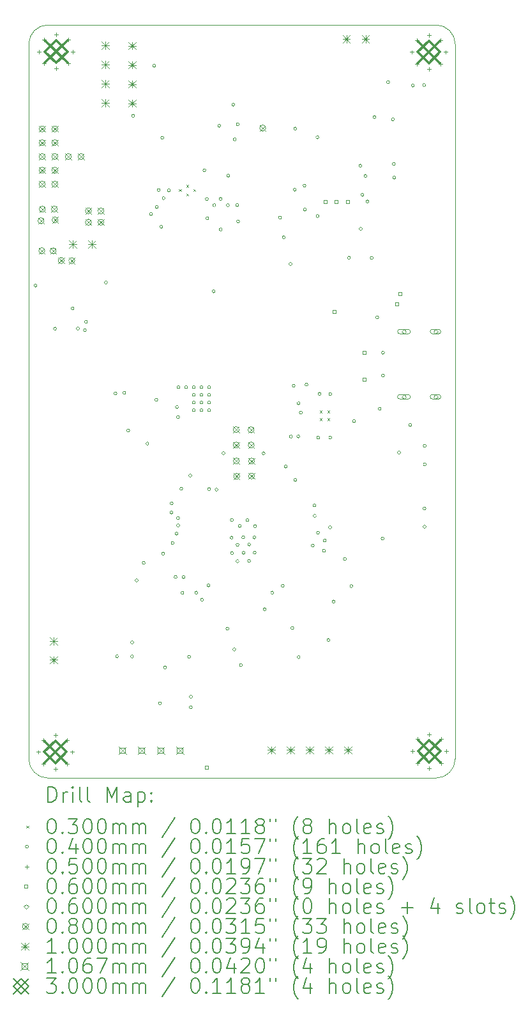
<source format=gbr>
%TF.GenerationSoftware,KiCad,Pcbnew,8.0.4*%
%TF.CreationDate,2024-11-26T00:51:47-06:00*%
%TF.ProjectId,bitaxeUltra,62697461-7865-4556-9c74-72612e6b6963,rev?*%
%TF.SameCoordinates,Original*%
%TF.FileFunction,Drillmap*%
%TF.FilePolarity,Positive*%
%FSLAX45Y45*%
G04 Gerber Fmt 4.5, Leading zero omitted, Abs format (unit mm)*
G04 Created by KiCad (PCBNEW 8.0.4) date 2024-11-26 00:51:47*
%MOMM*%
%LPD*%
G01*
G04 APERTURE LIST*
%ADD10C,0.100000*%
%ADD11C,0.200000*%
%ADD12C,0.106680*%
%ADD13C,0.300000*%
G04 APERTURE END LIST*
D10*
X7972900Y-4752200D02*
X13119200Y-4752200D01*
X13373200Y-14474400D02*
G75*
G02*
X13119200Y-14728400I-254000J0D01*
G01*
X13119200Y-4752200D02*
G75*
G02*
X13373200Y-5006200I0J-254000D01*
G01*
X7718900Y-5006200D02*
G75*
G02*
X7972900Y-4752200I254000J0D01*
G01*
X13119200Y-14728400D02*
X7972900Y-14728400D01*
X13373200Y-5006200D02*
X13373200Y-14474400D01*
X7972900Y-14728400D02*
G75*
G02*
X7718900Y-14474400I0J254000D01*
G01*
X7718900Y-14474400D02*
X7718900Y-5006200D01*
D11*
D10*
X9710169Y-6927220D02*
X9740169Y-6957220D01*
X9740169Y-6927220D02*
X9710169Y-6957220D01*
X9805169Y-6869720D02*
X9835169Y-6899720D01*
X9835169Y-6869720D02*
X9805169Y-6899720D01*
X9805169Y-6984720D02*
X9835169Y-7014720D01*
X9835169Y-6984720D02*
X9805169Y-7014720D01*
X9900169Y-6927220D02*
X9930169Y-6957220D01*
X9930169Y-6927220D02*
X9900169Y-6957220D01*
X11577200Y-9861500D02*
X11607200Y-9891500D01*
X11607200Y-9861500D02*
X11577200Y-9891500D01*
X11577200Y-9961500D02*
X11607200Y-9991500D01*
X11607200Y-9961500D02*
X11577200Y-9991500D01*
X11677200Y-9861500D02*
X11707200Y-9891500D01*
X11707200Y-9861500D02*
X11677200Y-9891500D01*
X11677200Y-9961500D02*
X11707200Y-9991500D01*
X11707200Y-9961500D02*
X11677200Y-9991500D01*
X7829000Y-8206000D02*
G75*
G02*
X7789000Y-8206000I-20000J0D01*
G01*
X7789000Y-8206000D02*
G75*
G02*
X7829000Y-8206000I20000J0D01*
G01*
X8086000Y-8776000D02*
G75*
G02*
X8046000Y-8776000I-20000J0D01*
G01*
X8046000Y-8776000D02*
G75*
G02*
X8086000Y-8776000I20000J0D01*
G01*
X8319000Y-8509000D02*
G75*
G02*
X8279000Y-8509000I-20000J0D01*
G01*
X8279000Y-8509000D02*
G75*
G02*
X8319000Y-8509000I20000J0D01*
G01*
X8390000Y-8775000D02*
G75*
G02*
X8350000Y-8775000I-20000J0D01*
G01*
X8350000Y-8775000D02*
G75*
G02*
X8390000Y-8775000I20000J0D01*
G01*
X8483095Y-8794864D02*
G75*
G02*
X8443095Y-8794864I-20000J0D01*
G01*
X8443095Y-8794864D02*
G75*
G02*
X8483095Y-8794864I20000J0D01*
G01*
X8496579Y-8685368D02*
G75*
G02*
X8456579Y-8685368I-20000J0D01*
G01*
X8456579Y-8685368D02*
G75*
G02*
X8496579Y-8685368I20000J0D01*
G01*
X8761479Y-8163637D02*
G75*
G02*
X8721479Y-8163637I-20000J0D01*
G01*
X8721479Y-8163637D02*
G75*
G02*
X8761479Y-8163637I20000J0D01*
G01*
X8887000Y-9634000D02*
G75*
G02*
X8847000Y-9634000I-20000J0D01*
G01*
X8847000Y-9634000D02*
G75*
G02*
X8887000Y-9634000I20000J0D01*
G01*
X8908300Y-13116800D02*
G75*
G02*
X8868300Y-13116800I-20000J0D01*
G01*
X8868300Y-13116800D02*
G75*
G02*
X8908300Y-13116800I20000J0D01*
G01*
X9005000Y-9626000D02*
G75*
G02*
X8965000Y-9626000I-20000J0D01*
G01*
X8965000Y-9626000D02*
G75*
G02*
X9005000Y-9626000I20000J0D01*
G01*
X9056006Y-10124995D02*
G75*
G02*
X9016006Y-10124995I-20000J0D01*
G01*
X9016006Y-10124995D02*
G75*
G02*
X9056006Y-10124995I20000J0D01*
G01*
X9108100Y-13118200D02*
G75*
G02*
X9068100Y-13118200I-20000J0D01*
G01*
X9068100Y-13118200D02*
G75*
G02*
X9108100Y-13118200I20000J0D01*
G01*
X9109700Y-12930900D02*
G75*
G02*
X9069700Y-12930900I-20000J0D01*
G01*
X9069700Y-12930900D02*
G75*
G02*
X9109700Y-12930900I20000J0D01*
G01*
X9122000Y-5956000D02*
G75*
G02*
X9082000Y-5956000I-20000J0D01*
G01*
X9082000Y-5956000D02*
G75*
G02*
X9122000Y-5956000I20000J0D01*
G01*
X9168065Y-12109704D02*
G75*
G02*
X9128065Y-12109704I-20000J0D01*
G01*
X9128065Y-12109704D02*
G75*
G02*
X9168065Y-12109704I20000J0D01*
G01*
X9263060Y-11879580D02*
G75*
G02*
X9223060Y-11879580I-20000J0D01*
G01*
X9223060Y-11879580D02*
G75*
G02*
X9263060Y-11879580I20000J0D01*
G01*
X9311000Y-10299000D02*
G75*
G02*
X9271000Y-10299000I-20000J0D01*
G01*
X9271000Y-10299000D02*
G75*
G02*
X9311000Y-10299000I20000J0D01*
G01*
X9359900Y-7258200D02*
G75*
G02*
X9319900Y-7258200I-20000J0D01*
G01*
X9319900Y-7258200D02*
G75*
G02*
X9359900Y-7258200I20000J0D01*
G01*
X9402000Y-5293000D02*
G75*
G02*
X9362000Y-5293000I-20000J0D01*
G01*
X9362000Y-5293000D02*
G75*
G02*
X9402000Y-5293000I20000J0D01*
G01*
X9430000Y-9719000D02*
G75*
G02*
X9390000Y-9719000I-20000J0D01*
G01*
X9390000Y-9719000D02*
G75*
G02*
X9430000Y-9719000I20000J0D01*
G01*
X9435500Y-7162600D02*
G75*
G02*
X9395500Y-7162600I-20000J0D01*
G01*
X9395500Y-7162600D02*
G75*
G02*
X9435500Y-7162600I20000J0D01*
G01*
X9461100Y-6940100D02*
G75*
G02*
X9421100Y-6940100I-20000J0D01*
G01*
X9421100Y-6940100D02*
G75*
G02*
X9461100Y-6940100I20000J0D01*
G01*
X9478000Y-13739000D02*
G75*
G02*
X9438000Y-13739000I-20000J0D01*
G01*
X9438000Y-13739000D02*
G75*
G02*
X9478000Y-13739000I20000J0D01*
G01*
X9497200Y-7427080D02*
G75*
G02*
X9457200Y-7427080I-20000J0D01*
G01*
X9457200Y-7427080D02*
G75*
G02*
X9497200Y-7427080I20000J0D01*
G01*
X9509000Y-6247000D02*
G75*
G02*
X9469000Y-6247000I-20000J0D01*
G01*
X9469000Y-6247000D02*
G75*
G02*
X9509000Y-6247000I20000J0D01*
G01*
X9519600Y-11755120D02*
G75*
G02*
X9479600Y-11755120I-20000J0D01*
G01*
X9479600Y-11755120D02*
G75*
G02*
X9519600Y-11755120I20000J0D01*
G01*
X9526700Y-7047100D02*
G75*
G02*
X9486700Y-7047100I-20000J0D01*
G01*
X9486700Y-7047100D02*
G75*
G02*
X9526700Y-7047100I20000J0D01*
G01*
X9546000Y-13263000D02*
G75*
G02*
X9506000Y-13263000I-20000J0D01*
G01*
X9506000Y-13263000D02*
G75*
G02*
X9546000Y-13263000I20000J0D01*
G01*
X9595800Y-6943140D02*
G75*
G02*
X9555800Y-6943140I-20000J0D01*
G01*
X9555800Y-6943140D02*
G75*
G02*
X9595800Y-6943140I20000J0D01*
G01*
X9630900Y-11212400D02*
G75*
G02*
X9590900Y-11212400I-20000J0D01*
G01*
X9590900Y-11212400D02*
G75*
G02*
X9630900Y-11212400I20000J0D01*
G01*
X9633000Y-11092000D02*
G75*
G02*
X9593000Y-11092000I-20000J0D01*
G01*
X9593000Y-11092000D02*
G75*
G02*
X9633000Y-11092000I20000J0D01*
G01*
X9646600Y-11615420D02*
G75*
G02*
X9606600Y-11615420I-20000J0D01*
G01*
X9606600Y-11615420D02*
G75*
G02*
X9646600Y-11615420I20000J0D01*
G01*
X9685600Y-12065900D02*
G75*
G02*
X9645600Y-12065900I-20000J0D01*
G01*
X9645600Y-12065900D02*
G75*
G02*
X9685600Y-12065900I20000J0D01*
G01*
X9697400Y-11490960D02*
G75*
G02*
X9657400Y-11490960I-20000J0D01*
G01*
X9657400Y-11490960D02*
G75*
G02*
X9697400Y-11490960I20000J0D01*
G01*
X9704000Y-9814000D02*
G75*
G02*
X9664000Y-9814000I-20000J0D01*
G01*
X9664000Y-9814000D02*
G75*
G02*
X9704000Y-9814000I20000J0D01*
G01*
X9716705Y-11283695D02*
G75*
G02*
X9676705Y-11283695I-20000J0D01*
G01*
X9676705Y-11283695D02*
G75*
G02*
X9716705Y-11283695I20000J0D01*
G01*
X9717000Y-9946000D02*
G75*
G02*
X9677000Y-9946000I-20000J0D01*
G01*
X9677000Y-9946000D02*
G75*
G02*
X9717000Y-9946000I20000J0D01*
G01*
X9719564Y-11382566D02*
G75*
G02*
X9679564Y-11382566I-20000J0D01*
G01*
X9679564Y-11382566D02*
G75*
G02*
X9719564Y-11382566I20000J0D01*
G01*
X9722800Y-9550400D02*
G75*
G02*
X9682800Y-9550400I-20000J0D01*
G01*
X9682800Y-9550400D02*
G75*
G02*
X9722800Y-9550400I20000J0D01*
G01*
X9760900Y-10896600D02*
G75*
G02*
X9720900Y-10896600I-20000J0D01*
G01*
X9720900Y-10896600D02*
G75*
G02*
X9760900Y-10896600I20000J0D01*
G01*
X9775100Y-12274700D02*
G75*
G02*
X9735100Y-12274700I-20000J0D01*
G01*
X9735100Y-12274700D02*
G75*
G02*
X9775100Y-12274700I20000J0D01*
G01*
X9791380Y-12067540D02*
G75*
G02*
X9751380Y-12067540I-20000J0D01*
G01*
X9751380Y-12067540D02*
G75*
G02*
X9791380Y-12067540I20000J0D01*
G01*
X9824400Y-9550400D02*
G75*
G02*
X9784400Y-9550400I-20000J0D01*
G01*
X9784400Y-9550400D02*
G75*
G02*
X9824400Y-9550400I20000J0D01*
G01*
X9865000Y-13120000D02*
G75*
G02*
X9825000Y-13120000I-20000J0D01*
G01*
X9825000Y-13120000D02*
G75*
G02*
X9865000Y-13120000I20000J0D01*
G01*
X9880280Y-10721340D02*
G75*
G02*
X9840280Y-10721340I-20000J0D01*
G01*
X9840280Y-10721340D02*
G75*
G02*
X9880280Y-10721340I20000J0D01*
G01*
X9886200Y-13791410D02*
G75*
G02*
X9846200Y-13791410I-20000J0D01*
G01*
X9846200Y-13791410D02*
G75*
G02*
X9886200Y-13791410I20000J0D01*
G01*
X9888200Y-13651600D02*
G75*
G02*
X9848200Y-13651600I-20000J0D01*
G01*
X9848200Y-13651600D02*
G75*
G02*
X9888200Y-13651600I20000J0D01*
G01*
X9926000Y-9550400D02*
G75*
G02*
X9886000Y-9550400I-20000J0D01*
G01*
X9886000Y-9550400D02*
G75*
G02*
X9926000Y-9550400I20000J0D01*
G01*
X9926000Y-9652000D02*
G75*
G02*
X9886000Y-9652000I-20000J0D01*
G01*
X9886000Y-9652000D02*
G75*
G02*
X9926000Y-9652000I20000J0D01*
G01*
X9926000Y-9753600D02*
G75*
G02*
X9886000Y-9753600I-20000J0D01*
G01*
X9886000Y-9753600D02*
G75*
G02*
X9926000Y-9753600I20000J0D01*
G01*
X9926000Y-9855200D02*
G75*
G02*
X9886000Y-9855200I-20000J0D01*
G01*
X9886000Y-9855200D02*
G75*
G02*
X9926000Y-9855200I20000J0D01*
G01*
X9959300Y-12272700D02*
G75*
G02*
X9919300Y-12272700I-20000J0D01*
G01*
X9919300Y-12272700D02*
G75*
G02*
X9959300Y-12272700I20000J0D01*
G01*
X10027600Y-9550400D02*
G75*
G02*
X9987600Y-9550400I-20000J0D01*
G01*
X9987600Y-9550400D02*
G75*
G02*
X10027600Y-9550400I20000J0D01*
G01*
X10027600Y-9652000D02*
G75*
G02*
X9987600Y-9652000I-20000J0D01*
G01*
X9987600Y-9652000D02*
G75*
G02*
X10027600Y-9652000I20000J0D01*
G01*
X10027600Y-9753600D02*
G75*
G02*
X9987600Y-9753600I-20000J0D01*
G01*
X9987600Y-9753600D02*
G75*
G02*
X10027600Y-9753600I20000J0D01*
G01*
X10027600Y-9855200D02*
G75*
G02*
X9987600Y-9855200I-20000J0D01*
G01*
X9987600Y-9855200D02*
G75*
G02*
X10027600Y-9855200I20000J0D01*
G01*
X10035500Y-12366100D02*
G75*
G02*
X9995500Y-12366100I-20000J0D01*
G01*
X9995500Y-12366100D02*
G75*
G02*
X10035500Y-12366100I20000J0D01*
G01*
X10067000Y-6677000D02*
G75*
G02*
X10027000Y-6677000I-20000J0D01*
G01*
X10027000Y-6677000D02*
G75*
G02*
X10067000Y-6677000I20000J0D01*
G01*
X10100100Y-7057800D02*
G75*
G02*
X10060100Y-7057800I-20000J0D01*
G01*
X10060100Y-7057800D02*
G75*
G02*
X10100100Y-7057800I20000J0D01*
G01*
X10105060Y-7313140D02*
G75*
G02*
X10065060Y-7313140I-20000J0D01*
G01*
X10065060Y-7313140D02*
G75*
G02*
X10105060Y-7313140I20000J0D01*
G01*
X10121500Y-12177500D02*
G75*
G02*
X10081500Y-12177500I-20000J0D01*
G01*
X10081500Y-12177500D02*
G75*
G02*
X10121500Y-12177500I20000J0D01*
G01*
X10129200Y-9550400D02*
G75*
G02*
X10089200Y-9550400I-20000J0D01*
G01*
X10089200Y-9550400D02*
G75*
G02*
X10129200Y-9550400I20000J0D01*
G01*
X10129200Y-9652000D02*
G75*
G02*
X10089200Y-9652000I-20000J0D01*
G01*
X10089200Y-9652000D02*
G75*
G02*
X10129200Y-9652000I20000J0D01*
G01*
X10129200Y-9753600D02*
G75*
G02*
X10089200Y-9753600I-20000J0D01*
G01*
X10089200Y-9753600D02*
G75*
G02*
X10129200Y-9753600I20000J0D01*
G01*
X10129200Y-9855200D02*
G75*
G02*
X10089200Y-9855200I-20000J0D01*
G01*
X10089200Y-9855200D02*
G75*
G02*
X10129200Y-9855200I20000J0D01*
G01*
X10129200Y-10901680D02*
G75*
G02*
X10089200Y-10901680I-20000J0D01*
G01*
X10089200Y-10901680D02*
G75*
G02*
X10129200Y-10901680I20000J0D01*
G01*
X10191060Y-8281140D02*
G75*
G02*
X10151060Y-8281140I-20000J0D01*
G01*
X10151060Y-8281140D02*
G75*
G02*
X10191060Y-8281140I20000J0D01*
G01*
X10197900Y-7140200D02*
G75*
G02*
X10157900Y-7140200I-20000J0D01*
G01*
X10157900Y-7140200D02*
G75*
G02*
X10197900Y-7140200I20000J0D01*
G01*
X10228260Y-10906760D02*
G75*
G02*
X10188260Y-10906760I-20000J0D01*
G01*
X10188260Y-10906760D02*
G75*
G02*
X10228260Y-10906760I20000J0D01*
G01*
X10264000Y-6088000D02*
G75*
G02*
X10224000Y-6088000I-20000J0D01*
G01*
X10224000Y-6088000D02*
G75*
G02*
X10264000Y-6088000I20000J0D01*
G01*
X10282500Y-7056700D02*
G75*
G02*
X10242500Y-7056700I-20000J0D01*
G01*
X10242500Y-7056700D02*
G75*
G02*
X10282500Y-7056700I20000J0D01*
G01*
X10283000Y-7462000D02*
G75*
G02*
X10243000Y-7462000I-20000J0D01*
G01*
X10243000Y-7462000D02*
G75*
G02*
X10283000Y-7462000I20000J0D01*
G01*
X10320000Y-10424000D02*
G75*
G02*
X10280000Y-10424000I-20000J0D01*
G01*
X10280000Y-10424000D02*
G75*
G02*
X10320000Y-10424000I20000J0D01*
G01*
X10373000Y-12749000D02*
G75*
G02*
X10333000Y-12749000I-20000J0D01*
G01*
X10333000Y-12749000D02*
G75*
G02*
X10373000Y-12749000I20000J0D01*
G01*
X10378400Y-7141000D02*
G75*
G02*
X10338400Y-7141000I-20000J0D01*
G01*
X10338400Y-7141000D02*
G75*
G02*
X10378400Y-7141000I20000J0D01*
G01*
X10383000Y-6750000D02*
G75*
G02*
X10343000Y-6750000I-20000J0D01*
G01*
X10343000Y-6750000D02*
G75*
G02*
X10383000Y-6750000I20000J0D01*
G01*
X10428200Y-11543600D02*
G75*
G02*
X10388200Y-11543600I-20000J0D01*
G01*
X10388200Y-11543600D02*
G75*
G02*
X10428200Y-11543600I20000J0D01*
G01*
X10432600Y-11311000D02*
G75*
G02*
X10392600Y-11311000I-20000J0D01*
G01*
X10392600Y-11311000D02*
G75*
G02*
X10432600Y-11311000I20000J0D01*
G01*
X10433200Y-11747200D02*
G75*
G02*
X10393200Y-11747200I-20000J0D01*
G01*
X10393200Y-11747200D02*
G75*
G02*
X10433200Y-11747200I20000J0D01*
G01*
X10450000Y-5810000D02*
G75*
G02*
X10410000Y-5810000I-20000J0D01*
G01*
X10410000Y-5810000D02*
G75*
G02*
X10450000Y-5810000I20000J0D01*
G01*
X10463000Y-13024000D02*
G75*
G02*
X10423000Y-13024000I-20000J0D01*
G01*
X10423000Y-13024000D02*
G75*
G02*
X10463000Y-13024000I20000J0D01*
G01*
X10470000Y-6268000D02*
G75*
G02*
X10430000Y-6268000I-20000J0D01*
G01*
X10430000Y-6268000D02*
G75*
G02*
X10470000Y-6268000I20000J0D01*
G01*
X10503000Y-7139800D02*
G75*
G02*
X10463000Y-7139800I-20000J0D01*
G01*
X10463000Y-7139800D02*
G75*
G02*
X10503000Y-7139800I20000J0D01*
G01*
X10505500Y-11856300D02*
G75*
G02*
X10465500Y-11856300I-20000J0D01*
G01*
X10465500Y-11856300D02*
G75*
G02*
X10505500Y-11856300I20000J0D01*
G01*
X10506700Y-11638100D02*
G75*
G02*
X10466700Y-11638100I-20000J0D01*
G01*
X10466700Y-11638100D02*
G75*
G02*
X10506700Y-11638100I20000J0D01*
G01*
X10510200Y-6069000D02*
G75*
G02*
X10470200Y-6069000I-20000J0D01*
G01*
X10470200Y-6069000D02*
G75*
G02*
X10510200Y-6069000I20000J0D01*
G01*
X10514000Y-7354000D02*
G75*
G02*
X10474000Y-7354000I-20000J0D01*
G01*
X10474000Y-7354000D02*
G75*
G02*
X10514000Y-7354000I20000J0D01*
G01*
X10535200Y-11389000D02*
G75*
G02*
X10495200Y-11389000I-20000J0D01*
G01*
X10495200Y-11389000D02*
G75*
G02*
X10535200Y-11389000I20000J0D01*
G01*
X10553000Y-13232000D02*
G75*
G02*
X10513000Y-13232000I-20000J0D01*
G01*
X10513000Y-13232000D02*
G75*
G02*
X10553000Y-13232000I20000J0D01*
G01*
X10582300Y-11540600D02*
G75*
G02*
X10542300Y-11540600I-20000J0D01*
G01*
X10542300Y-11540600D02*
G75*
G02*
X10582300Y-11540600I20000J0D01*
G01*
X10587300Y-11744200D02*
G75*
G02*
X10547300Y-11744200I-20000J0D01*
G01*
X10547300Y-11744200D02*
G75*
G02*
X10587300Y-11744200I20000J0D01*
G01*
X10637800Y-11311000D02*
G75*
G02*
X10597800Y-11311000I-20000J0D01*
G01*
X10597800Y-11311000D02*
G75*
G02*
X10637800Y-11311000I20000J0D01*
G01*
X10659600Y-11853300D02*
G75*
G02*
X10619600Y-11853300I-20000J0D01*
G01*
X10619600Y-11853300D02*
G75*
G02*
X10659600Y-11853300I20000J0D01*
G01*
X10660800Y-11635100D02*
G75*
G02*
X10620800Y-11635100I-20000J0D01*
G01*
X10620800Y-11635100D02*
G75*
G02*
X10660800Y-11635100I20000J0D01*
G01*
X10729400Y-11540600D02*
G75*
G02*
X10689400Y-11540600I-20000J0D01*
G01*
X10689400Y-11540600D02*
G75*
G02*
X10729400Y-11540600I20000J0D01*
G01*
X10734400Y-11744200D02*
G75*
G02*
X10694400Y-11744200I-20000J0D01*
G01*
X10694400Y-11744200D02*
G75*
G02*
X10734400Y-11744200I20000J0D01*
G01*
X10740400Y-11392000D02*
G75*
G02*
X10700400Y-11392000I-20000J0D01*
G01*
X10700400Y-11392000D02*
G75*
G02*
X10740400Y-11392000I20000J0D01*
G01*
X10853000Y-10427000D02*
G75*
G02*
X10813000Y-10427000I-20000J0D01*
G01*
X10813000Y-10427000D02*
G75*
G02*
X10853000Y-10427000I20000J0D01*
G01*
X10866800Y-12493900D02*
G75*
G02*
X10826800Y-12493900I-20000J0D01*
G01*
X10826800Y-12493900D02*
G75*
G02*
X10866800Y-12493900I20000J0D01*
G01*
X10965800Y-12272300D02*
G75*
G02*
X10925800Y-12272300I-20000J0D01*
G01*
X10925800Y-12272300D02*
G75*
G02*
X10965800Y-12272300I20000J0D01*
G01*
X11070000Y-7305000D02*
G75*
G02*
X11030000Y-7305000I-20000J0D01*
G01*
X11030000Y-7305000D02*
G75*
G02*
X11070000Y-7305000I20000J0D01*
G01*
X11106200Y-12183200D02*
G75*
G02*
X11066200Y-12183200I-20000J0D01*
G01*
X11066200Y-12183200D02*
G75*
G02*
X11106200Y-12183200I20000J0D01*
G01*
X11119000Y-7566000D02*
G75*
G02*
X11079000Y-7566000I-20000J0D01*
G01*
X11079000Y-7566000D02*
G75*
G02*
X11119000Y-7566000I20000J0D01*
G01*
X11145000Y-10601000D02*
G75*
G02*
X11105000Y-10601000I-20000J0D01*
G01*
X11105000Y-10601000D02*
G75*
G02*
X11145000Y-10601000I20000J0D01*
G01*
X11209200Y-7919000D02*
G75*
G02*
X11169200Y-7919000I-20000J0D01*
G01*
X11169200Y-7919000D02*
G75*
G02*
X11209200Y-7919000I20000J0D01*
G01*
X11214800Y-10205300D02*
G75*
G02*
X11174800Y-10205300I-20000J0D01*
G01*
X11174800Y-10205300D02*
G75*
G02*
X11214800Y-10205300I20000J0D01*
G01*
X11233000Y-12739000D02*
G75*
G02*
X11193000Y-12739000I-20000J0D01*
G01*
X11193000Y-12739000D02*
G75*
G02*
X11233000Y-12739000I20000J0D01*
G01*
X11251800Y-9532500D02*
G75*
G02*
X11211800Y-9532500I-20000J0D01*
G01*
X11211800Y-9532500D02*
G75*
G02*
X11251800Y-9532500I20000J0D01*
G01*
X11266000Y-6935000D02*
G75*
G02*
X11226000Y-6935000I-20000J0D01*
G01*
X11226000Y-6935000D02*
G75*
G02*
X11266000Y-6935000I20000J0D01*
G01*
X11271200Y-6125000D02*
G75*
G02*
X11231200Y-6125000I-20000J0D01*
G01*
X11231200Y-6125000D02*
G75*
G02*
X11271200Y-6125000I20000J0D01*
G01*
X11273000Y-10780000D02*
G75*
G02*
X11233000Y-10780000I-20000J0D01*
G01*
X11233000Y-10780000D02*
G75*
G02*
X11273000Y-10780000I20000J0D01*
G01*
X11312250Y-10203700D02*
G75*
G02*
X11272250Y-10203700I-20000J0D01*
G01*
X11272250Y-10203700D02*
G75*
G02*
X11312250Y-10203700I20000J0D01*
G01*
X11316200Y-9764500D02*
G75*
G02*
X11276200Y-9764500I-20000J0D01*
G01*
X11276200Y-9764500D02*
G75*
G02*
X11316200Y-9764500I20000J0D01*
G01*
X11318000Y-13126000D02*
G75*
G02*
X11278000Y-13126000I-20000J0D01*
G01*
X11278000Y-13126000D02*
G75*
G02*
X11318000Y-13126000I20000J0D01*
G01*
X11347260Y-9886930D02*
G75*
G02*
X11307260Y-9886930I-20000J0D01*
G01*
X11307260Y-9886930D02*
G75*
G02*
X11347260Y-9886930I20000J0D01*
G01*
X11395000Y-6881000D02*
G75*
G02*
X11355000Y-6881000I-20000J0D01*
G01*
X11355000Y-6881000D02*
G75*
G02*
X11395000Y-6881000I20000J0D01*
G01*
X11400000Y-7199000D02*
G75*
G02*
X11360000Y-7199000I-20000J0D01*
G01*
X11360000Y-7199000D02*
G75*
G02*
X11400000Y-7199000I20000J0D01*
G01*
X11421000Y-9517600D02*
G75*
G02*
X11381000Y-9517600I-20000J0D01*
G01*
X11381000Y-9517600D02*
G75*
G02*
X11421000Y-9517600I20000J0D01*
G01*
X11504400Y-11649590D02*
G75*
G02*
X11464400Y-11649590I-20000J0D01*
G01*
X11464400Y-11649590D02*
G75*
G02*
X11504400Y-11649590I20000J0D01*
G01*
X11527000Y-11116000D02*
G75*
G02*
X11487000Y-11116000I-20000J0D01*
G01*
X11487000Y-11116000D02*
G75*
G02*
X11527000Y-11116000I20000J0D01*
G01*
X11529964Y-11255064D02*
G75*
G02*
X11489964Y-11255064I-20000J0D01*
G01*
X11489964Y-11255064D02*
G75*
G02*
X11529964Y-11255064I20000J0D01*
G01*
X11565700Y-6241300D02*
G75*
G02*
X11525700Y-6241300I-20000J0D01*
G01*
X11525700Y-6241300D02*
G75*
G02*
X11565700Y-6241300I20000J0D01*
G01*
X11568257Y-7284454D02*
G75*
G02*
X11528257Y-7284454I-20000J0D01*
G01*
X11528257Y-7284454D02*
G75*
G02*
X11568257Y-7284454I20000J0D01*
G01*
X11574000Y-11478000D02*
G75*
G02*
X11534000Y-11478000I-20000J0D01*
G01*
X11534000Y-11478000D02*
G75*
G02*
X11574000Y-11478000I20000J0D01*
G01*
X11577370Y-10218800D02*
G75*
G02*
X11537370Y-10218800I-20000J0D01*
G01*
X11537370Y-10218800D02*
G75*
G02*
X11577370Y-10218800I20000J0D01*
G01*
X11593736Y-9638565D02*
G75*
G02*
X11553736Y-9638565I-20000J0D01*
G01*
X11553736Y-9638565D02*
G75*
G02*
X11593736Y-9638565I20000J0D01*
G01*
X11653485Y-11717530D02*
G75*
G02*
X11613485Y-11717530I-20000J0D01*
G01*
X11613485Y-11717530D02*
G75*
G02*
X11653485Y-11717530I20000J0D01*
G01*
X11662800Y-11581700D02*
G75*
G02*
X11622800Y-11581700I-20000J0D01*
G01*
X11622800Y-11581700D02*
G75*
G02*
X11662800Y-11581700I20000J0D01*
G01*
X11711000Y-12899000D02*
G75*
G02*
X11671000Y-12899000I-20000J0D01*
G01*
X11671000Y-12899000D02*
G75*
G02*
X11711000Y-12899000I20000J0D01*
G01*
X11734887Y-11407113D02*
G75*
G02*
X11694887Y-11407113I-20000J0D01*
G01*
X11694887Y-11407113D02*
G75*
G02*
X11734887Y-11407113I20000J0D01*
G01*
X11737200Y-9643400D02*
G75*
G02*
X11697200Y-9643400I-20000J0D01*
G01*
X11697200Y-9643400D02*
G75*
G02*
X11737200Y-9643400I20000J0D01*
G01*
X11737200Y-10217300D02*
G75*
G02*
X11697200Y-10217300I-20000J0D01*
G01*
X11697200Y-10217300D02*
G75*
G02*
X11737200Y-10217300I20000J0D01*
G01*
X11780200Y-12390300D02*
G75*
G02*
X11740200Y-12390300I-20000J0D01*
G01*
X11740200Y-12390300D02*
G75*
G02*
X11780200Y-12390300I20000J0D01*
G01*
X11931000Y-11826000D02*
G75*
G02*
X11891000Y-11826000I-20000J0D01*
G01*
X11891000Y-11826000D02*
G75*
G02*
X11931000Y-11826000I20000J0D01*
G01*
X11986000Y-7836000D02*
G75*
G02*
X11946000Y-7836000I-20000J0D01*
G01*
X11946000Y-7836000D02*
G75*
G02*
X11986000Y-7836000I20000J0D01*
G01*
X12016000Y-12186000D02*
G75*
G02*
X11976000Y-12186000I-20000J0D01*
G01*
X11976000Y-12186000D02*
G75*
G02*
X12016000Y-12186000I20000J0D01*
G01*
X12051000Y-10000000D02*
G75*
G02*
X12011000Y-10000000I-20000J0D01*
G01*
X12011000Y-10000000D02*
G75*
G02*
X12051000Y-10000000I20000J0D01*
G01*
X12134990Y-6617000D02*
G75*
G02*
X12094990Y-6617000I-20000J0D01*
G01*
X12094990Y-6617000D02*
G75*
G02*
X12134990Y-6617000I20000J0D01*
G01*
X12141000Y-7454700D02*
G75*
G02*
X12101000Y-7454700I-20000J0D01*
G01*
X12101000Y-7454700D02*
G75*
G02*
X12141000Y-7454700I20000J0D01*
G01*
X12163700Y-7003790D02*
G75*
G02*
X12123700Y-7003790I-20000J0D01*
G01*
X12123700Y-7003790D02*
G75*
G02*
X12163700Y-7003790I20000J0D01*
G01*
X12202880Y-6753000D02*
G75*
G02*
X12162880Y-6753000I-20000J0D01*
G01*
X12162880Y-6753000D02*
G75*
G02*
X12202880Y-6753000I20000J0D01*
G01*
X12230130Y-7090500D02*
G75*
G02*
X12190130Y-7090500I-20000J0D01*
G01*
X12190130Y-7090500D02*
G75*
G02*
X12230130Y-7090500I20000J0D01*
G01*
X12287000Y-7840000D02*
G75*
G02*
X12247000Y-7840000I-20000J0D01*
G01*
X12247000Y-7840000D02*
G75*
G02*
X12287000Y-7840000I20000J0D01*
G01*
X12324000Y-5973000D02*
G75*
G02*
X12284000Y-5973000I-20000J0D01*
G01*
X12284000Y-5973000D02*
G75*
G02*
X12324000Y-5973000I20000J0D01*
G01*
X12359400Y-8626000D02*
G75*
G02*
X12319400Y-8626000I-20000J0D01*
G01*
X12319400Y-8626000D02*
G75*
G02*
X12359400Y-8626000I20000J0D01*
G01*
X12391900Y-9836200D02*
G75*
G02*
X12351900Y-9836200I-20000J0D01*
G01*
X12351900Y-9836200D02*
G75*
G02*
X12391900Y-9836200I20000J0D01*
G01*
X12430900Y-11553900D02*
G75*
G02*
X12390900Y-11553900I-20000J0D01*
G01*
X12390900Y-11553900D02*
G75*
G02*
X12430900Y-11553900I20000J0D01*
G01*
X12435400Y-9396300D02*
G75*
G02*
X12395400Y-9396300I-20000J0D01*
G01*
X12395400Y-9396300D02*
G75*
G02*
X12435400Y-9396300I20000J0D01*
G01*
X12435900Y-9094300D02*
G75*
G02*
X12395900Y-9094300I-20000J0D01*
G01*
X12395900Y-9094300D02*
G75*
G02*
X12435900Y-9094300I20000J0D01*
G01*
X12503000Y-5510000D02*
G75*
G02*
X12463000Y-5510000I-20000J0D01*
G01*
X12463000Y-5510000D02*
G75*
G02*
X12503000Y-5510000I20000J0D01*
G01*
X12566655Y-6003344D02*
G75*
G02*
X12526655Y-6003344I-20000J0D01*
G01*
X12526655Y-6003344D02*
G75*
G02*
X12566655Y-6003344I20000J0D01*
G01*
X12580000Y-6594000D02*
G75*
G02*
X12540000Y-6594000I-20000J0D01*
G01*
X12540000Y-6594000D02*
G75*
G02*
X12580000Y-6594000I20000J0D01*
G01*
X12585000Y-6776000D02*
G75*
G02*
X12545000Y-6776000I-20000J0D01*
G01*
X12545000Y-6776000D02*
G75*
G02*
X12585000Y-6776000I20000J0D01*
G01*
X12649300Y-10417800D02*
G75*
G02*
X12609300Y-10417800I-20000J0D01*
G01*
X12609300Y-10417800D02*
G75*
G02*
X12649300Y-10417800I20000J0D01*
G01*
X12796600Y-10052100D02*
G75*
G02*
X12756600Y-10052100I-20000J0D01*
G01*
X12756600Y-10052100D02*
G75*
G02*
X12796600Y-10052100I20000J0D01*
G01*
X12832000Y-5555000D02*
G75*
G02*
X12792000Y-5555000I-20000J0D01*
G01*
X12792000Y-5555000D02*
G75*
G02*
X12832000Y-5555000I20000J0D01*
G01*
X12981000Y-5549000D02*
G75*
G02*
X12941000Y-5549000I-20000J0D01*
G01*
X12941000Y-5549000D02*
G75*
G02*
X12981000Y-5549000I20000J0D01*
G01*
X12986000Y-11156000D02*
G75*
G02*
X12946000Y-11156000I-20000J0D01*
G01*
X12946000Y-11156000D02*
G75*
G02*
X12986000Y-11156000I20000J0D01*
G01*
X12987000Y-11400000D02*
G75*
G02*
X12947000Y-11400000I-20000J0D01*
G01*
X12947000Y-11400000D02*
G75*
G02*
X12987000Y-11400000I20000J0D01*
G01*
X12990000Y-10329000D02*
G75*
G02*
X12950000Y-10329000I-20000J0D01*
G01*
X12950000Y-10329000D02*
G75*
G02*
X12990000Y-10329000I20000J0D01*
G01*
X12990000Y-10572000D02*
G75*
G02*
X12950000Y-10572000I-20000J0D01*
G01*
X12950000Y-10572000D02*
G75*
G02*
X12990000Y-10572000I20000J0D01*
G01*
X7845501Y-14358099D02*
X7845501Y-14408099D01*
X7820501Y-14383099D02*
X7870501Y-14383099D01*
X7855800Y-5080400D02*
X7855800Y-5130400D01*
X7830800Y-5105400D02*
X7880800Y-5105400D01*
X7911402Y-14199000D02*
X7911402Y-14249000D01*
X7886402Y-14224000D02*
X7936402Y-14224000D01*
X7911402Y-14517198D02*
X7911402Y-14567198D01*
X7886402Y-14542198D02*
X7936402Y-14542198D01*
X7921701Y-4921301D02*
X7921701Y-4971301D01*
X7896701Y-4946301D02*
X7946701Y-4946301D01*
X7921701Y-5239499D02*
X7921701Y-5289499D01*
X7896701Y-5264499D02*
X7946701Y-5264499D01*
X8070501Y-14133099D02*
X8070501Y-14183099D01*
X8045501Y-14158099D02*
X8095501Y-14158099D01*
X8070501Y-14583099D02*
X8070501Y-14633099D01*
X8045501Y-14608099D02*
X8095501Y-14608099D01*
X8080800Y-4855400D02*
X8080800Y-4905400D01*
X8055800Y-4880400D02*
X8105800Y-4880400D01*
X8080800Y-5305400D02*
X8080800Y-5355400D01*
X8055800Y-5330400D02*
X8105800Y-5330400D01*
X8229600Y-14199000D02*
X8229600Y-14249000D01*
X8204600Y-14224000D02*
X8254600Y-14224000D01*
X8229600Y-14517198D02*
X8229600Y-14567198D01*
X8204600Y-14542198D02*
X8254600Y-14542198D01*
X8239899Y-4921301D02*
X8239899Y-4971301D01*
X8214899Y-4946301D02*
X8264899Y-4946301D01*
X8239899Y-5239499D02*
X8239899Y-5289499D01*
X8214899Y-5264499D02*
X8264899Y-5264499D01*
X8295501Y-14358099D02*
X8295501Y-14408099D01*
X8270501Y-14383099D02*
X8320501Y-14383099D01*
X8305800Y-5080400D02*
X8305800Y-5130400D01*
X8280800Y-5105400D02*
X8330800Y-5105400D01*
X12798501Y-5087099D02*
X12798501Y-5137099D01*
X12773501Y-5112099D02*
X12823501Y-5112099D01*
X12805200Y-14347800D02*
X12805200Y-14397800D01*
X12780200Y-14372800D02*
X12830200Y-14372800D01*
X12864402Y-4928000D02*
X12864402Y-4978000D01*
X12839402Y-4953000D02*
X12889402Y-4953000D01*
X12864402Y-5246198D02*
X12864402Y-5296198D01*
X12839402Y-5271198D02*
X12889402Y-5271198D01*
X12871101Y-14188701D02*
X12871101Y-14238701D01*
X12846101Y-14213701D02*
X12896101Y-14213701D01*
X12871101Y-14506899D02*
X12871101Y-14556899D01*
X12846101Y-14531899D02*
X12896101Y-14531899D01*
X13023501Y-4862099D02*
X13023501Y-4912099D01*
X12998501Y-4887099D02*
X13048501Y-4887099D01*
X13023501Y-5312099D02*
X13023501Y-5362099D01*
X12998501Y-5337099D02*
X13048501Y-5337099D01*
X13030200Y-14122800D02*
X13030200Y-14172800D01*
X13005200Y-14147800D02*
X13055200Y-14147800D01*
X13030200Y-14572800D02*
X13030200Y-14622800D01*
X13005200Y-14597800D02*
X13055200Y-14597800D01*
X13182600Y-4928000D02*
X13182600Y-4978000D01*
X13157600Y-4953000D02*
X13207600Y-4953000D01*
X13182600Y-5246198D02*
X13182600Y-5296198D01*
X13157600Y-5271198D02*
X13207600Y-5271198D01*
X13189299Y-14188701D02*
X13189299Y-14238701D01*
X13164299Y-14213701D02*
X13214299Y-14213701D01*
X13189299Y-14506899D02*
X13189299Y-14556899D01*
X13164299Y-14531899D02*
X13214299Y-14531899D01*
X13248501Y-5087099D02*
X13248501Y-5137099D01*
X13223501Y-5112099D02*
X13273501Y-5112099D01*
X13255200Y-14347800D02*
X13255200Y-14397800D01*
X13230200Y-14372800D02*
X13280200Y-14372800D01*
X10097713Y-14610213D02*
X10097713Y-14567787D01*
X10055287Y-14567787D01*
X10055287Y-14610213D01*
X10097713Y-14610213D01*
X11675213Y-7113213D02*
X11675213Y-7070787D01*
X11632787Y-7070787D01*
X11632787Y-7113213D01*
X11675213Y-7113213D01*
X11792213Y-8570213D02*
X11792213Y-8527787D01*
X11749787Y-8527787D01*
X11749787Y-8570213D01*
X11792213Y-8570213D01*
X11812213Y-7116213D02*
X11812213Y-7073787D01*
X11769787Y-7073787D01*
X11769787Y-7116213D01*
X11812213Y-7116213D01*
X11966637Y-7112637D02*
X11966637Y-7070210D01*
X11924210Y-7070210D01*
X11924210Y-7112637D01*
X11966637Y-7112637D01*
X12187813Y-9114413D02*
X12187813Y-9071987D01*
X12145387Y-9071987D01*
X12145387Y-9114413D01*
X12187813Y-9114413D01*
X12187813Y-9470013D02*
X12187813Y-9427587D01*
X12145387Y-9427587D01*
X12145387Y-9470013D01*
X12187813Y-9470013D01*
X12621213Y-8471213D02*
X12621213Y-8428787D01*
X12578787Y-8428787D01*
X12578787Y-8471213D01*
X12621213Y-8471213D01*
X12659213Y-8332213D02*
X12659213Y-8289787D01*
X12616787Y-8289787D01*
X12616787Y-8332213D01*
X12659213Y-8332213D01*
X12694300Y-8843600D02*
X12724300Y-8813600D01*
X12694300Y-8783600D01*
X12664300Y-8813600D01*
X12694300Y-8843600D01*
X12749300Y-8783600D02*
X12639300Y-8783600D01*
X12639300Y-8843600D02*
G75*
G02*
X12639300Y-8783600I0J30000D01*
G01*
X12639300Y-8843600D02*
X12749300Y-8843600D01*
X12749300Y-8843600D02*
G75*
G03*
X12749300Y-8783600I0J30000D01*
G01*
X12694300Y-9707600D02*
X12724300Y-9677600D01*
X12694300Y-9647600D01*
X12664300Y-9677600D01*
X12694300Y-9707600D01*
X12749300Y-9647600D02*
X12639300Y-9647600D01*
X12639300Y-9707600D02*
G75*
G02*
X12639300Y-9647600I0J30000D01*
G01*
X12639300Y-9707600D02*
X12749300Y-9707600D01*
X12749300Y-9707600D02*
G75*
G03*
X12749300Y-9647600I0J30000D01*
G01*
X13112300Y-8843600D02*
X13142300Y-8813600D01*
X13112300Y-8783600D01*
X13082300Y-8813600D01*
X13112300Y-8843600D01*
X13152300Y-8783600D02*
X13072300Y-8783600D01*
X13072300Y-8843600D02*
G75*
G02*
X13072300Y-8783600I0J30000D01*
G01*
X13072300Y-8843600D02*
X13152300Y-8843600D01*
X13152300Y-8843600D02*
G75*
G03*
X13152300Y-8783600I0J30000D01*
G01*
X13112300Y-9707600D02*
X13142300Y-9677600D01*
X13112300Y-9647600D01*
X13082300Y-9677600D01*
X13112300Y-9707600D01*
X13152300Y-9647600D02*
X13072300Y-9647600D01*
X13072300Y-9707600D02*
G75*
G02*
X13072300Y-9647600I0J30000D01*
G01*
X13072300Y-9707600D02*
X13152300Y-9707600D01*
X13152300Y-9707600D02*
G75*
G03*
X13152300Y-9647600I0J30000D01*
G01*
X7841000Y-7307000D02*
X7921000Y-7387000D01*
X7921000Y-7307000D02*
X7841000Y-7387000D01*
X7921000Y-7347000D02*
G75*
G02*
X7841000Y-7347000I-40000J0D01*
G01*
X7841000Y-7347000D02*
G75*
G02*
X7921000Y-7347000I40000J0D01*
G01*
X7852000Y-7704000D02*
X7932000Y-7784000D01*
X7932000Y-7704000D02*
X7852000Y-7784000D01*
X7932000Y-7744000D02*
G75*
G02*
X7852000Y-7744000I-40000J0D01*
G01*
X7852000Y-7744000D02*
G75*
G02*
X7932000Y-7744000I40000J0D01*
G01*
X7856000Y-6090000D02*
X7936000Y-6170000D01*
X7936000Y-6090000D02*
X7856000Y-6170000D01*
X7936000Y-6130000D02*
G75*
G02*
X7856000Y-6130000I-40000J0D01*
G01*
X7856000Y-6130000D02*
G75*
G02*
X7936000Y-6130000I40000J0D01*
G01*
X7856000Y-6272750D02*
X7936000Y-6352750D01*
X7936000Y-6272750D02*
X7856000Y-6352750D01*
X7936000Y-6312750D02*
G75*
G02*
X7856000Y-6312750I-40000J0D01*
G01*
X7856000Y-6312750D02*
G75*
G02*
X7936000Y-6312750I40000J0D01*
G01*
X7856000Y-6455500D02*
X7936000Y-6535500D01*
X7936000Y-6455500D02*
X7856000Y-6535500D01*
X7936000Y-6495500D02*
G75*
G02*
X7856000Y-6495500I-40000J0D01*
G01*
X7856000Y-6495500D02*
G75*
G02*
X7936000Y-6495500I40000J0D01*
G01*
X7856000Y-6638250D02*
X7936000Y-6718250D01*
X7936000Y-6638250D02*
X7856000Y-6718250D01*
X7936000Y-6678250D02*
G75*
G02*
X7856000Y-6678250I-40000J0D01*
G01*
X7856000Y-6678250D02*
G75*
G02*
X7936000Y-6678250I40000J0D01*
G01*
X7856000Y-6821000D02*
X7936000Y-6901000D01*
X7936000Y-6821000D02*
X7856000Y-6901000D01*
X7936000Y-6861000D02*
G75*
G02*
X7856000Y-6861000I-40000J0D01*
G01*
X7856000Y-6861000D02*
G75*
G02*
X7936000Y-6861000I40000J0D01*
G01*
X7858000Y-7153000D02*
X7938000Y-7233000D01*
X7938000Y-7153000D02*
X7858000Y-7233000D01*
X7938000Y-7193000D02*
G75*
G02*
X7858000Y-7193000I-40000J0D01*
G01*
X7858000Y-7193000D02*
G75*
G02*
X7938000Y-7193000I40000J0D01*
G01*
X8002000Y-7706000D02*
X8082000Y-7786000D01*
X8082000Y-7706000D02*
X8002000Y-7786000D01*
X8082000Y-7746000D02*
G75*
G02*
X8002000Y-7746000I-40000J0D01*
G01*
X8002000Y-7746000D02*
G75*
G02*
X8082000Y-7746000I40000J0D01*
G01*
X8018000Y-7151000D02*
X8098000Y-7231000D01*
X8098000Y-7151000D02*
X8018000Y-7231000D01*
X8098000Y-7191000D02*
G75*
G02*
X8018000Y-7191000I-40000J0D01*
G01*
X8018000Y-7191000D02*
G75*
G02*
X8098000Y-7191000I40000J0D01*
G01*
X8024000Y-6089750D02*
X8104000Y-6169750D01*
X8104000Y-6089750D02*
X8024000Y-6169750D01*
X8104000Y-6129750D02*
G75*
G02*
X8024000Y-6129750I-40000J0D01*
G01*
X8024000Y-6129750D02*
G75*
G02*
X8104000Y-6129750I40000J0D01*
G01*
X8024000Y-6272500D02*
X8104000Y-6352500D01*
X8104000Y-6272500D02*
X8024000Y-6352500D01*
X8104000Y-6312500D02*
G75*
G02*
X8024000Y-6312500I-40000J0D01*
G01*
X8024000Y-6312500D02*
G75*
G02*
X8104000Y-6312500I40000J0D01*
G01*
X8024000Y-6455250D02*
X8104000Y-6535250D01*
X8104000Y-6455250D02*
X8024000Y-6535250D01*
X8104000Y-6495250D02*
G75*
G02*
X8024000Y-6495250I-40000J0D01*
G01*
X8024000Y-6495250D02*
G75*
G02*
X8104000Y-6495250I40000J0D01*
G01*
X8024000Y-6638000D02*
X8104000Y-6718000D01*
X8104000Y-6638000D02*
X8024000Y-6718000D01*
X8104000Y-6678000D02*
G75*
G02*
X8024000Y-6678000I-40000J0D01*
G01*
X8024000Y-6678000D02*
G75*
G02*
X8104000Y-6678000I40000J0D01*
G01*
X8024000Y-6820750D02*
X8104000Y-6900750D01*
X8104000Y-6820750D02*
X8024000Y-6900750D01*
X8104000Y-6860750D02*
G75*
G02*
X8024000Y-6860750I-40000J0D01*
G01*
X8024000Y-6860750D02*
G75*
G02*
X8104000Y-6860750I40000J0D01*
G01*
X8028000Y-7295000D02*
X8108000Y-7375000D01*
X8108000Y-7295000D02*
X8028000Y-7375000D01*
X8108000Y-7335000D02*
G75*
G02*
X8028000Y-7335000I-40000J0D01*
G01*
X8028000Y-7335000D02*
G75*
G02*
X8108000Y-7335000I40000J0D01*
G01*
X8108000Y-7833000D02*
X8188000Y-7913000D01*
X8188000Y-7833000D02*
X8108000Y-7913000D01*
X8188000Y-7873000D02*
G75*
G02*
X8108000Y-7873000I-40000J0D01*
G01*
X8108000Y-7873000D02*
G75*
G02*
X8188000Y-7873000I40000J0D01*
G01*
X8203000Y-6457000D02*
X8283000Y-6537000D01*
X8283000Y-6457000D02*
X8203000Y-6537000D01*
X8283000Y-6497000D02*
G75*
G02*
X8203000Y-6497000I-40000J0D01*
G01*
X8203000Y-6497000D02*
G75*
G02*
X8283000Y-6497000I40000J0D01*
G01*
X8249000Y-7835000D02*
X8329000Y-7915000D01*
X8329000Y-7835000D02*
X8249000Y-7915000D01*
X8329000Y-7875000D02*
G75*
G02*
X8249000Y-7875000I-40000J0D01*
G01*
X8249000Y-7875000D02*
G75*
G02*
X8329000Y-7875000I40000J0D01*
G01*
X8371000Y-6456750D02*
X8451000Y-6536750D01*
X8451000Y-6456750D02*
X8371000Y-6536750D01*
X8451000Y-6496750D02*
G75*
G02*
X8371000Y-6496750I-40000J0D01*
G01*
X8371000Y-6496750D02*
G75*
G02*
X8451000Y-6496750I40000J0D01*
G01*
X8470000Y-7175000D02*
X8550000Y-7255000D01*
X8550000Y-7175000D02*
X8470000Y-7255000D01*
X8550000Y-7215000D02*
G75*
G02*
X8470000Y-7215000I-40000J0D01*
G01*
X8470000Y-7215000D02*
G75*
G02*
X8550000Y-7215000I40000J0D01*
G01*
X8470000Y-7326000D02*
X8550000Y-7406000D01*
X8550000Y-7326000D02*
X8470000Y-7406000D01*
X8550000Y-7366000D02*
G75*
G02*
X8470000Y-7366000I-40000J0D01*
G01*
X8470000Y-7366000D02*
G75*
G02*
X8550000Y-7366000I40000J0D01*
G01*
X8635000Y-7175000D02*
X8715000Y-7255000D01*
X8715000Y-7175000D02*
X8635000Y-7255000D01*
X8715000Y-7215000D02*
G75*
G02*
X8635000Y-7215000I-40000J0D01*
G01*
X8635000Y-7215000D02*
G75*
G02*
X8715000Y-7215000I40000J0D01*
G01*
X8635000Y-7326000D02*
X8715000Y-7406000D01*
X8715000Y-7326000D02*
X8635000Y-7406000D01*
X8715000Y-7366000D02*
G75*
G02*
X8635000Y-7366000I-40000J0D01*
G01*
X8635000Y-7366000D02*
G75*
G02*
X8715000Y-7366000I40000J0D01*
G01*
X10429500Y-10073500D02*
X10509500Y-10153500D01*
X10509500Y-10073500D02*
X10429500Y-10153500D01*
X10509500Y-10113500D02*
G75*
G02*
X10429500Y-10113500I-40000J0D01*
G01*
X10429500Y-10113500D02*
G75*
G02*
X10509500Y-10113500I40000J0D01*
G01*
X10429500Y-10277500D02*
X10509500Y-10357500D01*
X10509500Y-10277500D02*
X10429500Y-10357500D01*
X10509500Y-10317500D02*
G75*
G02*
X10429500Y-10317500I-40000J0D01*
G01*
X10429500Y-10317500D02*
G75*
G02*
X10509500Y-10317500I40000J0D01*
G01*
X10431500Y-10488500D02*
X10511500Y-10568500D01*
X10511500Y-10488500D02*
X10431500Y-10568500D01*
X10511500Y-10528500D02*
G75*
G02*
X10431500Y-10528500I-40000J0D01*
G01*
X10431500Y-10528500D02*
G75*
G02*
X10511500Y-10528500I40000J0D01*
G01*
X10434500Y-10690500D02*
X10514500Y-10770500D01*
X10514500Y-10690500D02*
X10434500Y-10770500D01*
X10514500Y-10730500D02*
G75*
G02*
X10434500Y-10730500I-40000J0D01*
G01*
X10434500Y-10730500D02*
G75*
G02*
X10514500Y-10730500I40000J0D01*
G01*
X10626500Y-10075500D02*
X10706500Y-10155500D01*
X10706500Y-10075500D02*
X10626500Y-10155500D01*
X10706500Y-10115500D02*
G75*
G02*
X10626500Y-10115500I-40000J0D01*
G01*
X10626500Y-10115500D02*
G75*
G02*
X10706500Y-10115500I40000J0D01*
G01*
X10628500Y-10277500D02*
X10708500Y-10357500D01*
X10708500Y-10277500D02*
X10628500Y-10357500D01*
X10708500Y-10317500D02*
G75*
G02*
X10628500Y-10317500I-40000J0D01*
G01*
X10628500Y-10317500D02*
G75*
G02*
X10708500Y-10317500I40000J0D01*
G01*
X10632500Y-10490500D02*
X10712500Y-10570500D01*
X10712500Y-10490500D02*
X10632500Y-10570500D01*
X10712500Y-10530500D02*
G75*
G02*
X10632500Y-10530500I-40000J0D01*
G01*
X10632500Y-10530500D02*
G75*
G02*
X10712500Y-10530500I40000J0D01*
G01*
X10632500Y-10687500D02*
X10712500Y-10767500D01*
X10712500Y-10687500D02*
X10632500Y-10767500D01*
X10712500Y-10727500D02*
G75*
G02*
X10632500Y-10727500I-40000J0D01*
G01*
X10632500Y-10727500D02*
G75*
G02*
X10712500Y-10727500I40000J0D01*
G01*
X10781485Y-6078515D02*
X10861485Y-6158515D01*
X10861485Y-6078515D02*
X10781485Y-6158515D01*
X10861485Y-6118515D02*
G75*
G02*
X10781485Y-6118515I-40000J0D01*
G01*
X10781485Y-6118515D02*
G75*
G02*
X10861485Y-6118515I40000J0D01*
G01*
X7997000Y-12864000D02*
X8097000Y-12964000D01*
X8097000Y-12864000D02*
X7997000Y-12964000D01*
X8047000Y-12864000D02*
X8047000Y-12964000D01*
X7997000Y-12914000D02*
X8097000Y-12914000D01*
X7997000Y-13114000D02*
X8097000Y-13214000D01*
X8097000Y-13114000D02*
X7997000Y-13214000D01*
X8047000Y-13114000D02*
X8047000Y-13214000D01*
X7997000Y-13164000D02*
X8097000Y-13164000D01*
X8250000Y-7604000D02*
X8350000Y-7704000D01*
X8350000Y-7604000D02*
X8250000Y-7704000D01*
X8300000Y-7604000D02*
X8300000Y-7704000D01*
X8250000Y-7654000D02*
X8350000Y-7654000D01*
X8504000Y-7604000D02*
X8604000Y-7704000D01*
X8604000Y-7604000D02*
X8504000Y-7704000D01*
X8554000Y-7604000D02*
X8554000Y-7704000D01*
X8504000Y-7654000D02*
X8604000Y-7654000D01*
X8684000Y-4977000D02*
X8784000Y-5077000D01*
X8784000Y-4977000D02*
X8684000Y-5077000D01*
X8734000Y-4977000D02*
X8734000Y-5077000D01*
X8684000Y-5027000D02*
X8784000Y-5027000D01*
X8684000Y-5231000D02*
X8784000Y-5331000D01*
X8784000Y-5231000D02*
X8684000Y-5331000D01*
X8734000Y-5231000D02*
X8734000Y-5331000D01*
X8684000Y-5281000D02*
X8784000Y-5281000D01*
X8684000Y-5485000D02*
X8784000Y-5585000D01*
X8784000Y-5485000D02*
X8684000Y-5585000D01*
X8734000Y-5485000D02*
X8734000Y-5585000D01*
X8684000Y-5535000D02*
X8784000Y-5535000D01*
X8684000Y-5739000D02*
X8784000Y-5839000D01*
X8784000Y-5739000D02*
X8684000Y-5839000D01*
X8734000Y-5739000D02*
X8734000Y-5839000D01*
X8684000Y-5789000D02*
X8784000Y-5789000D01*
X9042000Y-4978000D02*
X9142000Y-5078000D01*
X9142000Y-4978000D02*
X9042000Y-5078000D01*
X9092000Y-4978000D02*
X9092000Y-5078000D01*
X9042000Y-5028000D02*
X9142000Y-5028000D01*
X9042000Y-5232000D02*
X9142000Y-5332000D01*
X9142000Y-5232000D02*
X9042000Y-5332000D01*
X9092000Y-5232000D02*
X9092000Y-5332000D01*
X9042000Y-5282000D02*
X9142000Y-5282000D01*
X9042000Y-5486000D02*
X9142000Y-5586000D01*
X9142000Y-5486000D02*
X9042000Y-5586000D01*
X9092000Y-5486000D02*
X9092000Y-5586000D01*
X9042000Y-5536000D02*
X9142000Y-5536000D01*
X9042000Y-5740000D02*
X9142000Y-5840000D01*
X9142000Y-5740000D02*
X9042000Y-5840000D01*
X9092000Y-5740000D02*
X9092000Y-5840000D01*
X9042000Y-5790000D02*
X9142000Y-5790000D01*
X10885000Y-14308000D02*
X10985000Y-14408000D01*
X10985000Y-14308000D02*
X10885000Y-14408000D01*
X10935000Y-14308000D02*
X10935000Y-14408000D01*
X10885000Y-14358000D02*
X10985000Y-14358000D01*
X11139000Y-14308000D02*
X11239000Y-14408000D01*
X11239000Y-14308000D02*
X11139000Y-14408000D01*
X11189000Y-14308000D02*
X11189000Y-14408000D01*
X11139000Y-14358000D02*
X11239000Y-14358000D01*
X11393000Y-14308000D02*
X11493000Y-14408000D01*
X11493000Y-14308000D02*
X11393000Y-14408000D01*
X11443000Y-14308000D02*
X11443000Y-14408000D01*
X11393000Y-14358000D02*
X11493000Y-14358000D01*
X11647000Y-14308000D02*
X11747000Y-14408000D01*
X11747000Y-14308000D02*
X11647000Y-14408000D01*
X11697000Y-14308000D02*
X11697000Y-14408000D01*
X11647000Y-14358000D02*
X11747000Y-14358000D01*
X11881000Y-4891000D02*
X11981000Y-4991000D01*
X11981000Y-4891000D02*
X11881000Y-4991000D01*
X11931000Y-4891000D02*
X11931000Y-4991000D01*
X11881000Y-4941000D02*
X11981000Y-4941000D01*
X11901000Y-14308000D02*
X12001000Y-14408000D01*
X12001000Y-14308000D02*
X11901000Y-14408000D01*
X11951000Y-14308000D02*
X11951000Y-14408000D01*
X11901000Y-14358000D02*
X12001000Y-14358000D01*
X12135000Y-4891000D02*
X12235000Y-4991000D01*
X12235000Y-4891000D02*
X12135000Y-4991000D01*
X12185000Y-4891000D02*
X12185000Y-4991000D01*
X12135000Y-4941000D02*
X12235000Y-4941000D01*
D12*
X8908760Y-14308860D02*
X9015440Y-14415540D01*
X9015440Y-14308860D02*
X8908760Y-14415540D01*
X8999817Y-14399917D02*
X8999817Y-14324483D01*
X8924383Y-14324483D01*
X8924383Y-14399917D01*
X8999817Y-14399917D01*
X9162760Y-14308860D02*
X9269440Y-14415540D01*
X9269440Y-14308860D02*
X9162760Y-14415540D01*
X9253817Y-14399917D02*
X9253817Y-14324483D01*
X9178383Y-14324483D01*
X9178383Y-14399917D01*
X9253817Y-14399917D01*
X9416760Y-14308860D02*
X9523440Y-14415540D01*
X9523440Y-14308860D02*
X9416760Y-14415540D01*
X9507817Y-14399917D02*
X9507817Y-14324483D01*
X9432383Y-14324483D01*
X9432383Y-14399917D01*
X9507817Y-14399917D01*
X9670760Y-14308860D02*
X9777440Y-14415540D01*
X9777440Y-14308860D02*
X9670760Y-14415540D01*
X9761817Y-14399917D02*
X9761817Y-14324483D01*
X9686383Y-14324483D01*
X9686383Y-14399917D01*
X9761817Y-14399917D01*
D13*
X7920501Y-14233099D02*
X8220501Y-14533099D01*
X8220501Y-14233099D02*
X7920501Y-14533099D01*
X8070501Y-14533099D02*
X8220501Y-14383099D01*
X8070501Y-14233099D01*
X7920501Y-14383099D01*
X8070501Y-14533099D01*
X7930800Y-4955400D02*
X8230800Y-5255400D01*
X8230800Y-4955400D02*
X7930800Y-5255400D01*
X8080800Y-5255400D02*
X8230800Y-5105400D01*
X8080800Y-4955400D01*
X7930800Y-5105400D01*
X8080800Y-5255400D01*
X12873501Y-4962099D02*
X13173501Y-5262099D01*
X13173501Y-4962099D02*
X12873501Y-5262099D01*
X13023501Y-5262099D02*
X13173501Y-5112099D01*
X13023501Y-4962099D01*
X12873501Y-5112099D01*
X13023501Y-5262099D01*
X12880200Y-14222800D02*
X13180200Y-14522800D01*
X13180200Y-14222800D02*
X12880200Y-14522800D01*
X13030200Y-14522800D02*
X13180200Y-14372800D01*
X13030200Y-14222800D01*
X12880200Y-14372800D01*
X13030200Y-14522800D01*
D11*
X7974677Y-15044884D02*
X7974677Y-14844884D01*
X7974677Y-14844884D02*
X8022296Y-14844884D01*
X8022296Y-14844884D02*
X8050867Y-14854408D01*
X8050867Y-14854408D02*
X8069915Y-14873455D01*
X8069915Y-14873455D02*
X8079439Y-14892503D01*
X8079439Y-14892503D02*
X8088962Y-14930598D01*
X8088962Y-14930598D02*
X8088962Y-14959169D01*
X8088962Y-14959169D02*
X8079439Y-14997265D01*
X8079439Y-14997265D02*
X8069915Y-15016312D01*
X8069915Y-15016312D02*
X8050867Y-15035360D01*
X8050867Y-15035360D02*
X8022296Y-15044884D01*
X8022296Y-15044884D02*
X7974677Y-15044884D01*
X8174677Y-15044884D02*
X8174677Y-14911550D01*
X8174677Y-14949646D02*
X8184201Y-14930598D01*
X8184201Y-14930598D02*
X8193724Y-14921074D01*
X8193724Y-14921074D02*
X8212772Y-14911550D01*
X8212772Y-14911550D02*
X8231820Y-14911550D01*
X8298486Y-15044884D02*
X8298486Y-14911550D01*
X8298486Y-14844884D02*
X8288962Y-14854408D01*
X8288962Y-14854408D02*
X8298486Y-14863931D01*
X8298486Y-14863931D02*
X8308010Y-14854408D01*
X8308010Y-14854408D02*
X8298486Y-14844884D01*
X8298486Y-14844884D02*
X8298486Y-14863931D01*
X8422296Y-15044884D02*
X8403248Y-15035360D01*
X8403248Y-15035360D02*
X8393724Y-15016312D01*
X8393724Y-15016312D02*
X8393724Y-14844884D01*
X8527058Y-15044884D02*
X8508010Y-15035360D01*
X8508010Y-15035360D02*
X8498486Y-15016312D01*
X8498486Y-15016312D02*
X8498486Y-14844884D01*
X8755629Y-15044884D02*
X8755629Y-14844884D01*
X8755629Y-14844884D02*
X8822296Y-14987741D01*
X8822296Y-14987741D02*
X8888963Y-14844884D01*
X8888963Y-14844884D02*
X8888963Y-15044884D01*
X9069915Y-15044884D02*
X9069915Y-14940122D01*
X9069915Y-14940122D02*
X9060391Y-14921074D01*
X9060391Y-14921074D02*
X9041344Y-14911550D01*
X9041344Y-14911550D02*
X9003248Y-14911550D01*
X9003248Y-14911550D02*
X8984201Y-14921074D01*
X9069915Y-15035360D02*
X9050867Y-15044884D01*
X9050867Y-15044884D02*
X9003248Y-15044884D01*
X9003248Y-15044884D02*
X8984201Y-15035360D01*
X8984201Y-15035360D02*
X8974677Y-15016312D01*
X8974677Y-15016312D02*
X8974677Y-14997265D01*
X8974677Y-14997265D02*
X8984201Y-14978217D01*
X8984201Y-14978217D02*
X9003248Y-14968693D01*
X9003248Y-14968693D02*
X9050867Y-14968693D01*
X9050867Y-14968693D02*
X9069915Y-14959169D01*
X9165153Y-14911550D02*
X9165153Y-15111550D01*
X9165153Y-14921074D02*
X9184201Y-14911550D01*
X9184201Y-14911550D02*
X9222296Y-14911550D01*
X9222296Y-14911550D02*
X9241344Y-14921074D01*
X9241344Y-14921074D02*
X9250867Y-14930598D01*
X9250867Y-14930598D02*
X9260391Y-14949646D01*
X9260391Y-14949646D02*
X9260391Y-15006788D01*
X9260391Y-15006788D02*
X9250867Y-15025836D01*
X9250867Y-15025836D02*
X9241344Y-15035360D01*
X9241344Y-15035360D02*
X9222296Y-15044884D01*
X9222296Y-15044884D02*
X9184201Y-15044884D01*
X9184201Y-15044884D02*
X9165153Y-15035360D01*
X9346105Y-15025836D02*
X9355629Y-15035360D01*
X9355629Y-15035360D02*
X9346105Y-15044884D01*
X9346105Y-15044884D02*
X9336582Y-15035360D01*
X9336582Y-15035360D02*
X9346105Y-15025836D01*
X9346105Y-15025836D02*
X9346105Y-15044884D01*
X9346105Y-14921074D02*
X9355629Y-14930598D01*
X9355629Y-14930598D02*
X9346105Y-14940122D01*
X9346105Y-14940122D02*
X9336582Y-14930598D01*
X9336582Y-14930598D02*
X9346105Y-14921074D01*
X9346105Y-14921074D02*
X9346105Y-14940122D01*
D10*
X7683900Y-15358400D02*
X7713900Y-15388400D01*
X7713900Y-15358400D02*
X7683900Y-15388400D01*
D11*
X8012772Y-15264884D02*
X8031820Y-15264884D01*
X8031820Y-15264884D02*
X8050867Y-15274408D01*
X8050867Y-15274408D02*
X8060391Y-15283931D01*
X8060391Y-15283931D02*
X8069915Y-15302979D01*
X8069915Y-15302979D02*
X8079439Y-15341074D01*
X8079439Y-15341074D02*
X8079439Y-15388693D01*
X8079439Y-15388693D02*
X8069915Y-15426788D01*
X8069915Y-15426788D02*
X8060391Y-15445836D01*
X8060391Y-15445836D02*
X8050867Y-15455360D01*
X8050867Y-15455360D02*
X8031820Y-15464884D01*
X8031820Y-15464884D02*
X8012772Y-15464884D01*
X8012772Y-15464884D02*
X7993724Y-15455360D01*
X7993724Y-15455360D02*
X7984201Y-15445836D01*
X7984201Y-15445836D02*
X7974677Y-15426788D01*
X7974677Y-15426788D02*
X7965153Y-15388693D01*
X7965153Y-15388693D02*
X7965153Y-15341074D01*
X7965153Y-15341074D02*
X7974677Y-15302979D01*
X7974677Y-15302979D02*
X7984201Y-15283931D01*
X7984201Y-15283931D02*
X7993724Y-15274408D01*
X7993724Y-15274408D02*
X8012772Y-15264884D01*
X8165153Y-15445836D02*
X8174677Y-15455360D01*
X8174677Y-15455360D02*
X8165153Y-15464884D01*
X8165153Y-15464884D02*
X8155629Y-15455360D01*
X8155629Y-15455360D02*
X8165153Y-15445836D01*
X8165153Y-15445836D02*
X8165153Y-15464884D01*
X8241343Y-15264884D02*
X8365153Y-15264884D01*
X8365153Y-15264884D02*
X8298486Y-15341074D01*
X8298486Y-15341074D02*
X8327058Y-15341074D01*
X8327058Y-15341074D02*
X8346105Y-15350598D01*
X8346105Y-15350598D02*
X8355629Y-15360122D01*
X8355629Y-15360122D02*
X8365153Y-15379169D01*
X8365153Y-15379169D02*
X8365153Y-15426788D01*
X8365153Y-15426788D02*
X8355629Y-15445836D01*
X8355629Y-15445836D02*
X8346105Y-15455360D01*
X8346105Y-15455360D02*
X8327058Y-15464884D01*
X8327058Y-15464884D02*
X8269915Y-15464884D01*
X8269915Y-15464884D02*
X8250867Y-15455360D01*
X8250867Y-15455360D02*
X8241343Y-15445836D01*
X8488963Y-15264884D02*
X8508010Y-15264884D01*
X8508010Y-15264884D02*
X8527058Y-15274408D01*
X8527058Y-15274408D02*
X8536582Y-15283931D01*
X8536582Y-15283931D02*
X8546105Y-15302979D01*
X8546105Y-15302979D02*
X8555629Y-15341074D01*
X8555629Y-15341074D02*
X8555629Y-15388693D01*
X8555629Y-15388693D02*
X8546105Y-15426788D01*
X8546105Y-15426788D02*
X8536582Y-15445836D01*
X8536582Y-15445836D02*
X8527058Y-15455360D01*
X8527058Y-15455360D02*
X8508010Y-15464884D01*
X8508010Y-15464884D02*
X8488963Y-15464884D01*
X8488963Y-15464884D02*
X8469915Y-15455360D01*
X8469915Y-15455360D02*
X8460391Y-15445836D01*
X8460391Y-15445836D02*
X8450867Y-15426788D01*
X8450867Y-15426788D02*
X8441344Y-15388693D01*
X8441344Y-15388693D02*
X8441344Y-15341074D01*
X8441344Y-15341074D02*
X8450867Y-15302979D01*
X8450867Y-15302979D02*
X8460391Y-15283931D01*
X8460391Y-15283931D02*
X8469915Y-15274408D01*
X8469915Y-15274408D02*
X8488963Y-15264884D01*
X8679439Y-15264884D02*
X8698486Y-15264884D01*
X8698486Y-15264884D02*
X8717534Y-15274408D01*
X8717534Y-15274408D02*
X8727058Y-15283931D01*
X8727058Y-15283931D02*
X8736582Y-15302979D01*
X8736582Y-15302979D02*
X8746105Y-15341074D01*
X8746105Y-15341074D02*
X8746105Y-15388693D01*
X8746105Y-15388693D02*
X8736582Y-15426788D01*
X8736582Y-15426788D02*
X8727058Y-15445836D01*
X8727058Y-15445836D02*
X8717534Y-15455360D01*
X8717534Y-15455360D02*
X8698486Y-15464884D01*
X8698486Y-15464884D02*
X8679439Y-15464884D01*
X8679439Y-15464884D02*
X8660391Y-15455360D01*
X8660391Y-15455360D02*
X8650867Y-15445836D01*
X8650867Y-15445836D02*
X8641344Y-15426788D01*
X8641344Y-15426788D02*
X8631820Y-15388693D01*
X8631820Y-15388693D02*
X8631820Y-15341074D01*
X8631820Y-15341074D02*
X8641344Y-15302979D01*
X8641344Y-15302979D02*
X8650867Y-15283931D01*
X8650867Y-15283931D02*
X8660391Y-15274408D01*
X8660391Y-15274408D02*
X8679439Y-15264884D01*
X8831820Y-15464884D02*
X8831820Y-15331550D01*
X8831820Y-15350598D02*
X8841344Y-15341074D01*
X8841344Y-15341074D02*
X8860391Y-15331550D01*
X8860391Y-15331550D02*
X8888963Y-15331550D01*
X8888963Y-15331550D02*
X8908010Y-15341074D01*
X8908010Y-15341074D02*
X8917534Y-15360122D01*
X8917534Y-15360122D02*
X8917534Y-15464884D01*
X8917534Y-15360122D02*
X8927058Y-15341074D01*
X8927058Y-15341074D02*
X8946105Y-15331550D01*
X8946105Y-15331550D02*
X8974677Y-15331550D01*
X8974677Y-15331550D02*
X8993725Y-15341074D01*
X8993725Y-15341074D02*
X9003248Y-15360122D01*
X9003248Y-15360122D02*
X9003248Y-15464884D01*
X9098486Y-15464884D02*
X9098486Y-15331550D01*
X9098486Y-15350598D02*
X9108010Y-15341074D01*
X9108010Y-15341074D02*
X9127058Y-15331550D01*
X9127058Y-15331550D02*
X9155629Y-15331550D01*
X9155629Y-15331550D02*
X9174677Y-15341074D01*
X9174677Y-15341074D02*
X9184201Y-15360122D01*
X9184201Y-15360122D02*
X9184201Y-15464884D01*
X9184201Y-15360122D02*
X9193725Y-15341074D01*
X9193725Y-15341074D02*
X9212772Y-15331550D01*
X9212772Y-15331550D02*
X9241344Y-15331550D01*
X9241344Y-15331550D02*
X9260391Y-15341074D01*
X9260391Y-15341074D02*
X9269915Y-15360122D01*
X9269915Y-15360122D02*
X9269915Y-15464884D01*
X9660391Y-15255360D02*
X9488963Y-15512503D01*
X9917534Y-15264884D02*
X9936582Y-15264884D01*
X9936582Y-15264884D02*
X9955629Y-15274408D01*
X9955629Y-15274408D02*
X9965153Y-15283931D01*
X9965153Y-15283931D02*
X9974677Y-15302979D01*
X9974677Y-15302979D02*
X9984201Y-15341074D01*
X9984201Y-15341074D02*
X9984201Y-15388693D01*
X9984201Y-15388693D02*
X9974677Y-15426788D01*
X9974677Y-15426788D02*
X9965153Y-15445836D01*
X9965153Y-15445836D02*
X9955629Y-15455360D01*
X9955629Y-15455360D02*
X9936582Y-15464884D01*
X9936582Y-15464884D02*
X9917534Y-15464884D01*
X9917534Y-15464884D02*
X9898487Y-15455360D01*
X9898487Y-15455360D02*
X9888963Y-15445836D01*
X9888963Y-15445836D02*
X9879439Y-15426788D01*
X9879439Y-15426788D02*
X9869915Y-15388693D01*
X9869915Y-15388693D02*
X9869915Y-15341074D01*
X9869915Y-15341074D02*
X9879439Y-15302979D01*
X9879439Y-15302979D02*
X9888963Y-15283931D01*
X9888963Y-15283931D02*
X9898487Y-15274408D01*
X9898487Y-15274408D02*
X9917534Y-15264884D01*
X10069915Y-15445836D02*
X10079439Y-15455360D01*
X10079439Y-15455360D02*
X10069915Y-15464884D01*
X10069915Y-15464884D02*
X10060391Y-15455360D01*
X10060391Y-15455360D02*
X10069915Y-15445836D01*
X10069915Y-15445836D02*
X10069915Y-15464884D01*
X10203248Y-15264884D02*
X10222296Y-15264884D01*
X10222296Y-15264884D02*
X10241344Y-15274408D01*
X10241344Y-15274408D02*
X10250868Y-15283931D01*
X10250868Y-15283931D02*
X10260391Y-15302979D01*
X10260391Y-15302979D02*
X10269915Y-15341074D01*
X10269915Y-15341074D02*
X10269915Y-15388693D01*
X10269915Y-15388693D02*
X10260391Y-15426788D01*
X10260391Y-15426788D02*
X10250868Y-15445836D01*
X10250868Y-15445836D02*
X10241344Y-15455360D01*
X10241344Y-15455360D02*
X10222296Y-15464884D01*
X10222296Y-15464884D02*
X10203248Y-15464884D01*
X10203248Y-15464884D02*
X10184201Y-15455360D01*
X10184201Y-15455360D02*
X10174677Y-15445836D01*
X10174677Y-15445836D02*
X10165153Y-15426788D01*
X10165153Y-15426788D02*
X10155629Y-15388693D01*
X10155629Y-15388693D02*
X10155629Y-15341074D01*
X10155629Y-15341074D02*
X10165153Y-15302979D01*
X10165153Y-15302979D02*
X10174677Y-15283931D01*
X10174677Y-15283931D02*
X10184201Y-15274408D01*
X10184201Y-15274408D02*
X10203248Y-15264884D01*
X10460391Y-15464884D02*
X10346106Y-15464884D01*
X10403248Y-15464884D02*
X10403248Y-15264884D01*
X10403248Y-15264884D02*
X10384201Y-15293455D01*
X10384201Y-15293455D02*
X10365153Y-15312503D01*
X10365153Y-15312503D02*
X10346106Y-15322027D01*
X10650868Y-15464884D02*
X10536582Y-15464884D01*
X10593725Y-15464884D02*
X10593725Y-15264884D01*
X10593725Y-15264884D02*
X10574677Y-15293455D01*
X10574677Y-15293455D02*
X10555629Y-15312503D01*
X10555629Y-15312503D02*
X10536582Y-15322027D01*
X10765153Y-15350598D02*
X10746106Y-15341074D01*
X10746106Y-15341074D02*
X10736582Y-15331550D01*
X10736582Y-15331550D02*
X10727058Y-15312503D01*
X10727058Y-15312503D02*
X10727058Y-15302979D01*
X10727058Y-15302979D02*
X10736582Y-15283931D01*
X10736582Y-15283931D02*
X10746106Y-15274408D01*
X10746106Y-15274408D02*
X10765153Y-15264884D01*
X10765153Y-15264884D02*
X10803249Y-15264884D01*
X10803249Y-15264884D02*
X10822296Y-15274408D01*
X10822296Y-15274408D02*
X10831820Y-15283931D01*
X10831820Y-15283931D02*
X10841344Y-15302979D01*
X10841344Y-15302979D02*
X10841344Y-15312503D01*
X10841344Y-15312503D02*
X10831820Y-15331550D01*
X10831820Y-15331550D02*
X10822296Y-15341074D01*
X10822296Y-15341074D02*
X10803249Y-15350598D01*
X10803249Y-15350598D02*
X10765153Y-15350598D01*
X10765153Y-15350598D02*
X10746106Y-15360122D01*
X10746106Y-15360122D02*
X10736582Y-15369646D01*
X10736582Y-15369646D02*
X10727058Y-15388693D01*
X10727058Y-15388693D02*
X10727058Y-15426788D01*
X10727058Y-15426788D02*
X10736582Y-15445836D01*
X10736582Y-15445836D02*
X10746106Y-15455360D01*
X10746106Y-15455360D02*
X10765153Y-15464884D01*
X10765153Y-15464884D02*
X10803249Y-15464884D01*
X10803249Y-15464884D02*
X10822296Y-15455360D01*
X10822296Y-15455360D02*
X10831820Y-15445836D01*
X10831820Y-15445836D02*
X10841344Y-15426788D01*
X10841344Y-15426788D02*
X10841344Y-15388693D01*
X10841344Y-15388693D02*
X10831820Y-15369646D01*
X10831820Y-15369646D02*
X10822296Y-15360122D01*
X10822296Y-15360122D02*
X10803249Y-15350598D01*
X10917534Y-15264884D02*
X10917534Y-15302979D01*
X10993725Y-15264884D02*
X10993725Y-15302979D01*
X11288963Y-15541074D02*
X11279439Y-15531550D01*
X11279439Y-15531550D02*
X11260391Y-15502979D01*
X11260391Y-15502979D02*
X11250868Y-15483931D01*
X11250868Y-15483931D02*
X11241344Y-15455360D01*
X11241344Y-15455360D02*
X11231820Y-15407741D01*
X11231820Y-15407741D02*
X11231820Y-15369646D01*
X11231820Y-15369646D02*
X11241344Y-15322027D01*
X11241344Y-15322027D02*
X11250868Y-15293455D01*
X11250868Y-15293455D02*
X11260391Y-15274408D01*
X11260391Y-15274408D02*
X11279439Y-15245836D01*
X11279439Y-15245836D02*
X11288963Y-15236312D01*
X11393725Y-15350598D02*
X11374677Y-15341074D01*
X11374677Y-15341074D02*
X11365153Y-15331550D01*
X11365153Y-15331550D02*
X11355629Y-15312503D01*
X11355629Y-15312503D02*
X11355629Y-15302979D01*
X11355629Y-15302979D02*
X11365153Y-15283931D01*
X11365153Y-15283931D02*
X11374677Y-15274408D01*
X11374677Y-15274408D02*
X11393725Y-15264884D01*
X11393725Y-15264884D02*
X11431820Y-15264884D01*
X11431820Y-15264884D02*
X11450868Y-15274408D01*
X11450868Y-15274408D02*
X11460391Y-15283931D01*
X11460391Y-15283931D02*
X11469915Y-15302979D01*
X11469915Y-15302979D02*
X11469915Y-15312503D01*
X11469915Y-15312503D02*
X11460391Y-15331550D01*
X11460391Y-15331550D02*
X11450868Y-15341074D01*
X11450868Y-15341074D02*
X11431820Y-15350598D01*
X11431820Y-15350598D02*
X11393725Y-15350598D01*
X11393725Y-15350598D02*
X11374677Y-15360122D01*
X11374677Y-15360122D02*
X11365153Y-15369646D01*
X11365153Y-15369646D02*
X11355629Y-15388693D01*
X11355629Y-15388693D02*
X11355629Y-15426788D01*
X11355629Y-15426788D02*
X11365153Y-15445836D01*
X11365153Y-15445836D02*
X11374677Y-15455360D01*
X11374677Y-15455360D02*
X11393725Y-15464884D01*
X11393725Y-15464884D02*
X11431820Y-15464884D01*
X11431820Y-15464884D02*
X11450868Y-15455360D01*
X11450868Y-15455360D02*
X11460391Y-15445836D01*
X11460391Y-15445836D02*
X11469915Y-15426788D01*
X11469915Y-15426788D02*
X11469915Y-15388693D01*
X11469915Y-15388693D02*
X11460391Y-15369646D01*
X11460391Y-15369646D02*
X11450868Y-15360122D01*
X11450868Y-15360122D02*
X11431820Y-15350598D01*
X11708010Y-15464884D02*
X11708010Y-15264884D01*
X11793725Y-15464884D02*
X11793725Y-15360122D01*
X11793725Y-15360122D02*
X11784201Y-15341074D01*
X11784201Y-15341074D02*
X11765153Y-15331550D01*
X11765153Y-15331550D02*
X11736582Y-15331550D01*
X11736582Y-15331550D02*
X11717534Y-15341074D01*
X11717534Y-15341074D02*
X11708010Y-15350598D01*
X11917534Y-15464884D02*
X11898487Y-15455360D01*
X11898487Y-15455360D02*
X11888963Y-15445836D01*
X11888963Y-15445836D02*
X11879439Y-15426788D01*
X11879439Y-15426788D02*
X11879439Y-15369646D01*
X11879439Y-15369646D02*
X11888963Y-15350598D01*
X11888963Y-15350598D02*
X11898487Y-15341074D01*
X11898487Y-15341074D02*
X11917534Y-15331550D01*
X11917534Y-15331550D02*
X11946106Y-15331550D01*
X11946106Y-15331550D02*
X11965153Y-15341074D01*
X11965153Y-15341074D02*
X11974677Y-15350598D01*
X11974677Y-15350598D02*
X11984201Y-15369646D01*
X11984201Y-15369646D02*
X11984201Y-15426788D01*
X11984201Y-15426788D02*
X11974677Y-15445836D01*
X11974677Y-15445836D02*
X11965153Y-15455360D01*
X11965153Y-15455360D02*
X11946106Y-15464884D01*
X11946106Y-15464884D02*
X11917534Y-15464884D01*
X12098487Y-15464884D02*
X12079439Y-15455360D01*
X12079439Y-15455360D02*
X12069915Y-15436312D01*
X12069915Y-15436312D02*
X12069915Y-15264884D01*
X12250868Y-15455360D02*
X12231820Y-15464884D01*
X12231820Y-15464884D02*
X12193725Y-15464884D01*
X12193725Y-15464884D02*
X12174677Y-15455360D01*
X12174677Y-15455360D02*
X12165153Y-15436312D01*
X12165153Y-15436312D02*
X12165153Y-15360122D01*
X12165153Y-15360122D02*
X12174677Y-15341074D01*
X12174677Y-15341074D02*
X12193725Y-15331550D01*
X12193725Y-15331550D02*
X12231820Y-15331550D01*
X12231820Y-15331550D02*
X12250868Y-15341074D01*
X12250868Y-15341074D02*
X12260391Y-15360122D01*
X12260391Y-15360122D02*
X12260391Y-15379169D01*
X12260391Y-15379169D02*
X12165153Y-15398217D01*
X12336582Y-15455360D02*
X12355630Y-15464884D01*
X12355630Y-15464884D02*
X12393725Y-15464884D01*
X12393725Y-15464884D02*
X12412772Y-15455360D01*
X12412772Y-15455360D02*
X12422296Y-15436312D01*
X12422296Y-15436312D02*
X12422296Y-15426788D01*
X12422296Y-15426788D02*
X12412772Y-15407741D01*
X12412772Y-15407741D02*
X12393725Y-15398217D01*
X12393725Y-15398217D02*
X12365153Y-15398217D01*
X12365153Y-15398217D02*
X12346106Y-15388693D01*
X12346106Y-15388693D02*
X12336582Y-15369646D01*
X12336582Y-15369646D02*
X12336582Y-15360122D01*
X12336582Y-15360122D02*
X12346106Y-15341074D01*
X12346106Y-15341074D02*
X12365153Y-15331550D01*
X12365153Y-15331550D02*
X12393725Y-15331550D01*
X12393725Y-15331550D02*
X12412772Y-15341074D01*
X12488963Y-15541074D02*
X12498487Y-15531550D01*
X12498487Y-15531550D02*
X12517534Y-15502979D01*
X12517534Y-15502979D02*
X12527058Y-15483931D01*
X12527058Y-15483931D02*
X12536582Y-15455360D01*
X12536582Y-15455360D02*
X12546106Y-15407741D01*
X12546106Y-15407741D02*
X12546106Y-15369646D01*
X12546106Y-15369646D02*
X12536582Y-15322027D01*
X12536582Y-15322027D02*
X12527058Y-15293455D01*
X12527058Y-15293455D02*
X12517534Y-15274408D01*
X12517534Y-15274408D02*
X12498487Y-15245836D01*
X12498487Y-15245836D02*
X12488963Y-15236312D01*
D10*
X7713900Y-15637400D02*
G75*
G02*
X7673900Y-15637400I-20000J0D01*
G01*
X7673900Y-15637400D02*
G75*
G02*
X7713900Y-15637400I20000J0D01*
G01*
D11*
X8012772Y-15528884D02*
X8031820Y-15528884D01*
X8031820Y-15528884D02*
X8050867Y-15538408D01*
X8050867Y-15538408D02*
X8060391Y-15547931D01*
X8060391Y-15547931D02*
X8069915Y-15566979D01*
X8069915Y-15566979D02*
X8079439Y-15605074D01*
X8079439Y-15605074D02*
X8079439Y-15652693D01*
X8079439Y-15652693D02*
X8069915Y-15690788D01*
X8069915Y-15690788D02*
X8060391Y-15709836D01*
X8060391Y-15709836D02*
X8050867Y-15719360D01*
X8050867Y-15719360D02*
X8031820Y-15728884D01*
X8031820Y-15728884D02*
X8012772Y-15728884D01*
X8012772Y-15728884D02*
X7993724Y-15719360D01*
X7993724Y-15719360D02*
X7984201Y-15709836D01*
X7984201Y-15709836D02*
X7974677Y-15690788D01*
X7974677Y-15690788D02*
X7965153Y-15652693D01*
X7965153Y-15652693D02*
X7965153Y-15605074D01*
X7965153Y-15605074D02*
X7974677Y-15566979D01*
X7974677Y-15566979D02*
X7984201Y-15547931D01*
X7984201Y-15547931D02*
X7993724Y-15538408D01*
X7993724Y-15538408D02*
X8012772Y-15528884D01*
X8165153Y-15709836D02*
X8174677Y-15719360D01*
X8174677Y-15719360D02*
X8165153Y-15728884D01*
X8165153Y-15728884D02*
X8155629Y-15719360D01*
X8155629Y-15719360D02*
X8165153Y-15709836D01*
X8165153Y-15709836D02*
X8165153Y-15728884D01*
X8346105Y-15595550D02*
X8346105Y-15728884D01*
X8298486Y-15519360D02*
X8250867Y-15662217D01*
X8250867Y-15662217D02*
X8374677Y-15662217D01*
X8488963Y-15528884D02*
X8508010Y-15528884D01*
X8508010Y-15528884D02*
X8527058Y-15538408D01*
X8527058Y-15538408D02*
X8536582Y-15547931D01*
X8536582Y-15547931D02*
X8546105Y-15566979D01*
X8546105Y-15566979D02*
X8555629Y-15605074D01*
X8555629Y-15605074D02*
X8555629Y-15652693D01*
X8555629Y-15652693D02*
X8546105Y-15690788D01*
X8546105Y-15690788D02*
X8536582Y-15709836D01*
X8536582Y-15709836D02*
X8527058Y-15719360D01*
X8527058Y-15719360D02*
X8508010Y-15728884D01*
X8508010Y-15728884D02*
X8488963Y-15728884D01*
X8488963Y-15728884D02*
X8469915Y-15719360D01*
X8469915Y-15719360D02*
X8460391Y-15709836D01*
X8460391Y-15709836D02*
X8450867Y-15690788D01*
X8450867Y-15690788D02*
X8441344Y-15652693D01*
X8441344Y-15652693D02*
X8441344Y-15605074D01*
X8441344Y-15605074D02*
X8450867Y-15566979D01*
X8450867Y-15566979D02*
X8460391Y-15547931D01*
X8460391Y-15547931D02*
X8469915Y-15538408D01*
X8469915Y-15538408D02*
X8488963Y-15528884D01*
X8679439Y-15528884D02*
X8698486Y-15528884D01*
X8698486Y-15528884D02*
X8717534Y-15538408D01*
X8717534Y-15538408D02*
X8727058Y-15547931D01*
X8727058Y-15547931D02*
X8736582Y-15566979D01*
X8736582Y-15566979D02*
X8746105Y-15605074D01*
X8746105Y-15605074D02*
X8746105Y-15652693D01*
X8746105Y-15652693D02*
X8736582Y-15690788D01*
X8736582Y-15690788D02*
X8727058Y-15709836D01*
X8727058Y-15709836D02*
X8717534Y-15719360D01*
X8717534Y-15719360D02*
X8698486Y-15728884D01*
X8698486Y-15728884D02*
X8679439Y-15728884D01*
X8679439Y-15728884D02*
X8660391Y-15719360D01*
X8660391Y-15719360D02*
X8650867Y-15709836D01*
X8650867Y-15709836D02*
X8641344Y-15690788D01*
X8641344Y-15690788D02*
X8631820Y-15652693D01*
X8631820Y-15652693D02*
X8631820Y-15605074D01*
X8631820Y-15605074D02*
X8641344Y-15566979D01*
X8641344Y-15566979D02*
X8650867Y-15547931D01*
X8650867Y-15547931D02*
X8660391Y-15538408D01*
X8660391Y-15538408D02*
X8679439Y-15528884D01*
X8831820Y-15728884D02*
X8831820Y-15595550D01*
X8831820Y-15614598D02*
X8841344Y-15605074D01*
X8841344Y-15605074D02*
X8860391Y-15595550D01*
X8860391Y-15595550D02*
X8888963Y-15595550D01*
X8888963Y-15595550D02*
X8908010Y-15605074D01*
X8908010Y-15605074D02*
X8917534Y-15624122D01*
X8917534Y-15624122D02*
X8917534Y-15728884D01*
X8917534Y-15624122D02*
X8927058Y-15605074D01*
X8927058Y-15605074D02*
X8946105Y-15595550D01*
X8946105Y-15595550D02*
X8974677Y-15595550D01*
X8974677Y-15595550D02*
X8993725Y-15605074D01*
X8993725Y-15605074D02*
X9003248Y-15624122D01*
X9003248Y-15624122D02*
X9003248Y-15728884D01*
X9098486Y-15728884D02*
X9098486Y-15595550D01*
X9098486Y-15614598D02*
X9108010Y-15605074D01*
X9108010Y-15605074D02*
X9127058Y-15595550D01*
X9127058Y-15595550D02*
X9155629Y-15595550D01*
X9155629Y-15595550D02*
X9174677Y-15605074D01*
X9174677Y-15605074D02*
X9184201Y-15624122D01*
X9184201Y-15624122D02*
X9184201Y-15728884D01*
X9184201Y-15624122D02*
X9193725Y-15605074D01*
X9193725Y-15605074D02*
X9212772Y-15595550D01*
X9212772Y-15595550D02*
X9241344Y-15595550D01*
X9241344Y-15595550D02*
X9260391Y-15605074D01*
X9260391Y-15605074D02*
X9269915Y-15624122D01*
X9269915Y-15624122D02*
X9269915Y-15728884D01*
X9660391Y-15519360D02*
X9488963Y-15776503D01*
X9917534Y-15528884D02*
X9936582Y-15528884D01*
X9936582Y-15528884D02*
X9955629Y-15538408D01*
X9955629Y-15538408D02*
X9965153Y-15547931D01*
X9965153Y-15547931D02*
X9974677Y-15566979D01*
X9974677Y-15566979D02*
X9984201Y-15605074D01*
X9984201Y-15605074D02*
X9984201Y-15652693D01*
X9984201Y-15652693D02*
X9974677Y-15690788D01*
X9974677Y-15690788D02*
X9965153Y-15709836D01*
X9965153Y-15709836D02*
X9955629Y-15719360D01*
X9955629Y-15719360D02*
X9936582Y-15728884D01*
X9936582Y-15728884D02*
X9917534Y-15728884D01*
X9917534Y-15728884D02*
X9898487Y-15719360D01*
X9898487Y-15719360D02*
X9888963Y-15709836D01*
X9888963Y-15709836D02*
X9879439Y-15690788D01*
X9879439Y-15690788D02*
X9869915Y-15652693D01*
X9869915Y-15652693D02*
X9869915Y-15605074D01*
X9869915Y-15605074D02*
X9879439Y-15566979D01*
X9879439Y-15566979D02*
X9888963Y-15547931D01*
X9888963Y-15547931D02*
X9898487Y-15538408D01*
X9898487Y-15538408D02*
X9917534Y-15528884D01*
X10069915Y-15709836D02*
X10079439Y-15719360D01*
X10079439Y-15719360D02*
X10069915Y-15728884D01*
X10069915Y-15728884D02*
X10060391Y-15719360D01*
X10060391Y-15719360D02*
X10069915Y-15709836D01*
X10069915Y-15709836D02*
X10069915Y-15728884D01*
X10203248Y-15528884D02*
X10222296Y-15528884D01*
X10222296Y-15528884D02*
X10241344Y-15538408D01*
X10241344Y-15538408D02*
X10250868Y-15547931D01*
X10250868Y-15547931D02*
X10260391Y-15566979D01*
X10260391Y-15566979D02*
X10269915Y-15605074D01*
X10269915Y-15605074D02*
X10269915Y-15652693D01*
X10269915Y-15652693D02*
X10260391Y-15690788D01*
X10260391Y-15690788D02*
X10250868Y-15709836D01*
X10250868Y-15709836D02*
X10241344Y-15719360D01*
X10241344Y-15719360D02*
X10222296Y-15728884D01*
X10222296Y-15728884D02*
X10203248Y-15728884D01*
X10203248Y-15728884D02*
X10184201Y-15719360D01*
X10184201Y-15719360D02*
X10174677Y-15709836D01*
X10174677Y-15709836D02*
X10165153Y-15690788D01*
X10165153Y-15690788D02*
X10155629Y-15652693D01*
X10155629Y-15652693D02*
X10155629Y-15605074D01*
X10155629Y-15605074D02*
X10165153Y-15566979D01*
X10165153Y-15566979D02*
X10174677Y-15547931D01*
X10174677Y-15547931D02*
X10184201Y-15538408D01*
X10184201Y-15538408D02*
X10203248Y-15528884D01*
X10460391Y-15728884D02*
X10346106Y-15728884D01*
X10403248Y-15728884D02*
X10403248Y-15528884D01*
X10403248Y-15528884D02*
X10384201Y-15557455D01*
X10384201Y-15557455D02*
X10365153Y-15576503D01*
X10365153Y-15576503D02*
X10346106Y-15586027D01*
X10641344Y-15528884D02*
X10546106Y-15528884D01*
X10546106Y-15528884D02*
X10536582Y-15624122D01*
X10536582Y-15624122D02*
X10546106Y-15614598D01*
X10546106Y-15614598D02*
X10565153Y-15605074D01*
X10565153Y-15605074D02*
X10612772Y-15605074D01*
X10612772Y-15605074D02*
X10631820Y-15614598D01*
X10631820Y-15614598D02*
X10641344Y-15624122D01*
X10641344Y-15624122D02*
X10650868Y-15643169D01*
X10650868Y-15643169D02*
X10650868Y-15690788D01*
X10650868Y-15690788D02*
X10641344Y-15709836D01*
X10641344Y-15709836D02*
X10631820Y-15719360D01*
X10631820Y-15719360D02*
X10612772Y-15728884D01*
X10612772Y-15728884D02*
X10565153Y-15728884D01*
X10565153Y-15728884D02*
X10546106Y-15719360D01*
X10546106Y-15719360D02*
X10536582Y-15709836D01*
X10717534Y-15528884D02*
X10850868Y-15528884D01*
X10850868Y-15528884D02*
X10765153Y-15728884D01*
X10917534Y-15528884D02*
X10917534Y-15566979D01*
X10993725Y-15528884D02*
X10993725Y-15566979D01*
X11288963Y-15805074D02*
X11279439Y-15795550D01*
X11279439Y-15795550D02*
X11260391Y-15766979D01*
X11260391Y-15766979D02*
X11250868Y-15747931D01*
X11250868Y-15747931D02*
X11241344Y-15719360D01*
X11241344Y-15719360D02*
X11231820Y-15671741D01*
X11231820Y-15671741D02*
X11231820Y-15633646D01*
X11231820Y-15633646D02*
X11241344Y-15586027D01*
X11241344Y-15586027D02*
X11250868Y-15557455D01*
X11250868Y-15557455D02*
X11260391Y-15538408D01*
X11260391Y-15538408D02*
X11279439Y-15509836D01*
X11279439Y-15509836D02*
X11288963Y-15500312D01*
X11469915Y-15728884D02*
X11355629Y-15728884D01*
X11412772Y-15728884D02*
X11412772Y-15528884D01*
X11412772Y-15528884D02*
X11393725Y-15557455D01*
X11393725Y-15557455D02*
X11374677Y-15576503D01*
X11374677Y-15576503D02*
X11355629Y-15586027D01*
X11641344Y-15528884D02*
X11603248Y-15528884D01*
X11603248Y-15528884D02*
X11584201Y-15538408D01*
X11584201Y-15538408D02*
X11574677Y-15547931D01*
X11574677Y-15547931D02*
X11555629Y-15576503D01*
X11555629Y-15576503D02*
X11546106Y-15614598D01*
X11546106Y-15614598D02*
X11546106Y-15690788D01*
X11546106Y-15690788D02*
X11555629Y-15709836D01*
X11555629Y-15709836D02*
X11565153Y-15719360D01*
X11565153Y-15719360D02*
X11584201Y-15728884D01*
X11584201Y-15728884D02*
X11622296Y-15728884D01*
X11622296Y-15728884D02*
X11641344Y-15719360D01*
X11641344Y-15719360D02*
X11650868Y-15709836D01*
X11650868Y-15709836D02*
X11660391Y-15690788D01*
X11660391Y-15690788D02*
X11660391Y-15643169D01*
X11660391Y-15643169D02*
X11650868Y-15624122D01*
X11650868Y-15624122D02*
X11641344Y-15614598D01*
X11641344Y-15614598D02*
X11622296Y-15605074D01*
X11622296Y-15605074D02*
X11584201Y-15605074D01*
X11584201Y-15605074D02*
X11565153Y-15614598D01*
X11565153Y-15614598D02*
X11555629Y-15624122D01*
X11555629Y-15624122D02*
X11546106Y-15643169D01*
X11850868Y-15728884D02*
X11736582Y-15728884D01*
X11793725Y-15728884D02*
X11793725Y-15528884D01*
X11793725Y-15528884D02*
X11774677Y-15557455D01*
X11774677Y-15557455D02*
X11755629Y-15576503D01*
X11755629Y-15576503D02*
X11736582Y-15586027D01*
X12088963Y-15728884D02*
X12088963Y-15528884D01*
X12174677Y-15728884D02*
X12174677Y-15624122D01*
X12174677Y-15624122D02*
X12165153Y-15605074D01*
X12165153Y-15605074D02*
X12146106Y-15595550D01*
X12146106Y-15595550D02*
X12117534Y-15595550D01*
X12117534Y-15595550D02*
X12098487Y-15605074D01*
X12098487Y-15605074D02*
X12088963Y-15614598D01*
X12298487Y-15728884D02*
X12279439Y-15719360D01*
X12279439Y-15719360D02*
X12269915Y-15709836D01*
X12269915Y-15709836D02*
X12260391Y-15690788D01*
X12260391Y-15690788D02*
X12260391Y-15633646D01*
X12260391Y-15633646D02*
X12269915Y-15614598D01*
X12269915Y-15614598D02*
X12279439Y-15605074D01*
X12279439Y-15605074D02*
X12298487Y-15595550D01*
X12298487Y-15595550D02*
X12327058Y-15595550D01*
X12327058Y-15595550D02*
X12346106Y-15605074D01*
X12346106Y-15605074D02*
X12355630Y-15614598D01*
X12355630Y-15614598D02*
X12365153Y-15633646D01*
X12365153Y-15633646D02*
X12365153Y-15690788D01*
X12365153Y-15690788D02*
X12355630Y-15709836D01*
X12355630Y-15709836D02*
X12346106Y-15719360D01*
X12346106Y-15719360D02*
X12327058Y-15728884D01*
X12327058Y-15728884D02*
X12298487Y-15728884D01*
X12479439Y-15728884D02*
X12460391Y-15719360D01*
X12460391Y-15719360D02*
X12450868Y-15700312D01*
X12450868Y-15700312D02*
X12450868Y-15528884D01*
X12631820Y-15719360D02*
X12612772Y-15728884D01*
X12612772Y-15728884D02*
X12574677Y-15728884D01*
X12574677Y-15728884D02*
X12555630Y-15719360D01*
X12555630Y-15719360D02*
X12546106Y-15700312D01*
X12546106Y-15700312D02*
X12546106Y-15624122D01*
X12546106Y-15624122D02*
X12555630Y-15605074D01*
X12555630Y-15605074D02*
X12574677Y-15595550D01*
X12574677Y-15595550D02*
X12612772Y-15595550D01*
X12612772Y-15595550D02*
X12631820Y-15605074D01*
X12631820Y-15605074D02*
X12641344Y-15624122D01*
X12641344Y-15624122D02*
X12641344Y-15643169D01*
X12641344Y-15643169D02*
X12546106Y-15662217D01*
X12717534Y-15719360D02*
X12736582Y-15728884D01*
X12736582Y-15728884D02*
X12774677Y-15728884D01*
X12774677Y-15728884D02*
X12793725Y-15719360D01*
X12793725Y-15719360D02*
X12803249Y-15700312D01*
X12803249Y-15700312D02*
X12803249Y-15690788D01*
X12803249Y-15690788D02*
X12793725Y-15671741D01*
X12793725Y-15671741D02*
X12774677Y-15662217D01*
X12774677Y-15662217D02*
X12746106Y-15662217D01*
X12746106Y-15662217D02*
X12727058Y-15652693D01*
X12727058Y-15652693D02*
X12717534Y-15633646D01*
X12717534Y-15633646D02*
X12717534Y-15624122D01*
X12717534Y-15624122D02*
X12727058Y-15605074D01*
X12727058Y-15605074D02*
X12746106Y-15595550D01*
X12746106Y-15595550D02*
X12774677Y-15595550D01*
X12774677Y-15595550D02*
X12793725Y-15605074D01*
X12869915Y-15805074D02*
X12879439Y-15795550D01*
X12879439Y-15795550D02*
X12898487Y-15766979D01*
X12898487Y-15766979D02*
X12908011Y-15747931D01*
X12908011Y-15747931D02*
X12917534Y-15719360D01*
X12917534Y-15719360D02*
X12927058Y-15671741D01*
X12927058Y-15671741D02*
X12927058Y-15633646D01*
X12927058Y-15633646D02*
X12917534Y-15586027D01*
X12917534Y-15586027D02*
X12908011Y-15557455D01*
X12908011Y-15557455D02*
X12898487Y-15538408D01*
X12898487Y-15538408D02*
X12879439Y-15509836D01*
X12879439Y-15509836D02*
X12869915Y-15500312D01*
D10*
X7688900Y-15876400D02*
X7688900Y-15926400D01*
X7663900Y-15901400D02*
X7713900Y-15901400D01*
D11*
X8012772Y-15792884D02*
X8031820Y-15792884D01*
X8031820Y-15792884D02*
X8050867Y-15802408D01*
X8050867Y-15802408D02*
X8060391Y-15811931D01*
X8060391Y-15811931D02*
X8069915Y-15830979D01*
X8069915Y-15830979D02*
X8079439Y-15869074D01*
X8079439Y-15869074D02*
X8079439Y-15916693D01*
X8079439Y-15916693D02*
X8069915Y-15954788D01*
X8069915Y-15954788D02*
X8060391Y-15973836D01*
X8060391Y-15973836D02*
X8050867Y-15983360D01*
X8050867Y-15983360D02*
X8031820Y-15992884D01*
X8031820Y-15992884D02*
X8012772Y-15992884D01*
X8012772Y-15992884D02*
X7993724Y-15983360D01*
X7993724Y-15983360D02*
X7984201Y-15973836D01*
X7984201Y-15973836D02*
X7974677Y-15954788D01*
X7974677Y-15954788D02*
X7965153Y-15916693D01*
X7965153Y-15916693D02*
X7965153Y-15869074D01*
X7965153Y-15869074D02*
X7974677Y-15830979D01*
X7974677Y-15830979D02*
X7984201Y-15811931D01*
X7984201Y-15811931D02*
X7993724Y-15802408D01*
X7993724Y-15802408D02*
X8012772Y-15792884D01*
X8165153Y-15973836D02*
X8174677Y-15983360D01*
X8174677Y-15983360D02*
X8165153Y-15992884D01*
X8165153Y-15992884D02*
X8155629Y-15983360D01*
X8155629Y-15983360D02*
X8165153Y-15973836D01*
X8165153Y-15973836D02*
X8165153Y-15992884D01*
X8355629Y-15792884D02*
X8260391Y-15792884D01*
X8260391Y-15792884D02*
X8250867Y-15888122D01*
X8250867Y-15888122D02*
X8260391Y-15878598D01*
X8260391Y-15878598D02*
X8279439Y-15869074D01*
X8279439Y-15869074D02*
X8327058Y-15869074D01*
X8327058Y-15869074D02*
X8346105Y-15878598D01*
X8346105Y-15878598D02*
X8355629Y-15888122D01*
X8355629Y-15888122D02*
X8365153Y-15907169D01*
X8365153Y-15907169D02*
X8365153Y-15954788D01*
X8365153Y-15954788D02*
X8355629Y-15973836D01*
X8355629Y-15973836D02*
X8346105Y-15983360D01*
X8346105Y-15983360D02*
X8327058Y-15992884D01*
X8327058Y-15992884D02*
X8279439Y-15992884D01*
X8279439Y-15992884D02*
X8260391Y-15983360D01*
X8260391Y-15983360D02*
X8250867Y-15973836D01*
X8488963Y-15792884D02*
X8508010Y-15792884D01*
X8508010Y-15792884D02*
X8527058Y-15802408D01*
X8527058Y-15802408D02*
X8536582Y-15811931D01*
X8536582Y-15811931D02*
X8546105Y-15830979D01*
X8546105Y-15830979D02*
X8555629Y-15869074D01*
X8555629Y-15869074D02*
X8555629Y-15916693D01*
X8555629Y-15916693D02*
X8546105Y-15954788D01*
X8546105Y-15954788D02*
X8536582Y-15973836D01*
X8536582Y-15973836D02*
X8527058Y-15983360D01*
X8527058Y-15983360D02*
X8508010Y-15992884D01*
X8508010Y-15992884D02*
X8488963Y-15992884D01*
X8488963Y-15992884D02*
X8469915Y-15983360D01*
X8469915Y-15983360D02*
X8460391Y-15973836D01*
X8460391Y-15973836D02*
X8450867Y-15954788D01*
X8450867Y-15954788D02*
X8441344Y-15916693D01*
X8441344Y-15916693D02*
X8441344Y-15869074D01*
X8441344Y-15869074D02*
X8450867Y-15830979D01*
X8450867Y-15830979D02*
X8460391Y-15811931D01*
X8460391Y-15811931D02*
X8469915Y-15802408D01*
X8469915Y-15802408D02*
X8488963Y-15792884D01*
X8679439Y-15792884D02*
X8698486Y-15792884D01*
X8698486Y-15792884D02*
X8717534Y-15802408D01*
X8717534Y-15802408D02*
X8727058Y-15811931D01*
X8727058Y-15811931D02*
X8736582Y-15830979D01*
X8736582Y-15830979D02*
X8746105Y-15869074D01*
X8746105Y-15869074D02*
X8746105Y-15916693D01*
X8746105Y-15916693D02*
X8736582Y-15954788D01*
X8736582Y-15954788D02*
X8727058Y-15973836D01*
X8727058Y-15973836D02*
X8717534Y-15983360D01*
X8717534Y-15983360D02*
X8698486Y-15992884D01*
X8698486Y-15992884D02*
X8679439Y-15992884D01*
X8679439Y-15992884D02*
X8660391Y-15983360D01*
X8660391Y-15983360D02*
X8650867Y-15973836D01*
X8650867Y-15973836D02*
X8641344Y-15954788D01*
X8641344Y-15954788D02*
X8631820Y-15916693D01*
X8631820Y-15916693D02*
X8631820Y-15869074D01*
X8631820Y-15869074D02*
X8641344Y-15830979D01*
X8641344Y-15830979D02*
X8650867Y-15811931D01*
X8650867Y-15811931D02*
X8660391Y-15802408D01*
X8660391Y-15802408D02*
X8679439Y-15792884D01*
X8831820Y-15992884D02*
X8831820Y-15859550D01*
X8831820Y-15878598D02*
X8841344Y-15869074D01*
X8841344Y-15869074D02*
X8860391Y-15859550D01*
X8860391Y-15859550D02*
X8888963Y-15859550D01*
X8888963Y-15859550D02*
X8908010Y-15869074D01*
X8908010Y-15869074D02*
X8917534Y-15888122D01*
X8917534Y-15888122D02*
X8917534Y-15992884D01*
X8917534Y-15888122D02*
X8927058Y-15869074D01*
X8927058Y-15869074D02*
X8946105Y-15859550D01*
X8946105Y-15859550D02*
X8974677Y-15859550D01*
X8974677Y-15859550D02*
X8993725Y-15869074D01*
X8993725Y-15869074D02*
X9003248Y-15888122D01*
X9003248Y-15888122D02*
X9003248Y-15992884D01*
X9098486Y-15992884D02*
X9098486Y-15859550D01*
X9098486Y-15878598D02*
X9108010Y-15869074D01*
X9108010Y-15869074D02*
X9127058Y-15859550D01*
X9127058Y-15859550D02*
X9155629Y-15859550D01*
X9155629Y-15859550D02*
X9174677Y-15869074D01*
X9174677Y-15869074D02*
X9184201Y-15888122D01*
X9184201Y-15888122D02*
X9184201Y-15992884D01*
X9184201Y-15888122D02*
X9193725Y-15869074D01*
X9193725Y-15869074D02*
X9212772Y-15859550D01*
X9212772Y-15859550D02*
X9241344Y-15859550D01*
X9241344Y-15859550D02*
X9260391Y-15869074D01*
X9260391Y-15869074D02*
X9269915Y-15888122D01*
X9269915Y-15888122D02*
X9269915Y-15992884D01*
X9660391Y-15783360D02*
X9488963Y-16040503D01*
X9917534Y-15792884D02*
X9936582Y-15792884D01*
X9936582Y-15792884D02*
X9955629Y-15802408D01*
X9955629Y-15802408D02*
X9965153Y-15811931D01*
X9965153Y-15811931D02*
X9974677Y-15830979D01*
X9974677Y-15830979D02*
X9984201Y-15869074D01*
X9984201Y-15869074D02*
X9984201Y-15916693D01*
X9984201Y-15916693D02*
X9974677Y-15954788D01*
X9974677Y-15954788D02*
X9965153Y-15973836D01*
X9965153Y-15973836D02*
X9955629Y-15983360D01*
X9955629Y-15983360D02*
X9936582Y-15992884D01*
X9936582Y-15992884D02*
X9917534Y-15992884D01*
X9917534Y-15992884D02*
X9898487Y-15983360D01*
X9898487Y-15983360D02*
X9888963Y-15973836D01*
X9888963Y-15973836D02*
X9879439Y-15954788D01*
X9879439Y-15954788D02*
X9869915Y-15916693D01*
X9869915Y-15916693D02*
X9869915Y-15869074D01*
X9869915Y-15869074D02*
X9879439Y-15830979D01*
X9879439Y-15830979D02*
X9888963Y-15811931D01*
X9888963Y-15811931D02*
X9898487Y-15802408D01*
X9898487Y-15802408D02*
X9917534Y-15792884D01*
X10069915Y-15973836D02*
X10079439Y-15983360D01*
X10079439Y-15983360D02*
X10069915Y-15992884D01*
X10069915Y-15992884D02*
X10060391Y-15983360D01*
X10060391Y-15983360D02*
X10069915Y-15973836D01*
X10069915Y-15973836D02*
X10069915Y-15992884D01*
X10203248Y-15792884D02*
X10222296Y-15792884D01*
X10222296Y-15792884D02*
X10241344Y-15802408D01*
X10241344Y-15802408D02*
X10250868Y-15811931D01*
X10250868Y-15811931D02*
X10260391Y-15830979D01*
X10260391Y-15830979D02*
X10269915Y-15869074D01*
X10269915Y-15869074D02*
X10269915Y-15916693D01*
X10269915Y-15916693D02*
X10260391Y-15954788D01*
X10260391Y-15954788D02*
X10250868Y-15973836D01*
X10250868Y-15973836D02*
X10241344Y-15983360D01*
X10241344Y-15983360D02*
X10222296Y-15992884D01*
X10222296Y-15992884D02*
X10203248Y-15992884D01*
X10203248Y-15992884D02*
X10184201Y-15983360D01*
X10184201Y-15983360D02*
X10174677Y-15973836D01*
X10174677Y-15973836D02*
X10165153Y-15954788D01*
X10165153Y-15954788D02*
X10155629Y-15916693D01*
X10155629Y-15916693D02*
X10155629Y-15869074D01*
X10155629Y-15869074D02*
X10165153Y-15830979D01*
X10165153Y-15830979D02*
X10174677Y-15811931D01*
X10174677Y-15811931D02*
X10184201Y-15802408D01*
X10184201Y-15802408D02*
X10203248Y-15792884D01*
X10460391Y-15992884D02*
X10346106Y-15992884D01*
X10403248Y-15992884D02*
X10403248Y-15792884D01*
X10403248Y-15792884D02*
X10384201Y-15821455D01*
X10384201Y-15821455D02*
X10365153Y-15840503D01*
X10365153Y-15840503D02*
X10346106Y-15850027D01*
X10555629Y-15992884D02*
X10593725Y-15992884D01*
X10593725Y-15992884D02*
X10612772Y-15983360D01*
X10612772Y-15983360D02*
X10622296Y-15973836D01*
X10622296Y-15973836D02*
X10641344Y-15945265D01*
X10641344Y-15945265D02*
X10650868Y-15907169D01*
X10650868Y-15907169D02*
X10650868Y-15830979D01*
X10650868Y-15830979D02*
X10641344Y-15811931D01*
X10641344Y-15811931D02*
X10631820Y-15802408D01*
X10631820Y-15802408D02*
X10612772Y-15792884D01*
X10612772Y-15792884D02*
X10574677Y-15792884D01*
X10574677Y-15792884D02*
X10555629Y-15802408D01*
X10555629Y-15802408D02*
X10546106Y-15811931D01*
X10546106Y-15811931D02*
X10536582Y-15830979D01*
X10536582Y-15830979D02*
X10536582Y-15878598D01*
X10536582Y-15878598D02*
X10546106Y-15897646D01*
X10546106Y-15897646D02*
X10555629Y-15907169D01*
X10555629Y-15907169D02*
X10574677Y-15916693D01*
X10574677Y-15916693D02*
X10612772Y-15916693D01*
X10612772Y-15916693D02*
X10631820Y-15907169D01*
X10631820Y-15907169D02*
X10641344Y-15897646D01*
X10641344Y-15897646D02*
X10650868Y-15878598D01*
X10717534Y-15792884D02*
X10850868Y-15792884D01*
X10850868Y-15792884D02*
X10765153Y-15992884D01*
X10917534Y-15792884D02*
X10917534Y-15830979D01*
X10993725Y-15792884D02*
X10993725Y-15830979D01*
X11288963Y-16069074D02*
X11279439Y-16059550D01*
X11279439Y-16059550D02*
X11260391Y-16030979D01*
X11260391Y-16030979D02*
X11250868Y-16011931D01*
X11250868Y-16011931D02*
X11241344Y-15983360D01*
X11241344Y-15983360D02*
X11231820Y-15935741D01*
X11231820Y-15935741D02*
X11231820Y-15897646D01*
X11231820Y-15897646D02*
X11241344Y-15850027D01*
X11241344Y-15850027D02*
X11250868Y-15821455D01*
X11250868Y-15821455D02*
X11260391Y-15802408D01*
X11260391Y-15802408D02*
X11279439Y-15773836D01*
X11279439Y-15773836D02*
X11288963Y-15764312D01*
X11346106Y-15792884D02*
X11469915Y-15792884D01*
X11469915Y-15792884D02*
X11403248Y-15869074D01*
X11403248Y-15869074D02*
X11431820Y-15869074D01*
X11431820Y-15869074D02*
X11450868Y-15878598D01*
X11450868Y-15878598D02*
X11460391Y-15888122D01*
X11460391Y-15888122D02*
X11469915Y-15907169D01*
X11469915Y-15907169D02*
X11469915Y-15954788D01*
X11469915Y-15954788D02*
X11460391Y-15973836D01*
X11460391Y-15973836D02*
X11450868Y-15983360D01*
X11450868Y-15983360D02*
X11431820Y-15992884D01*
X11431820Y-15992884D02*
X11374677Y-15992884D01*
X11374677Y-15992884D02*
X11355629Y-15983360D01*
X11355629Y-15983360D02*
X11346106Y-15973836D01*
X11546106Y-15811931D02*
X11555629Y-15802408D01*
X11555629Y-15802408D02*
X11574677Y-15792884D01*
X11574677Y-15792884D02*
X11622296Y-15792884D01*
X11622296Y-15792884D02*
X11641344Y-15802408D01*
X11641344Y-15802408D02*
X11650868Y-15811931D01*
X11650868Y-15811931D02*
X11660391Y-15830979D01*
X11660391Y-15830979D02*
X11660391Y-15850027D01*
X11660391Y-15850027D02*
X11650868Y-15878598D01*
X11650868Y-15878598D02*
X11536582Y-15992884D01*
X11536582Y-15992884D02*
X11660391Y-15992884D01*
X11898487Y-15992884D02*
X11898487Y-15792884D01*
X11984201Y-15992884D02*
X11984201Y-15888122D01*
X11984201Y-15888122D02*
X11974677Y-15869074D01*
X11974677Y-15869074D02*
X11955630Y-15859550D01*
X11955630Y-15859550D02*
X11927058Y-15859550D01*
X11927058Y-15859550D02*
X11908010Y-15869074D01*
X11908010Y-15869074D02*
X11898487Y-15878598D01*
X12108010Y-15992884D02*
X12088963Y-15983360D01*
X12088963Y-15983360D02*
X12079439Y-15973836D01*
X12079439Y-15973836D02*
X12069915Y-15954788D01*
X12069915Y-15954788D02*
X12069915Y-15897646D01*
X12069915Y-15897646D02*
X12079439Y-15878598D01*
X12079439Y-15878598D02*
X12088963Y-15869074D01*
X12088963Y-15869074D02*
X12108010Y-15859550D01*
X12108010Y-15859550D02*
X12136582Y-15859550D01*
X12136582Y-15859550D02*
X12155630Y-15869074D01*
X12155630Y-15869074D02*
X12165153Y-15878598D01*
X12165153Y-15878598D02*
X12174677Y-15897646D01*
X12174677Y-15897646D02*
X12174677Y-15954788D01*
X12174677Y-15954788D02*
X12165153Y-15973836D01*
X12165153Y-15973836D02*
X12155630Y-15983360D01*
X12155630Y-15983360D02*
X12136582Y-15992884D01*
X12136582Y-15992884D02*
X12108010Y-15992884D01*
X12288963Y-15992884D02*
X12269915Y-15983360D01*
X12269915Y-15983360D02*
X12260391Y-15964312D01*
X12260391Y-15964312D02*
X12260391Y-15792884D01*
X12441344Y-15983360D02*
X12422296Y-15992884D01*
X12422296Y-15992884D02*
X12384201Y-15992884D01*
X12384201Y-15992884D02*
X12365153Y-15983360D01*
X12365153Y-15983360D02*
X12355630Y-15964312D01*
X12355630Y-15964312D02*
X12355630Y-15888122D01*
X12355630Y-15888122D02*
X12365153Y-15869074D01*
X12365153Y-15869074D02*
X12384201Y-15859550D01*
X12384201Y-15859550D02*
X12422296Y-15859550D01*
X12422296Y-15859550D02*
X12441344Y-15869074D01*
X12441344Y-15869074D02*
X12450868Y-15888122D01*
X12450868Y-15888122D02*
X12450868Y-15907169D01*
X12450868Y-15907169D02*
X12355630Y-15926217D01*
X12527058Y-15983360D02*
X12546106Y-15992884D01*
X12546106Y-15992884D02*
X12584201Y-15992884D01*
X12584201Y-15992884D02*
X12603249Y-15983360D01*
X12603249Y-15983360D02*
X12612772Y-15964312D01*
X12612772Y-15964312D02*
X12612772Y-15954788D01*
X12612772Y-15954788D02*
X12603249Y-15935741D01*
X12603249Y-15935741D02*
X12584201Y-15926217D01*
X12584201Y-15926217D02*
X12555630Y-15926217D01*
X12555630Y-15926217D02*
X12536582Y-15916693D01*
X12536582Y-15916693D02*
X12527058Y-15897646D01*
X12527058Y-15897646D02*
X12527058Y-15888122D01*
X12527058Y-15888122D02*
X12536582Y-15869074D01*
X12536582Y-15869074D02*
X12555630Y-15859550D01*
X12555630Y-15859550D02*
X12584201Y-15859550D01*
X12584201Y-15859550D02*
X12603249Y-15869074D01*
X12679439Y-16069074D02*
X12688963Y-16059550D01*
X12688963Y-16059550D02*
X12708011Y-16030979D01*
X12708011Y-16030979D02*
X12717534Y-16011931D01*
X12717534Y-16011931D02*
X12727058Y-15983360D01*
X12727058Y-15983360D02*
X12736582Y-15935741D01*
X12736582Y-15935741D02*
X12736582Y-15897646D01*
X12736582Y-15897646D02*
X12727058Y-15850027D01*
X12727058Y-15850027D02*
X12717534Y-15821455D01*
X12717534Y-15821455D02*
X12708011Y-15802408D01*
X12708011Y-15802408D02*
X12688963Y-15773836D01*
X12688963Y-15773836D02*
X12679439Y-15764312D01*
D10*
X7705113Y-16186613D02*
X7705113Y-16144187D01*
X7662687Y-16144187D01*
X7662687Y-16186613D01*
X7705113Y-16186613D01*
D11*
X8012772Y-16056884D02*
X8031820Y-16056884D01*
X8031820Y-16056884D02*
X8050867Y-16066408D01*
X8050867Y-16066408D02*
X8060391Y-16075931D01*
X8060391Y-16075931D02*
X8069915Y-16094979D01*
X8069915Y-16094979D02*
X8079439Y-16133074D01*
X8079439Y-16133074D02*
X8079439Y-16180693D01*
X8079439Y-16180693D02*
X8069915Y-16218788D01*
X8069915Y-16218788D02*
X8060391Y-16237836D01*
X8060391Y-16237836D02*
X8050867Y-16247360D01*
X8050867Y-16247360D02*
X8031820Y-16256884D01*
X8031820Y-16256884D02*
X8012772Y-16256884D01*
X8012772Y-16256884D02*
X7993724Y-16247360D01*
X7993724Y-16247360D02*
X7984201Y-16237836D01*
X7984201Y-16237836D02*
X7974677Y-16218788D01*
X7974677Y-16218788D02*
X7965153Y-16180693D01*
X7965153Y-16180693D02*
X7965153Y-16133074D01*
X7965153Y-16133074D02*
X7974677Y-16094979D01*
X7974677Y-16094979D02*
X7984201Y-16075931D01*
X7984201Y-16075931D02*
X7993724Y-16066408D01*
X7993724Y-16066408D02*
X8012772Y-16056884D01*
X8165153Y-16237836D02*
X8174677Y-16247360D01*
X8174677Y-16247360D02*
X8165153Y-16256884D01*
X8165153Y-16256884D02*
X8155629Y-16247360D01*
X8155629Y-16247360D02*
X8165153Y-16237836D01*
X8165153Y-16237836D02*
X8165153Y-16256884D01*
X8346105Y-16056884D02*
X8308010Y-16056884D01*
X8308010Y-16056884D02*
X8288962Y-16066408D01*
X8288962Y-16066408D02*
X8279439Y-16075931D01*
X8279439Y-16075931D02*
X8260391Y-16104503D01*
X8260391Y-16104503D02*
X8250867Y-16142598D01*
X8250867Y-16142598D02*
X8250867Y-16218788D01*
X8250867Y-16218788D02*
X8260391Y-16237836D01*
X8260391Y-16237836D02*
X8269915Y-16247360D01*
X8269915Y-16247360D02*
X8288962Y-16256884D01*
X8288962Y-16256884D02*
X8327058Y-16256884D01*
X8327058Y-16256884D02*
X8346105Y-16247360D01*
X8346105Y-16247360D02*
X8355629Y-16237836D01*
X8355629Y-16237836D02*
X8365153Y-16218788D01*
X8365153Y-16218788D02*
X8365153Y-16171169D01*
X8365153Y-16171169D02*
X8355629Y-16152122D01*
X8355629Y-16152122D02*
X8346105Y-16142598D01*
X8346105Y-16142598D02*
X8327058Y-16133074D01*
X8327058Y-16133074D02*
X8288962Y-16133074D01*
X8288962Y-16133074D02*
X8269915Y-16142598D01*
X8269915Y-16142598D02*
X8260391Y-16152122D01*
X8260391Y-16152122D02*
X8250867Y-16171169D01*
X8488963Y-16056884D02*
X8508010Y-16056884D01*
X8508010Y-16056884D02*
X8527058Y-16066408D01*
X8527058Y-16066408D02*
X8536582Y-16075931D01*
X8536582Y-16075931D02*
X8546105Y-16094979D01*
X8546105Y-16094979D02*
X8555629Y-16133074D01*
X8555629Y-16133074D02*
X8555629Y-16180693D01*
X8555629Y-16180693D02*
X8546105Y-16218788D01*
X8546105Y-16218788D02*
X8536582Y-16237836D01*
X8536582Y-16237836D02*
X8527058Y-16247360D01*
X8527058Y-16247360D02*
X8508010Y-16256884D01*
X8508010Y-16256884D02*
X8488963Y-16256884D01*
X8488963Y-16256884D02*
X8469915Y-16247360D01*
X8469915Y-16247360D02*
X8460391Y-16237836D01*
X8460391Y-16237836D02*
X8450867Y-16218788D01*
X8450867Y-16218788D02*
X8441344Y-16180693D01*
X8441344Y-16180693D02*
X8441344Y-16133074D01*
X8441344Y-16133074D02*
X8450867Y-16094979D01*
X8450867Y-16094979D02*
X8460391Y-16075931D01*
X8460391Y-16075931D02*
X8469915Y-16066408D01*
X8469915Y-16066408D02*
X8488963Y-16056884D01*
X8679439Y-16056884D02*
X8698486Y-16056884D01*
X8698486Y-16056884D02*
X8717534Y-16066408D01*
X8717534Y-16066408D02*
X8727058Y-16075931D01*
X8727058Y-16075931D02*
X8736582Y-16094979D01*
X8736582Y-16094979D02*
X8746105Y-16133074D01*
X8746105Y-16133074D02*
X8746105Y-16180693D01*
X8746105Y-16180693D02*
X8736582Y-16218788D01*
X8736582Y-16218788D02*
X8727058Y-16237836D01*
X8727058Y-16237836D02*
X8717534Y-16247360D01*
X8717534Y-16247360D02*
X8698486Y-16256884D01*
X8698486Y-16256884D02*
X8679439Y-16256884D01*
X8679439Y-16256884D02*
X8660391Y-16247360D01*
X8660391Y-16247360D02*
X8650867Y-16237836D01*
X8650867Y-16237836D02*
X8641344Y-16218788D01*
X8641344Y-16218788D02*
X8631820Y-16180693D01*
X8631820Y-16180693D02*
X8631820Y-16133074D01*
X8631820Y-16133074D02*
X8641344Y-16094979D01*
X8641344Y-16094979D02*
X8650867Y-16075931D01*
X8650867Y-16075931D02*
X8660391Y-16066408D01*
X8660391Y-16066408D02*
X8679439Y-16056884D01*
X8831820Y-16256884D02*
X8831820Y-16123550D01*
X8831820Y-16142598D02*
X8841344Y-16133074D01*
X8841344Y-16133074D02*
X8860391Y-16123550D01*
X8860391Y-16123550D02*
X8888963Y-16123550D01*
X8888963Y-16123550D02*
X8908010Y-16133074D01*
X8908010Y-16133074D02*
X8917534Y-16152122D01*
X8917534Y-16152122D02*
X8917534Y-16256884D01*
X8917534Y-16152122D02*
X8927058Y-16133074D01*
X8927058Y-16133074D02*
X8946105Y-16123550D01*
X8946105Y-16123550D02*
X8974677Y-16123550D01*
X8974677Y-16123550D02*
X8993725Y-16133074D01*
X8993725Y-16133074D02*
X9003248Y-16152122D01*
X9003248Y-16152122D02*
X9003248Y-16256884D01*
X9098486Y-16256884D02*
X9098486Y-16123550D01*
X9098486Y-16142598D02*
X9108010Y-16133074D01*
X9108010Y-16133074D02*
X9127058Y-16123550D01*
X9127058Y-16123550D02*
X9155629Y-16123550D01*
X9155629Y-16123550D02*
X9174677Y-16133074D01*
X9174677Y-16133074D02*
X9184201Y-16152122D01*
X9184201Y-16152122D02*
X9184201Y-16256884D01*
X9184201Y-16152122D02*
X9193725Y-16133074D01*
X9193725Y-16133074D02*
X9212772Y-16123550D01*
X9212772Y-16123550D02*
X9241344Y-16123550D01*
X9241344Y-16123550D02*
X9260391Y-16133074D01*
X9260391Y-16133074D02*
X9269915Y-16152122D01*
X9269915Y-16152122D02*
X9269915Y-16256884D01*
X9660391Y-16047360D02*
X9488963Y-16304503D01*
X9917534Y-16056884D02*
X9936582Y-16056884D01*
X9936582Y-16056884D02*
X9955629Y-16066408D01*
X9955629Y-16066408D02*
X9965153Y-16075931D01*
X9965153Y-16075931D02*
X9974677Y-16094979D01*
X9974677Y-16094979D02*
X9984201Y-16133074D01*
X9984201Y-16133074D02*
X9984201Y-16180693D01*
X9984201Y-16180693D02*
X9974677Y-16218788D01*
X9974677Y-16218788D02*
X9965153Y-16237836D01*
X9965153Y-16237836D02*
X9955629Y-16247360D01*
X9955629Y-16247360D02*
X9936582Y-16256884D01*
X9936582Y-16256884D02*
X9917534Y-16256884D01*
X9917534Y-16256884D02*
X9898487Y-16247360D01*
X9898487Y-16247360D02*
X9888963Y-16237836D01*
X9888963Y-16237836D02*
X9879439Y-16218788D01*
X9879439Y-16218788D02*
X9869915Y-16180693D01*
X9869915Y-16180693D02*
X9869915Y-16133074D01*
X9869915Y-16133074D02*
X9879439Y-16094979D01*
X9879439Y-16094979D02*
X9888963Y-16075931D01*
X9888963Y-16075931D02*
X9898487Y-16066408D01*
X9898487Y-16066408D02*
X9917534Y-16056884D01*
X10069915Y-16237836D02*
X10079439Y-16247360D01*
X10079439Y-16247360D02*
X10069915Y-16256884D01*
X10069915Y-16256884D02*
X10060391Y-16247360D01*
X10060391Y-16247360D02*
X10069915Y-16237836D01*
X10069915Y-16237836D02*
X10069915Y-16256884D01*
X10203248Y-16056884D02*
X10222296Y-16056884D01*
X10222296Y-16056884D02*
X10241344Y-16066408D01*
X10241344Y-16066408D02*
X10250868Y-16075931D01*
X10250868Y-16075931D02*
X10260391Y-16094979D01*
X10260391Y-16094979D02*
X10269915Y-16133074D01*
X10269915Y-16133074D02*
X10269915Y-16180693D01*
X10269915Y-16180693D02*
X10260391Y-16218788D01*
X10260391Y-16218788D02*
X10250868Y-16237836D01*
X10250868Y-16237836D02*
X10241344Y-16247360D01*
X10241344Y-16247360D02*
X10222296Y-16256884D01*
X10222296Y-16256884D02*
X10203248Y-16256884D01*
X10203248Y-16256884D02*
X10184201Y-16247360D01*
X10184201Y-16247360D02*
X10174677Y-16237836D01*
X10174677Y-16237836D02*
X10165153Y-16218788D01*
X10165153Y-16218788D02*
X10155629Y-16180693D01*
X10155629Y-16180693D02*
X10155629Y-16133074D01*
X10155629Y-16133074D02*
X10165153Y-16094979D01*
X10165153Y-16094979D02*
X10174677Y-16075931D01*
X10174677Y-16075931D02*
X10184201Y-16066408D01*
X10184201Y-16066408D02*
X10203248Y-16056884D01*
X10346106Y-16075931D02*
X10355629Y-16066408D01*
X10355629Y-16066408D02*
X10374677Y-16056884D01*
X10374677Y-16056884D02*
X10422296Y-16056884D01*
X10422296Y-16056884D02*
X10441344Y-16066408D01*
X10441344Y-16066408D02*
X10450868Y-16075931D01*
X10450868Y-16075931D02*
X10460391Y-16094979D01*
X10460391Y-16094979D02*
X10460391Y-16114027D01*
X10460391Y-16114027D02*
X10450868Y-16142598D01*
X10450868Y-16142598D02*
X10336582Y-16256884D01*
X10336582Y-16256884D02*
X10460391Y-16256884D01*
X10527058Y-16056884D02*
X10650868Y-16056884D01*
X10650868Y-16056884D02*
X10584201Y-16133074D01*
X10584201Y-16133074D02*
X10612772Y-16133074D01*
X10612772Y-16133074D02*
X10631820Y-16142598D01*
X10631820Y-16142598D02*
X10641344Y-16152122D01*
X10641344Y-16152122D02*
X10650868Y-16171169D01*
X10650868Y-16171169D02*
X10650868Y-16218788D01*
X10650868Y-16218788D02*
X10641344Y-16237836D01*
X10641344Y-16237836D02*
X10631820Y-16247360D01*
X10631820Y-16247360D02*
X10612772Y-16256884D01*
X10612772Y-16256884D02*
X10555629Y-16256884D01*
X10555629Y-16256884D02*
X10536582Y-16247360D01*
X10536582Y-16247360D02*
X10527058Y-16237836D01*
X10822296Y-16056884D02*
X10784201Y-16056884D01*
X10784201Y-16056884D02*
X10765153Y-16066408D01*
X10765153Y-16066408D02*
X10755629Y-16075931D01*
X10755629Y-16075931D02*
X10736582Y-16104503D01*
X10736582Y-16104503D02*
X10727058Y-16142598D01*
X10727058Y-16142598D02*
X10727058Y-16218788D01*
X10727058Y-16218788D02*
X10736582Y-16237836D01*
X10736582Y-16237836D02*
X10746106Y-16247360D01*
X10746106Y-16247360D02*
X10765153Y-16256884D01*
X10765153Y-16256884D02*
X10803249Y-16256884D01*
X10803249Y-16256884D02*
X10822296Y-16247360D01*
X10822296Y-16247360D02*
X10831820Y-16237836D01*
X10831820Y-16237836D02*
X10841344Y-16218788D01*
X10841344Y-16218788D02*
X10841344Y-16171169D01*
X10841344Y-16171169D02*
X10831820Y-16152122D01*
X10831820Y-16152122D02*
X10822296Y-16142598D01*
X10822296Y-16142598D02*
X10803249Y-16133074D01*
X10803249Y-16133074D02*
X10765153Y-16133074D01*
X10765153Y-16133074D02*
X10746106Y-16142598D01*
X10746106Y-16142598D02*
X10736582Y-16152122D01*
X10736582Y-16152122D02*
X10727058Y-16171169D01*
X10917534Y-16056884D02*
X10917534Y-16094979D01*
X10993725Y-16056884D02*
X10993725Y-16094979D01*
X11288963Y-16333074D02*
X11279439Y-16323550D01*
X11279439Y-16323550D02*
X11260391Y-16294979D01*
X11260391Y-16294979D02*
X11250868Y-16275931D01*
X11250868Y-16275931D02*
X11241344Y-16247360D01*
X11241344Y-16247360D02*
X11231820Y-16199741D01*
X11231820Y-16199741D02*
X11231820Y-16161646D01*
X11231820Y-16161646D02*
X11241344Y-16114027D01*
X11241344Y-16114027D02*
X11250868Y-16085455D01*
X11250868Y-16085455D02*
X11260391Y-16066408D01*
X11260391Y-16066408D02*
X11279439Y-16037836D01*
X11279439Y-16037836D02*
X11288963Y-16028312D01*
X11374677Y-16256884D02*
X11412772Y-16256884D01*
X11412772Y-16256884D02*
X11431820Y-16247360D01*
X11431820Y-16247360D02*
X11441344Y-16237836D01*
X11441344Y-16237836D02*
X11460391Y-16209265D01*
X11460391Y-16209265D02*
X11469915Y-16171169D01*
X11469915Y-16171169D02*
X11469915Y-16094979D01*
X11469915Y-16094979D02*
X11460391Y-16075931D01*
X11460391Y-16075931D02*
X11450868Y-16066408D01*
X11450868Y-16066408D02*
X11431820Y-16056884D01*
X11431820Y-16056884D02*
X11393725Y-16056884D01*
X11393725Y-16056884D02*
X11374677Y-16066408D01*
X11374677Y-16066408D02*
X11365153Y-16075931D01*
X11365153Y-16075931D02*
X11355629Y-16094979D01*
X11355629Y-16094979D02*
X11355629Y-16142598D01*
X11355629Y-16142598D02*
X11365153Y-16161646D01*
X11365153Y-16161646D02*
X11374677Y-16171169D01*
X11374677Y-16171169D02*
X11393725Y-16180693D01*
X11393725Y-16180693D02*
X11431820Y-16180693D01*
X11431820Y-16180693D02*
X11450868Y-16171169D01*
X11450868Y-16171169D02*
X11460391Y-16161646D01*
X11460391Y-16161646D02*
X11469915Y-16142598D01*
X11708010Y-16256884D02*
X11708010Y-16056884D01*
X11793725Y-16256884D02*
X11793725Y-16152122D01*
X11793725Y-16152122D02*
X11784201Y-16133074D01*
X11784201Y-16133074D02*
X11765153Y-16123550D01*
X11765153Y-16123550D02*
X11736582Y-16123550D01*
X11736582Y-16123550D02*
X11717534Y-16133074D01*
X11717534Y-16133074D02*
X11708010Y-16142598D01*
X11917534Y-16256884D02*
X11898487Y-16247360D01*
X11898487Y-16247360D02*
X11888963Y-16237836D01*
X11888963Y-16237836D02*
X11879439Y-16218788D01*
X11879439Y-16218788D02*
X11879439Y-16161646D01*
X11879439Y-16161646D02*
X11888963Y-16142598D01*
X11888963Y-16142598D02*
X11898487Y-16133074D01*
X11898487Y-16133074D02*
X11917534Y-16123550D01*
X11917534Y-16123550D02*
X11946106Y-16123550D01*
X11946106Y-16123550D02*
X11965153Y-16133074D01*
X11965153Y-16133074D02*
X11974677Y-16142598D01*
X11974677Y-16142598D02*
X11984201Y-16161646D01*
X11984201Y-16161646D02*
X11984201Y-16218788D01*
X11984201Y-16218788D02*
X11974677Y-16237836D01*
X11974677Y-16237836D02*
X11965153Y-16247360D01*
X11965153Y-16247360D02*
X11946106Y-16256884D01*
X11946106Y-16256884D02*
X11917534Y-16256884D01*
X12098487Y-16256884D02*
X12079439Y-16247360D01*
X12079439Y-16247360D02*
X12069915Y-16228312D01*
X12069915Y-16228312D02*
X12069915Y-16056884D01*
X12250868Y-16247360D02*
X12231820Y-16256884D01*
X12231820Y-16256884D02*
X12193725Y-16256884D01*
X12193725Y-16256884D02*
X12174677Y-16247360D01*
X12174677Y-16247360D02*
X12165153Y-16228312D01*
X12165153Y-16228312D02*
X12165153Y-16152122D01*
X12165153Y-16152122D02*
X12174677Y-16133074D01*
X12174677Y-16133074D02*
X12193725Y-16123550D01*
X12193725Y-16123550D02*
X12231820Y-16123550D01*
X12231820Y-16123550D02*
X12250868Y-16133074D01*
X12250868Y-16133074D02*
X12260391Y-16152122D01*
X12260391Y-16152122D02*
X12260391Y-16171169D01*
X12260391Y-16171169D02*
X12165153Y-16190217D01*
X12336582Y-16247360D02*
X12355630Y-16256884D01*
X12355630Y-16256884D02*
X12393725Y-16256884D01*
X12393725Y-16256884D02*
X12412772Y-16247360D01*
X12412772Y-16247360D02*
X12422296Y-16228312D01*
X12422296Y-16228312D02*
X12422296Y-16218788D01*
X12422296Y-16218788D02*
X12412772Y-16199741D01*
X12412772Y-16199741D02*
X12393725Y-16190217D01*
X12393725Y-16190217D02*
X12365153Y-16190217D01*
X12365153Y-16190217D02*
X12346106Y-16180693D01*
X12346106Y-16180693D02*
X12336582Y-16161646D01*
X12336582Y-16161646D02*
X12336582Y-16152122D01*
X12336582Y-16152122D02*
X12346106Y-16133074D01*
X12346106Y-16133074D02*
X12365153Y-16123550D01*
X12365153Y-16123550D02*
X12393725Y-16123550D01*
X12393725Y-16123550D02*
X12412772Y-16133074D01*
X12488963Y-16333074D02*
X12498487Y-16323550D01*
X12498487Y-16323550D02*
X12517534Y-16294979D01*
X12517534Y-16294979D02*
X12527058Y-16275931D01*
X12527058Y-16275931D02*
X12536582Y-16247360D01*
X12536582Y-16247360D02*
X12546106Y-16199741D01*
X12546106Y-16199741D02*
X12546106Y-16161646D01*
X12546106Y-16161646D02*
X12536582Y-16114027D01*
X12536582Y-16114027D02*
X12527058Y-16085455D01*
X12527058Y-16085455D02*
X12517534Y-16066408D01*
X12517534Y-16066408D02*
X12498487Y-16037836D01*
X12498487Y-16037836D02*
X12488963Y-16028312D01*
D10*
X7683900Y-16459400D02*
X7713900Y-16429400D01*
X7683900Y-16399400D01*
X7653900Y-16429400D01*
X7683900Y-16459400D01*
D11*
X8012772Y-16320884D02*
X8031820Y-16320884D01*
X8031820Y-16320884D02*
X8050867Y-16330408D01*
X8050867Y-16330408D02*
X8060391Y-16339931D01*
X8060391Y-16339931D02*
X8069915Y-16358979D01*
X8069915Y-16358979D02*
X8079439Y-16397074D01*
X8079439Y-16397074D02*
X8079439Y-16444693D01*
X8079439Y-16444693D02*
X8069915Y-16482788D01*
X8069915Y-16482788D02*
X8060391Y-16501836D01*
X8060391Y-16501836D02*
X8050867Y-16511360D01*
X8050867Y-16511360D02*
X8031820Y-16520884D01*
X8031820Y-16520884D02*
X8012772Y-16520884D01*
X8012772Y-16520884D02*
X7993724Y-16511360D01*
X7993724Y-16511360D02*
X7984201Y-16501836D01*
X7984201Y-16501836D02*
X7974677Y-16482788D01*
X7974677Y-16482788D02*
X7965153Y-16444693D01*
X7965153Y-16444693D02*
X7965153Y-16397074D01*
X7965153Y-16397074D02*
X7974677Y-16358979D01*
X7974677Y-16358979D02*
X7984201Y-16339931D01*
X7984201Y-16339931D02*
X7993724Y-16330408D01*
X7993724Y-16330408D02*
X8012772Y-16320884D01*
X8165153Y-16501836D02*
X8174677Y-16511360D01*
X8174677Y-16511360D02*
X8165153Y-16520884D01*
X8165153Y-16520884D02*
X8155629Y-16511360D01*
X8155629Y-16511360D02*
X8165153Y-16501836D01*
X8165153Y-16501836D02*
X8165153Y-16520884D01*
X8346105Y-16320884D02*
X8308010Y-16320884D01*
X8308010Y-16320884D02*
X8288962Y-16330408D01*
X8288962Y-16330408D02*
X8279439Y-16339931D01*
X8279439Y-16339931D02*
X8260391Y-16368503D01*
X8260391Y-16368503D02*
X8250867Y-16406598D01*
X8250867Y-16406598D02*
X8250867Y-16482788D01*
X8250867Y-16482788D02*
X8260391Y-16501836D01*
X8260391Y-16501836D02*
X8269915Y-16511360D01*
X8269915Y-16511360D02*
X8288962Y-16520884D01*
X8288962Y-16520884D02*
X8327058Y-16520884D01*
X8327058Y-16520884D02*
X8346105Y-16511360D01*
X8346105Y-16511360D02*
X8355629Y-16501836D01*
X8355629Y-16501836D02*
X8365153Y-16482788D01*
X8365153Y-16482788D02*
X8365153Y-16435169D01*
X8365153Y-16435169D02*
X8355629Y-16416122D01*
X8355629Y-16416122D02*
X8346105Y-16406598D01*
X8346105Y-16406598D02*
X8327058Y-16397074D01*
X8327058Y-16397074D02*
X8288962Y-16397074D01*
X8288962Y-16397074D02*
X8269915Y-16406598D01*
X8269915Y-16406598D02*
X8260391Y-16416122D01*
X8260391Y-16416122D02*
X8250867Y-16435169D01*
X8488963Y-16320884D02*
X8508010Y-16320884D01*
X8508010Y-16320884D02*
X8527058Y-16330408D01*
X8527058Y-16330408D02*
X8536582Y-16339931D01*
X8536582Y-16339931D02*
X8546105Y-16358979D01*
X8546105Y-16358979D02*
X8555629Y-16397074D01*
X8555629Y-16397074D02*
X8555629Y-16444693D01*
X8555629Y-16444693D02*
X8546105Y-16482788D01*
X8546105Y-16482788D02*
X8536582Y-16501836D01*
X8536582Y-16501836D02*
X8527058Y-16511360D01*
X8527058Y-16511360D02*
X8508010Y-16520884D01*
X8508010Y-16520884D02*
X8488963Y-16520884D01*
X8488963Y-16520884D02*
X8469915Y-16511360D01*
X8469915Y-16511360D02*
X8460391Y-16501836D01*
X8460391Y-16501836D02*
X8450867Y-16482788D01*
X8450867Y-16482788D02*
X8441344Y-16444693D01*
X8441344Y-16444693D02*
X8441344Y-16397074D01*
X8441344Y-16397074D02*
X8450867Y-16358979D01*
X8450867Y-16358979D02*
X8460391Y-16339931D01*
X8460391Y-16339931D02*
X8469915Y-16330408D01*
X8469915Y-16330408D02*
X8488963Y-16320884D01*
X8679439Y-16320884D02*
X8698486Y-16320884D01*
X8698486Y-16320884D02*
X8717534Y-16330408D01*
X8717534Y-16330408D02*
X8727058Y-16339931D01*
X8727058Y-16339931D02*
X8736582Y-16358979D01*
X8736582Y-16358979D02*
X8746105Y-16397074D01*
X8746105Y-16397074D02*
X8746105Y-16444693D01*
X8746105Y-16444693D02*
X8736582Y-16482788D01*
X8736582Y-16482788D02*
X8727058Y-16501836D01*
X8727058Y-16501836D02*
X8717534Y-16511360D01*
X8717534Y-16511360D02*
X8698486Y-16520884D01*
X8698486Y-16520884D02*
X8679439Y-16520884D01*
X8679439Y-16520884D02*
X8660391Y-16511360D01*
X8660391Y-16511360D02*
X8650867Y-16501836D01*
X8650867Y-16501836D02*
X8641344Y-16482788D01*
X8641344Y-16482788D02*
X8631820Y-16444693D01*
X8631820Y-16444693D02*
X8631820Y-16397074D01*
X8631820Y-16397074D02*
X8641344Y-16358979D01*
X8641344Y-16358979D02*
X8650867Y-16339931D01*
X8650867Y-16339931D02*
X8660391Y-16330408D01*
X8660391Y-16330408D02*
X8679439Y-16320884D01*
X8831820Y-16520884D02*
X8831820Y-16387550D01*
X8831820Y-16406598D02*
X8841344Y-16397074D01*
X8841344Y-16397074D02*
X8860391Y-16387550D01*
X8860391Y-16387550D02*
X8888963Y-16387550D01*
X8888963Y-16387550D02*
X8908010Y-16397074D01*
X8908010Y-16397074D02*
X8917534Y-16416122D01*
X8917534Y-16416122D02*
X8917534Y-16520884D01*
X8917534Y-16416122D02*
X8927058Y-16397074D01*
X8927058Y-16397074D02*
X8946105Y-16387550D01*
X8946105Y-16387550D02*
X8974677Y-16387550D01*
X8974677Y-16387550D02*
X8993725Y-16397074D01*
X8993725Y-16397074D02*
X9003248Y-16416122D01*
X9003248Y-16416122D02*
X9003248Y-16520884D01*
X9098486Y-16520884D02*
X9098486Y-16387550D01*
X9098486Y-16406598D02*
X9108010Y-16397074D01*
X9108010Y-16397074D02*
X9127058Y-16387550D01*
X9127058Y-16387550D02*
X9155629Y-16387550D01*
X9155629Y-16387550D02*
X9174677Y-16397074D01*
X9174677Y-16397074D02*
X9184201Y-16416122D01*
X9184201Y-16416122D02*
X9184201Y-16520884D01*
X9184201Y-16416122D02*
X9193725Y-16397074D01*
X9193725Y-16397074D02*
X9212772Y-16387550D01*
X9212772Y-16387550D02*
X9241344Y-16387550D01*
X9241344Y-16387550D02*
X9260391Y-16397074D01*
X9260391Y-16397074D02*
X9269915Y-16416122D01*
X9269915Y-16416122D02*
X9269915Y-16520884D01*
X9660391Y-16311360D02*
X9488963Y-16568503D01*
X9917534Y-16320884D02*
X9936582Y-16320884D01*
X9936582Y-16320884D02*
X9955629Y-16330408D01*
X9955629Y-16330408D02*
X9965153Y-16339931D01*
X9965153Y-16339931D02*
X9974677Y-16358979D01*
X9974677Y-16358979D02*
X9984201Y-16397074D01*
X9984201Y-16397074D02*
X9984201Y-16444693D01*
X9984201Y-16444693D02*
X9974677Y-16482788D01*
X9974677Y-16482788D02*
X9965153Y-16501836D01*
X9965153Y-16501836D02*
X9955629Y-16511360D01*
X9955629Y-16511360D02*
X9936582Y-16520884D01*
X9936582Y-16520884D02*
X9917534Y-16520884D01*
X9917534Y-16520884D02*
X9898487Y-16511360D01*
X9898487Y-16511360D02*
X9888963Y-16501836D01*
X9888963Y-16501836D02*
X9879439Y-16482788D01*
X9879439Y-16482788D02*
X9869915Y-16444693D01*
X9869915Y-16444693D02*
X9869915Y-16397074D01*
X9869915Y-16397074D02*
X9879439Y-16358979D01*
X9879439Y-16358979D02*
X9888963Y-16339931D01*
X9888963Y-16339931D02*
X9898487Y-16330408D01*
X9898487Y-16330408D02*
X9917534Y-16320884D01*
X10069915Y-16501836D02*
X10079439Y-16511360D01*
X10079439Y-16511360D02*
X10069915Y-16520884D01*
X10069915Y-16520884D02*
X10060391Y-16511360D01*
X10060391Y-16511360D02*
X10069915Y-16501836D01*
X10069915Y-16501836D02*
X10069915Y-16520884D01*
X10203248Y-16320884D02*
X10222296Y-16320884D01*
X10222296Y-16320884D02*
X10241344Y-16330408D01*
X10241344Y-16330408D02*
X10250868Y-16339931D01*
X10250868Y-16339931D02*
X10260391Y-16358979D01*
X10260391Y-16358979D02*
X10269915Y-16397074D01*
X10269915Y-16397074D02*
X10269915Y-16444693D01*
X10269915Y-16444693D02*
X10260391Y-16482788D01*
X10260391Y-16482788D02*
X10250868Y-16501836D01*
X10250868Y-16501836D02*
X10241344Y-16511360D01*
X10241344Y-16511360D02*
X10222296Y-16520884D01*
X10222296Y-16520884D02*
X10203248Y-16520884D01*
X10203248Y-16520884D02*
X10184201Y-16511360D01*
X10184201Y-16511360D02*
X10174677Y-16501836D01*
X10174677Y-16501836D02*
X10165153Y-16482788D01*
X10165153Y-16482788D02*
X10155629Y-16444693D01*
X10155629Y-16444693D02*
X10155629Y-16397074D01*
X10155629Y-16397074D02*
X10165153Y-16358979D01*
X10165153Y-16358979D02*
X10174677Y-16339931D01*
X10174677Y-16339931D02*
X10184201Y-16330408D01*
X10184201Y-16330408D02*
X10203248Y-16320884D01*
X10346106Y-16339931D02*
X10355629Y-16330408D01*
X10355629Y-16330408D02*
X10374677Y-16320884D01*
X10374677Y-16320884D02*
X10422296Y-16320884D01*
X10422296Y-16320884D02*
X10441344Y-16330408D01*
X10441344Y-16330408D02*
X10450868Y-16339931D01*
X10450868Y-16339931D02*
X10460391Y-16358979D01*
X10460391Y-16358979D02*
X10460391Y-16378027D01*
X10460391Y-16378027D02*
X10450868Y-16406598D01*
X10450868Y-16406598D02*
X10336582Y-16520884D01*
X10336582Y-16520884D02*
X10460391Y-16520884D01*
X10527058Y-16320884D02*
X10650868Y-16320884D01*
X10650868Y-16320884D02*
X10584201Y-16397074D01*
X10584201Y-16397074D02*
X10612772Y-16397074D01*
X10612772Y-16397074D02*
X10631820Y-16406598D01*
X10631820Y-16406598D02*
X10641344Y-16416122D01*
X10641344Y-16416122D02*
X10650868Y-16435169D01*
X10650868Y-16435169D02*
X10650868Y-16482788D01*
X10650868Y-16482788D02*
X10641344Y-16501836D01*
X10641344Y-16501836D02*
X10631820Y-16511360D01*
X10631820Y-16511360D02*
X10612772Y-16520884D01*
X10612772Y-16520884D02*
X10555629Y-16520884D01*
X10555629Y-16520884D02*
X10536582Y-16511360D01*
X10536582Y-16511360D02*
X10527058Y-16501836D01*
X10822296Y-16320884D02*
X10784201Y-16320884D01*
X10784201Y-16320884D02*
X10765153Y-16330408D01*
X10765153Y-16330408D02*
X10755629Y-16339931D01*
X10755629Y-16339931D02*
X10736582Y-16368503D01*
X10736582Y-16368503D02*
X10727058Y-16406598D01*
X10727058Y-16406598D02*
X10727058Y-16482788D01*
X10727058Y-16482788D02*
X10736582Y-16501836D01*
X10736582Y-16501836D02*
X10746106Y-16511360D01*
X10746106Y-16511360D02*
X10765153Y-16520884D01*
X10765153Y-16520884D02*
X10803249Y-16520884D01*
X10803249Y-16520884D02*
X10822296Y-16511360D01*
X10822296Y-16511360D02*
X10831820Y-16501836D01*
X10831820Y-16501836D02*
X10841344Y-16482788D01*
X10841344Y-16482788D02*
X10841344Y-16435169D01*
X10841344Y-16435169D02*
X10831820Y-16416122D01*
X10831820Y-16416122D02*
X10822296Y-16406598D01*
X10822296Y-16406598D02*
X10803249Y-16397074D01*
X10803249Y-16397074D02*
X10765153Y-16397074D01*
X10765153Y-16397074D02*
X10746106Y-16406598D01*
X10746106Y-16406598D02*
X10736582Y-16416122D01*
X10736582Y-16416122D02*
X10727058Y-16435169D01*
X10917534Y-16320884D02*
X10917534Y-16358979D01*
X10993725Y-16320884D02*
X10993725Y-16358979D01*
X11288963Y-16597074D02*
X11279439Y-16587550D01*
X11279439Y-16587550D02*
X11260391Y-16558979D01*
X11260391Y-16558979D02*
X11250868Y-16539931D01*
X11250868Y-16539931D02*
X11241344Y-16511360D01*
X11241344Y-16511360D02*
X11231820Y-16463741D01*
X11231820Y-16463741D02*
X11231820Y-16425646D01*
X11231820Y-16425646D02*
X11241344Y-16378027D01*
X11241344Y-16378027D02*
X11250868Y-16349455D01*
X11250868Y-16349455D02*
X11260391Y-16330408D01*
X11260391Y-16330408D02*
X11279439Y-16301836D01*
X11279439Y-16301836D02*
X11288963Y-16292312D01*
X11403248Y-16320884D02*
X11422296Y-16320884D01*
X11422296Y-16320884D02*
X11441344Y-16330408D01*
X11441344Y-16330408D02*
X11450868Y-16339931D01*
X11450868Y-16339931D02*
X11460391Y-16358979D01*
X11460391Y-16358979D02*
X11469915Y-16397074D01*
X11469915Y-16397074D02*
X11469915Y-16444693D01*
X11469915Y-16444693D02*
X11460391Y-16482788D01*
X11460391Y-16482788D02*
X11450868Y-16501836D01*
X11450868Y-16501836D02*
X11441344Y-16511360D01*
X11441344Y-16511360D02*
X11422296Y-16520884D01*
X11422296Y-16520884D02*
X11403248Y-16520884D01*
X11403248Y-16520884D02*
X11384201Y-16511360D01*
X11384201Y-16511360D02*
X11374677Y-16501836D01*
X11374677Y-16501836D02*
X11365153Y-16482788D01*
X11365153Y-16482788D02*
X11355629Y-16444693D01*
X11355629Y-16444693D02*
X11355629Y-16397074D01*
X11355629Y-16397074D02*
X11365153Y-16358979D01*
X11365153Y-16358979D02*
X11374677Y-16339931D01*
X11374677Y-16339931D02*
X11384201Y-16330408D01*
X11384201Y-16330408D02*
X11403248Y-16320884D01*
X11708010Y-16520884D02*
X11708010Y-16320884D01*
X11793725Y-16520884D02*
X11793725Y-16416122D01*
X11793725Y-16416122D02*
X11784201Y-16397074D01*
X11784201Y-16397074D02*
X11765153Y-16387550D01*
X11765153Y-16387550D02*
X11736582Y-16387550D01*
X11736582Y-16387550D02*
X11717534Y-16397074D01*
X11717534Y-16397074D02*
X11708010Y-16406598D01*
X11917534Y-16520884D02*
X11898487Y-16511360D01*
X11898487Y-16511360D02*
X11888963Y-16501836D01*
X11888963Y-16501836D02*
X11879439Y-16482788D01*
X11879439Y-16482788D02*
X11879439Y-16425646D01*
X11879439Y-16425646D02*
X11888963Y-16406598D01*
X11888963Y-16406598D02*
X11898487Y-16397074D01*
X11898487Y-16397074D02*
X11917534Y-16387550D01*
X11917534Y-16387550D02*
X11946106Y-16387550D01*
X11946106Y-16387550D02*
X11965153Y-16397074D01*
X11965153Y-16397074D02*
X11974677Y-16406598D01*
X11974677Y-16406598D02*
X11984201Y-16425646D01*
X11984201Y-16425646D02*
X11984201Y-16482788D01*
X11984201Y-16482788D02*
X11974677Y-16501836D01*
X11974677Y-16501836D02*
X11965153Y-16511360D01*
X11965153Y-16511360D02*
X11946106Y-16520884D01*
X11946106Y-16520884D02*
X11917534Y-16520884D01*
X12098487Y-16520884D02*
X12079439Y-16511360D01*
X12079439Y-16511360D02*
X12069915Y-16492312D01*
X12069915Y-16492312D02*
X12069915Y-16320884D01*
X12250868Y-16511360D02*
X12231820Y-16520884D01*
X12231820Y-16520884D02*
X12193725Y-16520884D01*
X12193725Y-16520884D02*
X12174677Y-16511360D01*
X12174677Y-16511360D02*
X12165153Y-16492312D01*
X12165153Y-16492312D02*
X12165153Y-16416122D01*
X12165153Y-16416122D02*
X12174677Y-16397074D01*
X12174677Y-16397074D02*
X12193725Y-16387550D01*
X12193725Y-16387550D02*
X12231820Y-16387550D01*
X12231820Y-16387550D02*
X12250868Y-16397074D01*
X12250868Y-16397074D02*
X12260391Y-16416122D01*
X12260391Y-16416122D02*
X12260391Y-16435169D01*
X12260391Y-16435169D02*
X12165153Y-16454217D01*
X12336582Y-16511360D02*
X12355630Y-16520884D01*
X12355630Y-16520884D02*
X12393725Y-16520884D01*
X12393725Y-16520884D02*
X12412772Y-16511360D01*
X12412772Y-16511360D02*
X12422296Y-16492312D01*
X12422296Y-16492312D02*
X12422296Y-16482788D01*
X12422296Y-16482788D02*
X12412772Y-16463741D01*
X12412772Y-16463741D02*
X12393725Y-16454217D01*
X12393725Y-16454217D02*
X12365153Y-16454217D01*
X12365153Y-16454217D02*
X12346106Y-16444693D01*
X12346106Y-16444693D02*
X12336582Y-16425646D01*
X12336582Y-16425646D02*
X12336582Y-16416122D01*
X12336582Y-16416122D02*
X12346106Y-16397074D01*
X12346106Y-16397074D02*
X12365153Y-16387550D01*
X12365153Y-16387550D02*
X12393725Y-16387550D01*
X12393725Y-16387550D02*
X12412772Y-16397074D01*
X12660392Y-16444693D02*
X12812773Y-16444693D01*
X12736582Y-16520884D02*
X12736582Y-16368503D01*
X13146106Y-16387550D02*
X13146106Y-16520884D01*
X13098487Y-16311360D02*
X13050868Y-16454217D01*
X13050868Y-16454217D02*
X13174677Y-16454217D01*
X13393725Y-16511360D02*
X13412773Y-16520884D01*
X13412773Y-16520884D02*
X13450868Y-16520884D01*
X13450868Y-16520884D02*
X13469915Y-16511360D01*
X13469915Y-16511360D02*
X13479439Y-16492312D01*
X13479439Y-16492312D02*
X13479439Y-16482788D01*
X13479439Y-16482788D02*
X13469915Y-16463741D01*
X13469915Y-16463741D02*
X13450868Y-16454217D01*
X13450868Y-16454217D02*
X13422296Y-16454217D01*
X13422296Y-16454217D02*
X13403249Y-16444693D01*
X13403249Y-16444693D02*
X13393725Y-16425646D01*
X13393725Y-16425646D02*
X13393725Y-16416122D01*
X13393725Y-16416122D02*
X13403249Y-16397074D01*
X13403249Y-16397074D02*
X13422296Y-16387550D01*
X13422296Y-16387550D02*
X13450868Y-16387550D01*
X13450868Y-16387550D02*
X13469915Y-16397074D01*
X13593725Y-16520884D02*
X13574677Y-16511360D01*
X13574677Y-16511360D02*
X13565154Y-16492312D01*
X13565154Y-16492312D02*
X13565154Y-16320884D01*
X13698487Y-16520884D02*
X13679439Y-16511360D01*
X13679439Y-16511360D02*
X13669915Y-16501836D01*
X13669915Y-16501836D02*
X13660392Y-16482788D01*
X13660392Y-16482788D02*
X13660392Y-16425646D01*
X13660392Y-16425646D02*
X13669915Y-16406598D01*
X13669915Y-16406598D02*
X13679439Y-16397074D01*
X13679439Y-16397074D02*
X13698487Y-16387550D01*
X13698487Y-16387550D02*
X13727058Y-16387550D01*
X13727058Y-16387550D02*
X13746106Y-16397074D01*
X13746106Y-16397074D02*
X13755630Y-16406598D01*
X13755630Y-16406598D02*
X13765154Y-16425646D01*
X13765154Y-16425646D02*
X13765154Y-16482788D01*
X13765154Y-16482788D02*
X13755630Y-16501836D01*
X13755630Y-16501836D02*
X13746106Y-16511360D01*
X13746106Y-16511360D02*
X13727058Y-16520884D01*
X13727058Y-16520884D02*
X13698487Y-16520884D01*
X13822296Y-16387550D02*
X13898487Y-16387550D01*
X13850868Y-16320884D02*
X13850868Y-16492312D01*
X13850868Y-16492312D02*
X13860392Y-16511360D01*
X13860392Y-16511360D02*
X13879439Y-16520884D01*
X13879439Y-16520884D02*
X13898487Y-16520884D01*
X13955630Y-16511360D02*
X13974677Y-16520884D01*
X13974677Y-16520884D02*
X14012773Y-16520884D01*
X14012773Y-16520884D02*
X14031820Y-16511360D01*
X14031820Y-16511360D02*
X14041344Y-16492312D01*
X14041344Y-16492312D02*
X14041344Y-16482788D01*
X14041344Y-16482788D02*
X14031820Y-16463741D01*
X14031820Y-16463741D02*
X14012773Y-16454217D01*
X14012773Y-16454217D02*
X13984201Y-16454217D01*
X13984201Y-16454217D02*
X13965154Y-16444693D01*
X13965154Y-16444693D02*
X13955630Y-16425646D01*
X13955630Y-16425646D02*
X13955630Y-16416122D01*
X13955630Y-16416122D02*
X13965154Y-16397074D01*
X13965154Y-16397074D02*
X13984201Y-16387550D01*
X13984201Y-16387550D02*
X14012773Y-16387550D01*
X14012773Y-16387550D02*
X14031820Y-16397074D01*
X14108011Y-16597074D02*
X14117535Y-16587550D01*
X14117535Y-16587550D02*
X14136582Y-16558979D01*
X14136582Y-16558979D02*
X14146106Y-16539931D01*
X14146106Y-16539931D02*
X14155630Y-16511360D01*
X14155630Y-16511360D02*
X14165154Y-16463741D01*
X14165154Y-16463741D02*
X14165154Y-16425646D01*
X14165154Y-16425646D02*
X14155630Y-16378027D01*
X14155630Y-16378027D02*
X14146106Y-16349455D01*
X14146106Y-16349455D02*
X14136582Y-16330408D01*
X14136582Y-16330408D02*
X14117535Y-16301836D01*
X14117535Y-16301836D02*
X14108011Y-16292312D01*
D10*
X7633900Y-16653400D02*
X7713900Y-16733400D01*
X7713900Y-16653400D02*
X7633900Y-16733400D01*
X7713900Y-16693400D02*
G75*
G02*
X7633900Y-16693400I-40000J0D01*
G01*
X7633900Y-16693400D02*
G75*
G02*
X7713900Y-16693400I40000J0D01*
G01*
D11*
X8012772Y-16584884D02*
X8031820Y-16584884D01*
X8031820Y-16584884D02*
X8050867Y-16594408D01*
X8050867Y-16594408D02*
X8060391Y-16603931D01*
X8060391Y-16603931D02*
X8069915Y-16622979D01*
X8069915Y-16622979D02*
X8079439Y-16661074D01*
X8079439Y-16661074D02*
X8079439Y-16708693D01*
X8079439Y-16708693D02*
X8069915Y-16746788D01*
X8069915Y-16746788D02*
X8060391Y-16765836D01*
X8060391Y-16765836D02*
X8050867Y-16775360D01*
X8050867Y-16775360D02*
X8031820Y-16784884D01*
X8031820Y-16784884D02*
X8012772Y-16784884D01*
X8012772Y-16784884D02*
X7993724Y-16775360D01*
X7993724Y-16775360D02*
X7984201Y-16765836D01*
X7984201Y-16765836D02*
X7974677Y-16746788D01*
X7974677Y-16746788D02*
X7965153Y-16708693D01*
X7965153Y-16708693D02*
X7965153Y-16661074D01*
X7965153Y-16661074D02*
X7974677Y-16622979D01*
X7974677Y-16622979D02*
X7984201Y-16603931D01*
X7984201Y-16603931D02*
X7993724Y-16594408D01*
X7993724Y-16594408D02*
X8012772Y-16584884D01*
X8165153Y-16765836D02*
X8174677Y-16775360D01*
X8174677Y-16775360D02*
X8165153Y-16784884D01*
X8165153Y-16784884D02*
X8155629Y-16775360D01*
X8155629Y-16775360D02*
X8165153Y-16765836D01*
X8165153Y-16765836D02*
X8165153Y-16784884D01*
X8288962Y-16670598D02*
X8269915Y-16661074D01*
X8269915Y-16661074D02*
X8260391Y-16651550D01*
X8260391Y-16651550D02*
X8250867Y-16632503D01*
X8250867Y-16632503D02*
X8250867Y-16622979D01*
X8250867Y-16622979D02*
X8260391Y-16603931D01*
X8260391Y-16603931D02*
X8269915Y-16594408D01*
X8269915Y-16594408D02*
X8288962Y-16584884D01*
X8288962Y-16584884D02*
X8327058Y-16584884D01*
X8327058Y-16584884D02*
X8346105Y-16594408D01*
X8346105Y-16594408D02*
X8355629Y-16603931D01*
X8355629Y-16603931D02*
X8365153Y-16622979D01*
X8365153Y-16622979D02*
X8365153Y-16632503D01*
X8365153Y-16632503D02*
X8355629Y-16651550D01*
X8355629Y-16651550D02*
X8346105Y-16661074D01*
X8346105Y-16661074D02*
X8327058Y-16670598D01*
X8327058Y-16670598D02*
X8288962Y-16670598D01*
X8288962Y-16670598D02*
X8269915Y-16680122D01*
X8269915Y-16680122D02*
X8260391Y-16689646D01*
X8260391Y-16689646D02*
X8250867Y-16708693D01*
X8250867Y-16708693D02*
X8250867Y-16746788D01*
X8250867Y-16746788D02*
X8260391Y-16765836D01*
X8260391Y-16765836D02*
X8269915Y-16775360D01*
X8269915Y-16775360D02*
X8288962Y-16784884D01*
X8288962Y-16784884D02*
X8327058Y-16784884D01*
X8327058Y-16784884D02*
X8346105Y-16775360D01*
X8346105Y-16775360D02*
X8355629Y-16765836D01*
X8355629Y-16765836D02*
X8365153Y-16746788D01*
X8365153Y-16746788D02*
X8365153Y-16708693D01*
X8365153Y-16708693D02*
X8355629Y-16689646D01*
X8355629Y-16689646D02*
X8346105Y-16680122D01*
X8346105Y-16680122D02*
X8327058Y-16670598D01*
X8488963Y-16584884D02*
X8508010Y-16584884D01*
X8508010Y-16584884D02*
X8527058Y-16594408D01*
X8527058Y-16594408D02*
X8536582Y-16603931D01*
X8536582Y-16603931D02*
X8546105Y-16622979D01*
X8546105Y-16622979D02*
X8555629Y-16661074D01*
X8555629Y-16661074D02*
X8555629Y-16708693D01*
X8555629Y-16708693D02*
X8546105Y-16746788D01*
X8546105Y-16746788D02*
X8536582Y-16765836D01*
X8536582Y-16765836D02*
X8527058Y-16775360D01*
X8527058Y-16775360D02*
X8508010Y-16784884D01*
X8508010Y-16784884D02*
X8488963Y-16784884D01*
X8488963Y-16784884D02*
X8469915Y-16775360D01*
X8469915Y-16775360D02*
X8460391Y-16765836D01*
X8460391Y-16765836D02*
X8450867Y-16746788D01*
X8450867Y-16746788D02*
X8441344Y-16708693D01*
X8441344Y-16708693D02*
X8441344Y-16661074D01*
X8441344Y-16661074D02*
X8450867Y-16622979D01*
X8450867Y-16622979D02*
X8460391Y-16603931D01*
X8460391Y-16603931D02*
X8469915Y-16594408D01*
X8469915Y-16594408D02*
X8488963Y-16584884D01*
X8679439Y-16584884D02*
X8698486Y-16584884D01*
X8698486Y-16584884D02*
X8717534Y-16594408D01*
X8717534Y-16594408D02*
X8727058Y-16603931D01*
X8727058Y-16603931D02*
X8736582Y-16622979D01*
X8736582Y-16622979D02*
X8746105Y-16661074D01*
X8746105Y-16661074D02*
X8746105Y-16708693D01*
X8746105Y-16708693D02*
X8736582Y-16746788D01*
X8736582Y-16746788D02*
X8727058Y-16765836D01*
X8727058Y-16765836D02*
X8717534Y-16775360D01*
X8717534Y-16775360D02*
X8698486Y-16784884D01*
X8698486Y-16784884D02*
X8679439Y-16784884D01*
X8679439Y-16784884D02*
X8660391Y-16775360D01*
X8660391Y-16775360D02*
X8650867Y-16765836D01*
X8650867Y-16765836D02*
X8641344Y-16746788D01*
X8641344Y-16746788D02*
X8631820Y-16708693D01*
X8631820Y-16708693D02*
X8631820Y-16661074D01*
X8631820Y-16661074D02*
X8641344Y-16622979D01*
X8641344Y-16622979D02*
X8650867Y-16603931D01*
X8650867Y-16603931D02*
X8660391Y-16594408D01*
X8660391Y-16594408D02*
X8679439Y-16584884D01*
X8831820Y-16784884D02*
X8831820Y-16651550D01*
X8831820Y-16670598D02*
X8841344Y-16661074D01*
X8841344Y-16661074D02*
X8860391Y-16651550D01*
X8860391Y-16651550D02*
X8888963Y-16651550D01*
X8888963Y-16651550D02*
X8908010Y-16661074D01*
X8908010Y-16661074D02*
X8917534Y-16680122D01*
X8917534Y-16680122D02*
X8917534Y-16784884D01*
X8917534Y-16680122D02*
X8927058Y-16661074D01*
X8927058Y-16661074D02*
X8946105Y-16651550D01*
X8946105Y-16651550D02*
X8974677Y-16651550D01*
X8974677Y-16651550D02*
X8993725Y-16661074D01*
X8993725Y-16661074D02*
X9003248Y-16680122D01*
X9003248Y-16680122D02*
X9003248Y-16784884D01*
X9098486Y-16784884D02*
X9098486Y-16651550D01*
X9098486Y-16670598D02*
X9108010Y-16661074D01*
X9108010Y-16661074D02*
X9127058Y-16651550D01*
X9127058Y-16651550D02*
X9155629Y-16651550D01*
X9155629Y-16651550D02*
X9174677Y-16661074D01*
X9174677Y-16661074D02*
X9184201Y-16680122D01*
X9184201Y-16680122D02*
X9184201Y-16784884D01*
X9184201Y-16680122D02*
X9193725Y-16661074D01*
X9193725Y-16661074D02*
X9212772Y-16651550D01*
X9212772Y-16651550D02*
X9241344Y-16651550D01*
X9241344Y-16651550D02*
X9260391Y-16661074D01*
X9260391Y-16661074D02*
X9269915Y-16680122D01*
X9269915Y-16680122D02*
X9269915Y-16784884D01*
X9660391Y-16575360D02*
X9488963Y-16832503D01*
X9917534Y-16584884D02*
X9936582Y-16584884D01*
X9936582Y-16584884D02*
X9955629Y-16594408D01*
X9955629Y-16594408D02*
X9965153Y-16603931D01*
X9965153Y-16603931D02*
X9974677Y-16622979D01*
X9974677Y-16622979D02*
X9984201Y-16661074D01*
X9984201Y-16661074D02*
X9984201Y-16708693D01*
X9984201Y-16708693D02*
X9974677Y-16746788D01*
X9974677Y-16746788D02*
X9965153Y-16765836D01*
X9965153Y-16765836D02*
X9955629Y-16775360D01*
X9955629Y-16775360D02*
X9936582Y-16784884D01*
X9936582Y-16784884D02*
X9917534Y-16784884D01*
X9917534Y-16784884D02*
X9898487Y-16775360D01*
X9898487Y-16775360D02*
X9888963Y-16765836D01*
X9888963Y-16765836D02*
X9879439Y-16746788D01*
X9879439Y-16746788D02*
X9869915Y-16708693D01*
X9869915Y-16708693D02*
X9869915Y-16661074D01*
X9869915Y-16661074D02*
X9879439Y-16622979D01*
X9879439Y-16622979D02*
X9888963Y-16603931D01*
X9888963Y-16603931D02*
X9898487Y-16594408D01*
X9898487Y-16594408D02*
X9917534Y-16584884D01*
X10069915Y-16765836D02*
X10079439Y-16775360D01*
X10079439Y-16775360D02*
X10069915Y-16784884D01*
X10069915Y-16784884D02*
X10060391Y-16775360D01*
X10060391Y-16775360D02*
X10069915Y-16765836D01*
X10069915Y-16765836D02*
X10069915Y-16784884D01*
X10203248Y-16584884D02*
X10222296Y-16584884D01*
X10222296Y-16584884D02*
X10241344Y-16594408D01*
X10241344Y-16594408D02*
X10250868Y-16603931D01*
X10250868Y-16603931D02*
X10260391Y-16622979D01*
X10260391Y-16622979D02*
X10269915Y-16661074D01*
X10269915Y-16661074D02*
X10269915Y-16708693D01*
X10269915Y-16708693D02*
X10260391Y-16746788D01*
X10260391Y-16746788D02*
X10250868Y-16765836D01*
X10250868Y-16765836D02*
X10241344Y-16775360D01*
X10241344Y-16775360D02*
X10222296Y-16784884D01*
X10222296Y-16784884D02*
X10203248Y-16784884D01*
X10203248Y-16784884D02*
X10184201Y-16775360D01*
X10184201Y-16775360D02*
X10174677Y-16765836D01*
X10174677Y-16765836D02*
X10165153Y-16746788D01*
X10165153Y-16746788D02*
X10155629Y-16708693D01*
X10155629Y-16708693D02*
X10155629Y-16661074D01*
X10155629Y-16661074D02*
X10165153Y-16622979D01*
X10165153Y-16622979D02*
X10174677Y-16603931D01*
X10174677Y-16603931D02*
X10184201Y-16594408D01*
X10184201Y-16594408D02*
X10203248Y-16584884D01*
X10336582Y-16584884D02*
X10460391Y-16584884D01*
X10460391Y-16584884D02*
X10393725Y-16661074D01*
X10393725Y-16661074D02*
X10422296Y-16661074D01*
X10422296Y-16661074D02*
X10441344Y-16670598D01*
X10441344Y-16670598D02*
X10450868Y-16680122D01*
X10450868Y-16680122D02*
X10460391Y-16699169D01*
X10460391Y-16699169D02*
X10460391Y-16746788D01*
X10460391Y-16746788D02*
X10450868Y-16765836D01*
X10450868Y-16765836D02*
X10441344Y-16775360D01*
X10441344Y-16775360D02*
X10422296Y-16784884D01*
X10422296Y-16784884D02*
X10365153Y-16784884D01*
X10365153Y-16784884D02*
X10346106Y-16775360D01*
X10346106Y-16775360D02*
X10336582Y-16765836D01*
X10650868Y-16784884D02*
X10536582Y-16784884D01*
X10593725Y-16784884D02*
X10593725Y-16584884D01*
X10593725Y-16584884D02*
X10574677Y-16613455D01*
X10574677Y-16613455D02*
X10555629Y-16632503D01*
X10555629Y-16632503D02*
X10536582Y-16642027D01*
X10831820Y-16584884D02*
X10736582Y-16584884D01*
X10736582Y-16584884D02*
X10727058Y-16680122D01*
X10727058Y-16680122D02*
X10736582Y-16670598D01*
X10736582Y-16670598D02*
X10755629Y-16661074D01*
X10755629Y-16661074D02*
X10803249Y-16661074D01*
X10803249Y-16661074D02*
X10822296Y-16670598D01*
X10822296Y-16670598D02*
X10831820Y-16680122D01*
X10831820Y-16680122D02*
X10841344Y-16699169D01*
X10841344Y-16699169D02*
X10841344Y-16746788D01*
X10841344Y-16746788D02*
X10831820Y-16765836D01*
X10831820Y-16765836D02*
X10822296Y-16775360D01*
X10822296Y-16775360D02*
X10803249Y-16784884D01*
X10803249Y-16784884D02*
X10755629Y-16784884D01*
X10755629Y-16784884D02*
X10736582Y-16775360D01*
X10736582Y-16775360D02*
X10727058Y-16765836D01*
X10917534Y-16584884D02*
X10917534Y-16622979D01*
X10993725Y-16584884D02*
X10993725Y-16622979D01*
X11288963Y-16861074D02*
X11279439Y-16851550D01*
X11279439Y-16851550D02*
X11260391Y-16822979D01*
X11260391Y-16822979D02*
X11250868Y-16803931D01*
X11250868Y-16803931D02*
X11241344Y-16775360D01*
X11241344Y-16775360D02*
X11231820Y-16727741D01*
X11231820Y-16727741D02*
X11231820Y-16689646D01*
X11231820Y-16689646D02*
X11241344Y-16642027D01*
X11241344Y-16642027D02*
X11250868Y-16613455D01*
X11250868Y-16613455D02*
X11260391Y-16594408D01*
X11260391Y-16594408D02*
X11279439Y-16565836D01*
X11279439Y-16565836D02*
X11288963Y-16556312D01*
X11346106Y-16584884D02*
X11469915Y-16584884D01*
X11469915Y-16584884D02*
X11403248Y-16661074D01*
X11403248Y-16661074D02*
X11431820Y-16661074D01*
X11431820Y-16661074D02*
X11450868Y-16670598D01*
X11450868Y-16670598D02*
X11460391Y-16680122D01*
X11460391Y-16680122D02*
X11469915Y-16699169D01*
X11469915Y-16699169D02*
X11469915Y-16746788D01*
X11469915Y-16746788D02*
X11460391Y-16765836D01*
X11460391Y-16765836D02*
X11450868Y-16775360D01*
X11450868Y-16775360D02*
X11431820Y-16784884D01*
X11431820Y-16784884D02*
X11374677Y-16784884D01*
X11374677Y-16784884D02*
X11355629Y-16775360D01*
X11355629Y-16775360D02*
X11346106Y-16765836D01*
X11536582Y-16584884D02*
X11660391Y-16584884D01*
X11660391Y-16584884D02*
X11593725Y-16661074D01*
X11593725Y-16661074D02*
X11622296Y-16661074D01*
X11622296Y-16661074D02*
X11641344Y-16670598D01*
X11641344Y-16670598D02*
X11650868Y-16680122D01*
X11650868Y-16680122D02*
X11660391Y-16699169D01*
X11660391Y-16699169D02*
X11660391Y-16746788D01*
X11660391Y-16746788D02*
X11650868Y-16765836D01*
X11650868Y-16765836D02*
X11641344Y-16775360D01*
X11641344Y-16775360D02*
X11622296Y-16784884D01*
X11622296Y-16784884D02*
X11565153Y-16784884D01*
X11565153Y-16784884D02*
X11546106Y-16775360D01*
X11546106Y-16775360D02*
X11536582Y-16765836D01*
X11898487Y-16784884D02*
X11898487Y-16584884D01*
X11984201Y-16784884D02*
X11984201Y-16680122D01*
X11984201Y-16680122D02*
X11974677Y-16661074D01*
X11974677Y-16661074D02*
X11955630Y-16651550D01*
X11955630Y-16651550D02*
X11927058Y-16651550D01*
X11927058Y-16651550D02*
X11908010Y-16661074D01*
X11908010Y-16661074D02*
X11898487Y-16670598D01*
X12108010Y-16784884D02*
X12088963Y-16775360D01*
X12088963Y-16775360D02*
X12079439Y-16765836D01*
X12079439Y-16765836D02*
X12069915Y-16746788D01*
X12069915Y-16746788D02*
X12069915Y-16689646D01*
X12069915Y-16689646D02*
X12079439Y-16670598D01*
X12079439Y-16670598D02*
X12088963Y-16661074D01*
X12088963Y-16661074D02*
X12108010Y-16651550D01*
X12108010Y-16651550D02*
X12136582Y-16651550D01*
X12136582Y-16651550D02*
X12155630Y-16661074D01*
X12155630Y-16661074D02*
X12165153Y-16670598D01*
X12165153Y-16670598D02*
X12174677Y-16689646D01*
X12174677Y-16689646D02*
X12174677Y-16746788D01*
X12174677Y-16746788D02*
X12165153Y-16765836D01*
X12165153Y-16765836D02*
X12155630Y-16775360D01*
X12155630Y-16775360D02*
X12136582Y-16784884D01*
X12136582Y-16784884D02*
X12108010Y-16784884D01*
X12288963Y-16784884D02*
X12269915Y-16775360D01*
X12269915Y-16775360D02*
X12260391Y-16756312D01*
X12260391Y-16756312D02*
X12260391Y-16584884D01*
X12441344Y-16775360D02*
X12422296Y-16784884D01*
X12422296Y-16784884D02*
X12384201Y-16784884D01*
X12384201Y-16784884D02*
X12365153Y-16775360D01*
X12365153Y-16775360D02*
X12355630Y-16756312D01*
X12355630Y-16756312D02*
X12355630Y-16680122D01*
X12355630Y-16680122D02*
X12365153Y-16661074D01*
X12365153Y-16661074D02*
X12384201Y-16651550D01*
X12384201Y-16651550D02*
X12422296Y-16651550D01*
X12422296Y-16651550D02*
X12441344Y-16661074D01*
X12441344Y-16661074D02*
X12450868Y-16680122D01*
X12450868Y-16680122D02*
X12450868Y-16699169D01*
X12450868Y-16699169D02*
X12355630Y-16718217D01*
X12527058Y-16775360D02*
X12546106Y-16784884D01*
X12546106Y-16784884D02*
X12584201Y-16784884D01*
X12584201Y-16784884D02*
X12603249Y-16775360D01*
X12603249Y-16775360D02*
X12612772Y-16756312D01*
X12612772Y-16756312D02*
X12612772Y-16746788D01*
X12612772Y-16746788D02*
X12603249Y-16727741D01*
X12603249Y-16727741D02*
X12584201Y-16718217D01*
X12584201Y-16718217D02*
X12555630Y-16718217D01*
X12555630Y-16718217D02*
X12536582Y-16708693D01*
X12536582Y-16708693D02*
X12527058Y-16689646D01*
X12527058Y-16689646D02*
X12527058Y-16680122D01*
X12527058Y-16680122D02*
X12536582Y-16661074D01*
X12536582Y-16661074D02*
X12555630Y-16651550D01*
X12555630Y-16651550D02*
X12584201Y-16651550D01*
X12584201Y-16651550D02*
X12603249Y-16661074D01*
X12679439Y-16861074D02*
X12688963Y-16851550D01*
X12688963Y-16851550D02*
X12708011Y-16822979D01*
X12708011Y-16822979D02*
X12717534Y-16803931D01*
X12717534Y-16803931D02*
X12727058Y-16775360D01*
X12727058Y-16775360D02*
X12736582Y-16727741D01*
X12736582Y-16727741D02*
X12736582Y-16689646D01*
X12736582Y-16689646D02*
X12727058Y-16642027D01*
X12727058Y-16642027D02*
X12717534Y-16613455D01*
X12717534Y-16613455D02*
X12708011Y-16594408D01*
X12708011Y-16594408D02*
X12688963Y-16565836D01*
X12688963Y-16565836D02*
X12679439Y-16556312D01*
D10*
X7613900Y-16907400D02*
X7713900Y-17007400D01*
X7713900Y-16907400D02*
X7613900Y-17007400D01*
X7663900Y-16907400D02*
X7663900Y-17007400D01*
X7613900Y-16957400D02*
X7713900Y-16957400D01*
D11*
X8079439Y-17048884D02*
X7965153Y-17048884D01*
X8022296Y-17048884D02*
X8022296Y-16848884D01*
X8022296Y-16848884D02*
X8003248Y-16877455D01*
X8003248Y-16877455D02*
X7984201Y-16896503D01*
X7984201Y-16896503D02*
X7965153Y-16906027D01*
X8165153Y-17029836D02*
X8174677Y-17039360D01*
X8174677Y-17039360D02*
X8165153Y-17048884D01*
X8165153Y-17048884D02*
X8155629Y-17039360D01*
X8155629Y-17039360D02*
X8165153Y-17029836D01*
X8165153Y-17029836D02*
X8165153Y-17048884D01*
X8298486Y-16848884D02*
X8317534Y-16848884D01*
X8317534Y-16848884D02*
X8336582Y-16858408D01*
X8336582Y-16858408D02*
X8346105Y-16867931D01*
X8346105Y-16867931D02*
X8355629Y-16886979D01*
X8355629Y-16886979D02*
X8365153Y-16925074D01*
X8365153Y-16925074D02*
X8365153Y-16972693D01*
X8365153Y-16972693D02*
X8355629Y-17010789D01*
X8355629Y-17010789D02*
X8346105Y-17029836D01*
X8346105Y-17029836D02*
X8336582Y-17039360D01*
X8336582Y-17039360D02*
X8317534Y-17048884D01*
X8317534Y-17048884D02*
X8298486Y-17048884D01*
X8298486Y-17048884D02*
X8279439Y-17039360D01*
X8279439Y-17039360D02*
X8269915Y-17029836D01*
X8269915Y-17029836D02*
X8260391Y-17010789D01*
X8260391Y-17010789D02*
X8250867Y-16972693D01*
X8250867Y-16972693D02*
X8250867Y-16925074D01*
X8250867Y-16925074D02*
X8260391Y-16886979D01*
X8260391Y-16886979D02*
X8269915Y-16867931D01*
X8269915Y-16867931D02*
X8279439Y-16858408D01*
X8279439Y-16858408D02*
X8298486Y-16848884D01*
X8488963Y-16848884D02*
X8508010Y-16848884D01*
X8508010Y-16848884D02*
X8527058Y-16858408D01*
X8527058Y-16858408D02*
X8536582Y-16867931D01*
X8536582Y-16867931D02*
X8546105Y-16886979D01*
X8546105Y-16886979D02*
X8555629Y-16925074D01*
X8555629Y-16925074D02*
X8555629Y-16972693D01*
X8555629Y-16972693D02*
X8546105Y-17010789D01*
X8546105Y-17010789D02*
X8536582Y-17029836D01*
X8536582Y-17029836D02*
X8527058Y-17039360D01*
X8527058Y-17039360D02*
X8508010Y-17048884D01*
X8508010Y-17048884D02*
X8488963Y-17048884D01*
X8488963Y-17048884D02*
X8469915Y-17039360D01*
X8469915Y-17039360D02*
X8460391Y-17029836D01*
X8460391Y-17029836D02*
X8450867Y-17010789D01*
X8450867Y-17010789D02*
X8441344Y-16972693D01*
X8441344Y-16972693D02*
X8441344Y-16925074D01*
X8441344Y-16925074D02*
X8450867Y-16886979D01*
X8450867Y-16886979D02*
X8460391Y-16867931D01*
X8460391Y-16867931D02*
X8469915Y-16858408D01*
X8469915Y-16858408D02*
X8488963Y-16848884D01*
X8679439Y-16848884D02*
X8698486Y-16848884D01*
X8698486Y-16848884D02*
X8717534Y-16858408D01*
X8717534Y-16858408D02*
X8727058Y-16867931D01*
X8727058Y-16867931D02*
X8736582Y-16886979D01*
X8736582Y-16886979D02*
X8746105Y-16925074D01*
X8746105Y-16925074D02*
X8746105Y-16972693D01*
X8746105Y-16972693D02*
X8736582Y-17010789D01*
X8736582Y-17010789D02*
X8727058Y-17029836D01*
X8727058Y-17029836D02*
X8717534Y-17039360D01*
X8717534Y-17039360D02*
X8698486Y-17048884D01*
X8698486Y-17048884D02*
X8679439Y-17048884D01*
X8679439Y-17048884D02*
X8660391Y-17039360D01*
X8660391Y-17039360D02*
X8650867Y-17029836D01*
X8650867Y-17029836D02*
X8641344Y-17010789D01*
X8641344Y-17010789D02*
X8631820Y-16972693D01*
X8631820Y-16972693D02*
X8631820Y-16925074D01*
X8631820Y-16925074D02*
X8641344Y-16886979D01*
X8641344Y-16886979D02*
X8650867Y-16867931D01*
X8650867Y-16867931D02*
X8660391Y-16858408D01*
X8660391Y-16858408D02*
X8679439Y-16848884D01*
X8831820Y-17048884D02*
X8831820Y-16915550D01*
X8831820Y-16934598D02*
X8841344Y-16925074D01*
X8841344Y-16925074D02*
X8860391Y-16915550D01*
X8860391Y-16915550D02*
X8888963Y-16915550D01*
X8888963Y-16915550D02*
X8908010Y-16925074D01*
X8908010Y-16925074D02*
X8917534Y-16944122D01*
X8917534Y-16944122D02*
X8917534Y-17048884D01*
X8917534Y-16944122D02*
X8927058Y-16925074D01*
X8927058Y-16925074D02*
X8946105Y-16915550D01*
X8946105Y-16915550D02*
X8974677Y-16915550D01*
X8974677Y-16915550D02*
X8993725Y-16925074D01*
X8993725Y-16925074D02*
X9003248Y-16944122D01*
X9003248Y-16944122D02*
X9003248Y-17048884D01*
X9098486Y-17048884D02*
X9098486Y-16915550D01*
X9098486Y-16934598D02*
X9108010Y-16925074D01*
X9108010Y-16925074D02*
X9127058Y-16915550D01*
X9127058Y-16915550D02*
X9155629Y-16915550D01*
X9155629Y-16915550D02*
X9174677Y-16925074D01*
X9174677Y-16925074D02*
X9184201Y-16944122D01*
X9184201Y-16944122D02*
X9184201Y-17048884D01*
X9184201Y-16944122D02*
X9193725Y-16925074D01*
X9193725Y-16925074D02*
X9212772Y-16915550D01*
X9212772Y-16915550D02*
X9241344Y-16915550D01*
X9241344Y-16915550D02*
X9260391Y-16925074D01*
X9260391Y-16925074D02*
X9269915Y-16944122D01*
X9269915Y-16944122D02*
X9269915Y-17048884D01*
X9660391Y-16839360D02*
X9488963Y-17096503D01*
X9917534Y-16848884D02*
X9936582Y-16848884D01*
X9936582Y-16848884D02*
X9955629Y-16858408D01*
X9955629Y-16858408D02*
X9965153Y-16867931D01*
X9965153Y-16867931D02*
X9974677Y-16886979D01*
X9974677Y-16886979D02*
X9984201Y-16925074D01*
X9984201Y-16925074D02*
X9984201Y-16972693D01*
X9984201Y-16972693D02*
X9974677Y-17010789D01*
X9974677Y-17010789D02*
X9965153Y-17029836D01*
X9965153Y-17029836D02*
X9955629Y-17039360D01*
X9955629Y-17039360D02*
X9936582Y-17048884D01*
X9936582Y-17048884D02*
X9917534Y-17048884D01*
X9917534Y-17048884D02*
X9898487Y-17039360D01*
X9898487Y-17039360D02*
X9888963Y-17029836D01*
X9888963Y-17029836D02*
X9879439Y-17010789D01*
X9879439Y-17010789D02*
X9869915Y-16972693D01*
X9869915Y-16972693D02*
X9869915Y-16925074D01*
X9869915Y-16925074D02*
X9879439Y-16886979D01*
X9879439Y-16886979D02*
X9888963Y-16867931D01*
X9888963Y-16867931D02*
X9898487Y-16858408D01*
X9898487Y-16858408D02*
X9917534Y-16848884D01*
X10069915Y-17029836D02*
X10079439Y-17039360D01*
X10079439Y-17039360D02*
X10069915Y-17048884D01*
X10069915Y-17048884D02*
X10060391Y-17039360D01*
X10060391Y-17039360D02*
X10069915Y-17029836D01*
X10069915Y-17029836D02*
X10069915Y-17048884D01*
X10203248Y-16848884D02*
X10222296Y-16848884D01*
X10222296Y-16848884D02*
X10241344Y-16858408D01*
X10241344Y-16858408D02*
X10250868Y-16867931D01*
X10250868Y-16867931D02*
X10260391Y-16886979D01*
X10260391Y-16886979D02*
X10269915Y-16925074D01*
X10269915Y-16925074D02*
X10269915Y-16972693D01*
X10269915Y-16972693D02*
X10260391Y-17010789D01*
X10260391Y-17010789D02*
X10250868Y-17029836D01*
X10250868Y-17029836D02*
X10241344Y-17039360D01*
X10241344Y-17039360D02*
X10222296Y-17048884D01*
X10222296Y-17048884D02*
X10203248Y-17048884D01*
X10203248Y-17048884D02*
X10184201Y-17039360D01*
X10184201Y-17039360D02*
X10174677Y-17029836D01*
X10174677Y-17029836D02*
X10165153Y-17010789D01*
X10165153Y-17010789D02*
X10155629Y-16972693D01*
X10155629Y-16972693D02*
X10155629Y-16925074D01*
X10155629Y-16925074D02*
X10165153Y-16886979D01*
X10165153Y-16886979D02*
X10174677Y-16867931D01*
X10174677Y-16867931D02*
X10184201Y-16858408D01*
X10184201Y-16858408D02*
X10203248Y-16848884D01*
X10336582Y-16848884D02*
X10460391Y-16848884D01*
X10460391Y-16848884D02*
X10393725Y-16925074D01*
X10393725Y-16925074D02*
X10422296Y-16925074D01*
X10422296Y-16925074D02*
X10441344Y-16934598D01*
X10441344Y-16934598D02*
X10450868Y-16944122D01*
X10450868Y-16944122D02*
X10460391Y-16963170D01*
X10460391Y-16963170D02*
X10460391Y-17010789D01*
X10460391Y-17010789D02*
X10450868Y-17029836D01*
X10450868Y-17029836D02*
X10441344Y-17039360D01*
X10441344Y-17039360D02*
X10422296Y-17048884D01*
X10422296Y-17048884D02*
X10365153Y-17048884D01*
X10365153Y-17048884D02*
X10346106Y-17039360D01*
X10346106Y-17039360D02*
X10336582Y-17029836D01*
X10555629Y-17048884D02*
X10593725Y-17048884D01*
X10593725Y-17048884D02*
X10612772Y-17039360D01*
X10612772Y-17039360D02*
X10622296Y-17029836D01*
X10622296Y-17029836D02*
X10641344Y-17001265D01*
X10641344Y-17001265D02*
X10650868Y-16963170D01*
X10650868Y-16963170D02*
X10650868Y-16886979D01*
X10650868Y-16886979D02*
X10641344Y-16867931D01*
X10641344Y-16867931D02*
X10631820Y-16858408D01*
X10631820Y-16858408D02*
X10612772Y-16848884D01*
X10612772Y-16848884D02*
X10574677Y-16848884D01*
X10574677Y-16848884D02*
X10555629Y-16858408D01*
X10555629Y-16858408D02*
X10546106Y-16867931D01*
X10546106Y-16867931D02*
X10536582Y-16886979D01*
X10536582Y-16886979D02*
X10536582Y-16934598D01*
X10536582Y-16934598D02*
X10546106Y-16953646D01*
X10546106Y-16953646D02*
X10555629Y-16963170D01*
X10555629Y-16963170D02*
X10574677Y-16972693D01*
X10574677Y-16972693D02*
X10612772Y-16972693D01*
X10612772Y-16972693D02*
X10631820Y-16963170D01*
X10631820Y-16963170D02*
X10641344Y-16953646D01*
X10641344Y-16953646D02*
X10650868Y-16934598D01*
X10822296Y-16915550D02*
X10822296Y-17048884D01*
X10774677Y-16839360D02*
X10727058Y-16982217D01*
X10727058Y-16982217D02*
X10850868Y-16982217D01*
X10917534Y-16848884D02*
X10917534Y-16886979D01*
X10993725Y-16848884D02*
X10993725Y-16886979D01*
X11288963Y-17125074D02*
X11279439Y-17115550D01*
X11279439Y-17115550D02*
X11260391Y-17086979D01*
X11260391Y-17086979D02*
X11250868Y-17067931D01*
X11250868Y-17067931D02*
X11241344Y-17039360D01*
X11241344Y-17039360D02*
X11231820Y-16991741D01*
X11231820Y-16991741D02*
X11231820Y-16953646D01*
X11231820Y-16953646D02*
X11241344Y-16906027D01*
X11241344Y-16906027D02*
X11250868Y-16877455D01*
X11250868Y-16877455D02*
X11260391Y-16858408D01*
X11260391Y-16858408D02*
X11279439Y-16829836D01*
X11279439Y-16829836D02*
X11288963Y-16820312D01*
X11469915Y-17048884D02*
X11355629Y-17048884D01*
X11412772Y-17048884D02*
X11412772Y-16848884D01*
X11412772Y-16848884D02*
X11393725Y-16877455D01*
X11393725Y-16877455D02*
X11374677Y-16896503D01*
X11374677Y-16896503D02*
X11355629Y-16906027D01*
X11565153Y-17048884D02*
X11603248Y-17048884D01*
X11603248Y-17048884D02*
X11622296Y-17039360D01*
X11622296Y-17039360D02*
X11631820Y-17029836D01*
X11631820Y-17029836D02*
X11650868Y-17001265D01*
X11650868Y-17001265D02*
X11660391Y-16963170D01*
X11660391Y-16963170D02*
X11660391Y-16886979D01*
X11660391Y-16886979D02*
X11650868Y-16867931D01*
X11650868Y-16867931D02*
X11641344Y-16858408D01*
X11641344Y-16858408D02*
X11622296Y-16848884D01*
X11622296Y-16848884D02*
X11584201Y-16848884D01*
X11584201Y-16848884D02*
X11565153Y-16858408D01*
X11565153Y-16858408D02*
X11555629Y-16867931D01*
X11555629Y-16867931D02*
X11546106Y-16886979D01*
X11546106Y-16886979D02*
X11546106Y-16934598D01*
X11546106Y-16934598D02*
X11555629Y-16953646D01*
X11555629Y-16953646D02*
X11565153Y-16963170D01*
X11565153Y-16963170D02*
X11584201Y-16972693D01*
X11584201Y-16972693D02*
X11622296Y-16972693D01*
X11622296Y-16972693D02*
X11641344Y-16963170D01*
X11641344Y-16963170D02*
X11650868Y-16953646D01*
X11650868Y-16953646D02*
X11660391Y-16934598D01*
X11898487Y-17048884D02*
X11898487Y-16848884D01*
X11984201Y-17048884D02*
X11984201Y-16944122D01*
X11984201Y-16944122D02*
X11974677Y-16925074D01*
X11974677Y-16925074D02*
X11955630Y-16915550D01*
X11955630Y-16915550D02*
X11927058Y-16915550D01*
X11927058Y-16915550D02*
X11908010Y-16925074D01*
X11908010Y-16925074D02*
X11898487Y-16934598D01*
X12108010Y-17048884D02*
X12088963Y-17039360D01*
X12088963Y-17039360D02*
X12079439Y-17029836D01*
X12079439Y-17029836D02*
X12069915Y-17010789D01*
X12069915Y-17010789D02*
X12069915Y-16953646D01*
X12069915Y-16953646D02*
X12079439Y-16934598D01*
X12079439Y-16934598D02*
X12088963Y-16925074D01*
X12088963Y-16925074D02*
X12108010Y-16915550D01*
X12108010Y-16915550D02*
X12136582Y-16915550D01*
X12136582Y-16915550D02*
X12155630Y-16925074D01*
X12155630Y-16925074D02*
X12165153Y-16934598D01*
X12165153Y-16934598D02*
X12174677Y-16953646D01*
X12174677Y-16953646D02*
X12174677Y-17010789D01*
X12174677Y-17010789D02*
X12165153Y-17029836D01*
X12165153Y-17029836D02*
X12155630Y-17039360D01*
X12155630Y-17039360D02*
X12136582Y-17048884D01*
X12136582Y-17048884D02*
X12108010Y-17048884D01*
X12288963Y-17048884D02*
X12269915Y-17039360D01*
X12269915Y-17039360D02*
X12260391Y-17020312D01*
X12260391Y-17020312D02*
X12260391Y-16848884D01*
X12441344Y-17039360D02*
X12422296Y-17048884D01*
X12422296Y-17048884D02*
X12384201Y-17048884D01*
X12384201Y-17048884D02*
X12365153Y-17039360D01*
X12365153Y-17039360D02*
X12355630Y-17020312D01*
X12355630Y-17020312D02*
X12355630Y-16944122D01*
X12355630Y-16944122D02*
X12365153Y-16925074D01*
X12365153Y-16925074D02*
X12384201Y-16915550D01*
X12384201Y-16915550D02*
X12422296Y-16915550D01*
X12422296Y-16915550D02*
X12441344Y-16925074D01*
X12441344Y-16925074D02*
X12450868Y-16944122D01*
X12450868Y-16944122D02*
X12450868Y-16963170D01*
X12450868Y-16963170D02*
X12355630Y-16982217D01*
X12527058Y-17039360D02*
X12546106Y-17048884D01*
X12546106Y-17048884D02*
X12584201Y-17048884D01*
X12584201Y-17048884D02*
X12603249Y-17039360D01*
X12603249Y-17039360D02*
X12612772Y-17020312D01*
X12612772Y-17020312D02*
X12612772Y-17010789D01*
X12612772Y-17010789D02*
X12603249Y-16991741D01*
X12603249Y-16991741D02*
X12584201Y-16982217D01*
X12584201Y-16982217D02*
X12555630Y-16982217D01*
X12555630Y-16982217D02*
X12536582Y-16972693D01*
X12536582Y-16972693D02*
X12527058Y-16953646D01*
X12527058Y-16953646D02*
X12527058Y-16944122D01*
X12527058Y-16944122D02*
X12536582Y-16925074D01*
X12536582Y-16925074D02*
X12555630Y-16915550D01*
X12555630Y-16915550D02*
X12584201Y-16915550D01*
X12584201Y-16915550D02*
X12603249Y-16925074D01*
X12679439Y-17125074D02*
X12688963Y-17115550D01*
X12688963Y-17115550D02*
X12708011Y-17086979D01*
X12708011Y-17086979D02*
X12717534Y-17067931D01*
X12717534Y-17067931D02*
X12727058Y-17039360D01*
X12727058Y-17039360D02*
X12736582Y-16991741D01*
X12736582Y-16991741D02*
X12736582Y-16953646D01*
X12736582Y-16953646D02*
X12727058Y-16906027D01*
X12727058Y-16906027D02*
X12717534Y-16877455D01*
X12717534Y-16877455D02*
X12708011Y-16858408D01*
X12708011Y-16858408D02*
X12688963Y-16829836D01*
X12688963Y-16829836D02*
X12679439Y-16820312D01*
D12*
X7607220Y-17168060D02*
X7713900Y-17274740D01*
X7713900Y-17168060D02*
X7607220Y-17274740D01*
X7698277Y-17259117D02*
X7698277Y-17183683D01*
X7622843Y-17183683D01*
X7622843Y-17259117D01*
X7698277Y-17259117D01*
D11*
X8079439Y-17312884D02*
X7965153Y-17312884D01*
X8022296Y-17312884D02*
X8022296Y-17112884D01*
X8022296Y-17112884D02*
X8003248Y-17141455D01*
X8003248Y-17141455D02*
X7984201Y-17160503D01*
X7984201Y-17160503D02*
X7965153Y-17170027D01*
X8165153Y-17293836D02*
X8174677Y-17303360D01*
X8174677Y-17303360D02*
X8165153Y-17312884D01*
X8165153Y-17312884D02*
X8155629Y-17303360D01*
X8155629Y-17303360D02*
X8165153Y-17293836D01*
X8165153Y-17293836D02*
X8165153Y-17312884D01*
X8298486Y-17112884D02*
X8317534Y-17112884D01*
X8317534Y-17112884D02*
X8336582Y-17122408D01*
X8336582Y-17122408D02*
X8346105Y-17131931D01*
X8346105Y-17131931D02*
X8355629Y-17150979D01*
X8355629Y-17150979D02*
X8365153Y-17189074D01*
X8365153Y-17189074D02*
X8365153Y-17236693D01*
X8365153Y-17236693D02*
X8355629Y-17274789D01*
X8355629Y-17274789D02*
X8346105Y-17293836D01*
X8346105Y-17293836D02*
X8336582Y-17303360D01*
X8336582Y-17303360D02*
X8317534Y-17312884D01*
X8317534Y-17312884D02*
X8298486Y-17312884D01*
X8298486Y-17312884D02*
X8279439Y-17303360D01*
X8279439Y-17303360D02*
X8269915Y-17293836D01*
X8269915Y-17293836D02*
X8260391Y-17274789D01*
X8260391Y-17274789D02*
X8250867Y-17236693D01*
X8250867Y-17236693D02*
X8250867Y-17189074D01*
X8250867Y-17189074D02*
X8260391Y-17150979D01*
X8260391Y-17150979D02*
X8269915Y-17131931D01*
X8269915Y-17131931D02*
X8279439Y-17122408D01*
X8279439Y-17122408D02*
X8298486Y-17112884D01*
X8536582Y-17112884D02*
X8498486Y-17112884D01*
X8498486Y-17112884D02*
X8479439Y-17122408D01*
X8479439Y-17122408D02*
X8469915Y-17131931D01*
X8469915Y-17131931D02*
X8450867Y-17160503D01*
X8450867Y-17160503D02*
X8441344Y-17198598D01*
X8441344Y-17198598D02*
X8441344Y-17274789D01*
X8441344Y-17274789D02*
X8450867Y-17293836D01*
X8450867Y-17293836D02*
X8460391Y-17303360D01*
X8460391Y-17303360D02*
X8479439Y-17312884D01*
X8479439Y-17312884D02*
X8517534Y-17312884D01*
X8517534Y-17312884D02*
X8536582Y-17303360D01*
X8536582Y-17303360D02*
X8546105Y-17293836D01*
X8546105Y-17293836D02*
X8555629Y-17274789D01*
X8555629Y-17274789D02*
X8555629Y-17227170D01*
X8555629Y-17227170D02*
X8546105Y-17208122D01*
X8546105Y-17208122D02*
X8536582Y-17198598D01*
X8536582Y-17198598D02*
X8517534Y-17189074D01*
X8517534Y-17189074D02*
X8479439Y-17189074D01*
X8479439Y-17189074D02*
X8460391Y-17198598D01*
X8460391Y-17198598D02*
X8450867Y-17208122D01*
X8450867Y-17208122D02*
X8441344Y-17227170D01*
X8622296Y-17112884D02*
X8755629Y-17112884D01*
X8755629Y-17112884D02*
X8669915Y-17312884D01*
X8831820Y-17312884D02*
X8831820Y-17179550D01*
X8831820Y-17198598D02*
X8841344Y-17189074D01*
X8841344Y-17189074D02*
X8860391Y-17179550D01*
X8860391Y-17179550D02*
X8888963Y-17179550D01*
X8888963Y-17179550D02*
X8908010Y-17189074D01*
X8908010Y-17189074D02*
X8917534Y-17208122D01*
X8917534Y-17208122D02*
X8917534Y-17312884D01*
X8917534Y-17208122D02*
X8927058Y-17189074D01*
X8927058Y-17189074D02*
X8946105Y-17179550D01*
X8946105Y-17179550D02*
X8974677Y-17179550D01*
X8974677Y-17179550D02*
X8993725Y-17189074D01*
X8993725Y-17189074D02*
X9003248Y-17208122D01*
X9003248Y-17208122D02*
X9003248Y-17312884D01*
X9098486Y-17312884D02*
X9098486Y-17179550D01*
X9098486Y-17198598D02*
X9108010Y-17189074D01*
X9108010Y-17189074D02*
X9127058Y-17179550D01*
X9127058Y-17179550D02*
X9155629Y-17179550D01*
X9155629Y-17179550D02*
X9174677Y-17189074D01*
X9174677Y-17189074D02*
X9184201Y-17208122D01*
X9184201Y-17208122D02*
X9184201Y-17312884D01*
X9184201Y-17208122D02*
X9193725Y-17189074D01*
X9193725Y-17189074D02*
X9212772Y-17179550D01*
X9212772Y-17179550D02*
X9241344Y-17179550D01*
X9241344Y-17179550D02*
X9260391Y-17189074D01*
X9260391Y-17189074D02*
X9269915Y-17208122D01*
X9269915Y-17208122D02*
X9269915Y-17312884D01*
X9660391Y-17103360D02*
X9488963Y-17360503D01*
X9917534Y-17112884D02*
X9936582Y-17112884D01*
X9936582Y-17112884D02*
X9955629Y-17122408D01*
X9955629Y-17122408D02*
X9965153Y-17131931D01*
X9965153Y-17131931D02*
X9974677Y-17150979D01*
X9974677Y-17150979D02*
X9984201Y-17189074D01*
X9984201Y-17189074D02*
X9984201Y-17236693D01*
X9984201Y-17236693D02*
X9974677Y-17274789D01*
X9974677Y-17274789D02*
X9965153Y-17293836D01*
X9965153Y-17293836D02*
X9955629Y-17303360D01*
X9955629Y-17303360D02*
X9936582Y-17312884D01*
X9936582Y-17312884D02*
X9917534Y-17312884D01*
X9917534Y-17312884D02*
X9898487Y-17303360D01*
X9898487Y-17303360D02*
X9888963Y-17293836D01*
X9888963Y-17293836D02*
X9879439Y-17274789D01*
X9879439Y-17274789D02*
X9869915Y-17236693D01*
X9869915Y-17236693D02*
X9869915Y-17189074D01*
X9869915Y-17189074D02*
X9879439Y-17150979D01*
X9879439Y-17150979D02*
X9888963Y-17131931D01*
X9888963Y-17131931D02*
X9898487Y-17122408D01*
X9898487Y-17122408D02*
X9917534Y-17112884D01*
X10069915Y-17293836D02*
X10079439Y-17303360D01*
X10079439Y-17303360D02*
X10069915Y-17312884D01*
X10069915Y-17312884D02*
X10060391Y-17303360D01*
X10060391Y-17303360D02*
X10069915Y-17293836D01*
X10069915Y-17293836D02*
X10069915Y-17312884D01*
X10203248Y-17112884D02*
X10222296Y-17112884D01*
X10222296Y-17112884D02*
X10241344Y-17122408D01*
X10241344Y-17122408D02*
X10250868Y-17131931D01*
X10250868Y-17131931D02*
X10260391Y-17150979D01*
X10260391Y-17150979D02*
X10269915Y-17189074D01*
X10269915Y-17189074D02*
X10269915Y-17236693D01*
X10269915Y-17236693D02*
X10260391Y-17274789D01*
X10260391Y-17274789D02*
X10250868Y-17293836D01*
X10250868Y-17293836D02*
X10241344Y-17303360D01*
X10241344Y-17303360D02*
X10222296Y-17312884D01*
X10222296Y-17312884D02*
X10203248Y-17312884D01*
X10203248Y-17312884D02*
X10184201Y-17303360D01*
X10184201Y-17303360D02*
X10174677Y-17293836D01*
X10174677Y-17293836D02*
X10165153Y-17274789D01*
X10165153Y-17274789D02*
X10155629Y-17236693D01*
X10155629Y-17236693D02*
X10155629Y-17189074D01*
X10155629Y-17189074D02*
X10165153Y-17150979D01*
X10165153Y-17150979D02*
X10174677Y-17131931D01*
X10174677Y-17131931D02*
X10184201Y-17122408D01*
X10184201Y-17122408D02*
X10203248Y-17112884D01*
X10441344Y-17179550D02*
X10441344Y-17312884D01*
X10393725Y-17103360D02*
X10346106Y-17246217D01*
X10346106Y-17246217D02*
X10469915Y-17246217D01*
X10536582Y-17131931D02*
X10546106Y-17122408D01*
X10546106Y-17122408D02*
X10565153Y-17112884D01*
X10565153Y-17112884D02*
X10612772Y-17112884D01*
X10612772Y-17112884D02*
X10631820Y-17122408D01*
X10631820Y-17122408D02*
X10641344Y-17131931D01*
X10641344Y-17131931D02*
X10650868Y-17150979D01*
X10650868Y-17150979D02*
X10650868Y-17170027D01*
X10650868Y-17170027D02*
X10641344Y-17198598D01*
X10641344Y-17198598D02*
X10527058Y-17312884D01*
X10527058Y-17312884D02*
X10650868Y-17312884D01*
X10774677Y-17112884D02*
X10793725Y-17112884D01*
X10793725Y-17112884D02*
X10812772Y-17122408D01*
X10812772Y-17122408D02*
X10822296Y-17131931D01*
X10822296Y-17131931D02*
X10831820Y-17150979D01*
X10831820Y-17150979D02*
X10841344Y-17189074D01*
X10841344Y-17189074D02*
X10841344Y-17236693D01*
X10841344Y-17236693D02*
X10831820Y-17274789D01*
X10831820Y-17274789D02*
X10822296Y-17293836D01*
X10822296Y-17293836D02*
X10812772Y-17303360D01*
X10812772Y-17303360D02*
X10793725Y-17312884D01*
X10793725Y-17312884D02*
X10774677Y-17312884D01*
X10774677Y-17312884D02*
X10755629Y-17303360D01*
X10755629Y-17303360D02*
X10746106Y-17293836D01*
X10746106Y-17293836D02*
X10736582Y-17274789D01*
X10736582Y-17274789D02*
X10727058Y-17236693D01*
X10727058Y-17236693D02*
X10727058Y-17189074D01*
X10727058Y-17189074D02*
X10736582Y-17150979D01*
X10736582Y-17150979D02*
X10746106Y-17131931D01*
X10746106Y-17131931D02*
X10755629Y-17122408D01*
X10755629Y-17122408D02*
X10774677Y-17112884D01*
X10917534Y-17112884D02*
X10917534Y-17150979D01*
X10993725Y-17112884D02*
X10993725Y-17150979D01*
X11288963Y-17389074D02*
X11279439Y-17379550D01*
X11279439Y-17379550D02*
X11260391Y-17350979D01*
X11260391Y-17350979D02*
X11250868Y-17331931D01*
X11250868Y-17331931D02*
X11241344Y-17303360D01*
X11241344Y-17303360D02*
X11231820Y-17255741D01*
X11231820Y-17255741D02*
X11231820Y-17217646D01*
X11231820Y-17217646D02*
X11241344Y-17170027D01*
X11241344Y-17170027D02*
X11250868Y-17141455D01*
X11250868Y-17141455D02*
X11260391Y-17122408D01*
X11260391Y-17122408D02*
X11279439Y-17093836D01*
X11279439Y-17093836D02*
X11288963Y-17084312D01*
X11450868Y-17179550D02*
X11450868Y-17312884D01*
X11403248Y-17103360D02*
X11355629Y-17246217D01*
X11355629Y-17246217D02*
X11479439Y-17246217D01*
X11708010Y-17312884D02*
X11708010Y-17112884D01*
X11793725Y-17312884D02*
X11793725Y-17208122D01*
X11793725Y-17208122D02*
X11784201Y-17189074D01*
X11784201Y-17189074D02*
X11765153Y-17179550D01*
X11765153Y-17179550D02*
X11736582Y-17179550D01*
X11736582Y-17179550D02*
X11717534Y-17189074D01*
X11717534Y-17189074D02*
X11708010Y-17198598D01*
X11917534Y-17312884D02*
X11898487Y-17303360D01*
X11898487Y-17303360D02*
X11888963Y-17293836D01*
X11888963Y-17293836D02*
X11879439Y-17274789D01*
X11879439Y-17274789D02*
X11879439Y-17217646D01*
X11879439Y-17217646D02*
X11888963Y-17198598D01*
X11888963Y-17198598D02*
X11898487Y-17189074D01*
X11898487Y-17189074D02*
X11917534Y-17179550D01*
X11917534Y-17179550D02*
X11946106Y-17179550D01*
X11946106Y-17179550D02*
X11965153Y-17189074D01*
X11965153Y-17189074D02*
X11974677Y-17198598D01*
X11974677Y-17198598D02*
X11984201Y-17217646D01*
X11984201Y-17217646D02*
X11984201Y-17274789D01*
X11984201Y-17274789D02*
X11974677Y-17293836D01*
X11974677Y-17293836D02*
X11965153Y-17303360D01*
X11965153Y-17303360D02*
X11946106Y-17312884D01*
X11946106Y-17312884D02*
X11917534Y-17312884D01*
X12098487Y-17312884D02*
X12079439Y-17303360D01*
X12079439Y-17303360D02*
X12069915Y-17284312D01*
X12069915Y-17284312D02*
X12069915Y-17112884D01*
X12250868Y-17303360D02*
X12231820Y-17312884D01*
X12231820Y-17312884D02*
X12193725Y-17312884D01*
X12193725Y-17312884D02*
X12174677Y-17303360D01*
X12174677Y-17303360D02*
X12165153Y-17284312D01*
X12165153Y-17284312D02*
X12165153Y-17208122D01*
X12165153Y-17208122D02*
X12174677Y-17189074D01*
X12174677Y-17189074D02*
X12193725Y-17179550D01*
X12193725Y-17179550D02*
X12231820Y-17179550D01*
X12231820Y-17179550D02*
X12250868Y-17189074D01*
X12250868Y-17189074D02*
X12260391Y-17208122D01*
X12260391Y-17208122D02*
X12260391Y-17227170D01*
X12260391Y-17227170D02*
X12165153Y-17246217D01*
X12336582Y-17303360D02*
X12355630Y-17312884D01*
X12355630Y-17312884D02*
X12393725Y-17312884D01*
X12393725Y-17312884D02*
X12412772Y-17303360D01*
X12412772Y-17303360D02*
X12422296Y-17284312D01*
X12422296Y-17284312D02*
X12422296Y-17274789D01*
X12422296Y-17274789D02*
X12412772Y-17255741D01*
X12412772Y-17255741D02*
X12393725Y-17246217D01*
X12393725Y-17246217D02*
X12365153Y-17246217D01*
X12365153Y-17246217D02*
X12346106Y-17236693D01*
X12346106Y-17236693D02*
X12336582Y-17217646D01*
X12336582Y-17217646D02*
X12336582Y-17208122D01*
X12336582Y-17208122D02*
X12346106Y-17189074D01*
X12346106Y-17189074D02*
X12365153Y-17179550D01*
X12365153Y-17179550D02*
X12393725Y-17179550D01*
X12393725Y-17179550D02*
X12412772Y-17189074D01*
X12488963Y-17389074D02*
X12498487Y-17379550D01*
X12498487Y-17379550D02*
X12517534Y-17350979D01*
X12517534Y-17350979D02*
X12527058Y-17331931D01*
X12527058Y-17331931D02*
X12536582Y-17303360D01*
X12536582Y-17303360D02*
X12546106Y-17255741D01*
X12546106Y-17255741D02*
X12546106Y-17217646D01*
X12546106Y-17217646D02*
X12536582Y-17170027D01*
X12536582Y-17170027D02*
X12527058Y-17141455D01*
X12527058Y-17141455D02*
X12517534Y-17122408D01*
X12517534Y-17122408D02*
X12498487Y-17093836D01*
X12498487Y-17093836D02*
X12488963Y-17084312D01*
X7513900Y-17385400D02*
X7713900Y-17585400D01*
X7713900Y-17385400D02*
X7513900Y-17585400D01*
X7613900Y-17585400D02*
X7713900Y-17485400D01*
X7613900Y-17385400D01*
X7513900Y-17485400D01*
X7613900Y-17585400D01*
X7955629Y-17376884D02*
X8079439Y-17376884D01*
X8079439Y-17376884D02*
X8012772Y-17453074D01*
X8012772Y-17453074D02*
X8041343Y-17453074D01*
X8041343Y-17453074D02*
X8060391Y-17462598D01*
X8060391Y-17462598D02*
X8069915Y-17472122D01*
X8069915Y-17472122D02*
X8079439Y-17491170D01*
X8079439Y-17491170D02*
X8079439Y-17538789D01*
X8079439Y-17538789D02*
X8069915Y-17557836D01*
X8069915Y-17557836D02*
X8060391Y-17567360D01*
X8060391Y-17567360D02*
X8041343Y-17576884D01*
X8041343Y-17576884D02*
X7984201Y-17576884D01*
X7984201Y-17576884D02*
X7965153Y-17567360D01*
X7965153Y-17567360D02*
X7955629Y-17557836D01*
X8165153Y-17557836D02*
X8174677Y-17567360D01*
X8174677Y-17567360D02*
X8165153Y-17576884D01*
X8165153Y-17576884D02*
X8155629Y-17567360D01*
X8155629Y-17567360D02*
X8165153Y-17557836D01*
X8165153Y-17557836D02*
X8165153Y-17576884D01*
X8298486Y-17376884D02*
X8317534Y-17376884D01*
X8317534Y-17376884D02*
X8336582Y-17386408D01*
X8336582Y-17386408D02*
X8346105Y-17395931D01*
X8346105Y-17395931D02*
X8355629Y-17414979D01*
X8355629Y-17414979D02*
X8365153Y-17453074D01*
X8365153Y-17453074D02*
X8365153Y-17500693D01*
X8365153Y-17500693D02*
X8355629Y-17538789D01*
X8355629Y-17538789D02*
X8346105Y-17557836D01*
X8346105Y-17557836D02*
X8336582Y-17567360D01*
X8336582Y-17567360D02*
X8317534Y-17576884D01*
X8317534Y-17576884D02*
X8298486Y-17576884D01*
X8298486Y-17576884D02*
X8279439Y-17567360D01*
X8279439Y-17567360D02*
X8269915Y-17557836D01*
X8269915Y-17557836D02*
X8260391Y-17538789D01*
X8260391Y-17538789D02*
X8250867Y-17500693D01*
X8250867Y-17500693D02*
X8250867Y-17453074D01*
X8250867Y-17453074D02*
X8260391Y-17414979D01*
X8260391Y-17414979D02*
X8269915Y-17395931D01*
X8269915Y-17395931D02*
X8279439Y-17386408D01*
X8279439Y-17386408D02*
X8298486Y-17376884D01*
X8488963Y-17376884D02*
X8508010Y-17376884D01*
X8508010Y-17376884D02*
X8527058Y-17386408D01*
X8527058Y-17386408D02*
X8536582Y-17395931D01*
X8536582Y-17395931D02*
X8546105Y-17414979D01*
X8546105Y-17414979D02*
X8555629Y-17453074D01*
X8555629Y-17453074D02*
X8555629Y-17500693D01*
X8555629Y-17500693D02*
X8546105Y-17538789D01*
X8546105Y-17538789D02*
X8536582Y-17557836D01*
X8536582Y-17557836D02*
X8527058Y-17567360D01*
X8527058Y-17567360D02*
X8508010Y-17576884D01*
X8508010Y-17576884D02*
X8488963Y-17576884D01*
X8488963Y-17576884D02*
X8469915Y-17567360D01*
X8469915Y-17567360D02*
X8460391Y-17557836D01*
X8460391Y-17557836D02*
X8450867Y-17538789D01*
X8450867Y-17538789D02*
X8441344Y-17500693D01*
X8441344Y-17500693D02*
X8441344Y-17453074D01*
X8441344Y-17453074D02*
X8450867Y-17414979D01*
X8450867Y-17414979D02*
X8460391Y-17395931D01*
X8460391Y-17395931D02*
X8469915Y-17386408D01*
X8469915Y-17386408D02*
X8488963Y-17376884D01*
X8679439Y-17376884D02*
X8698486Y-17376884D01*
X8698486Y-17376884D02*
X8717534Y-17386408D01*
X8717534Y-17386408D02*
X8727058Y-17395931D01*
X8727058Y-17395931D02*
X8736582Y-17414979D01*
X8736582Y-17414979D02*
X8746105Y-17453074D01*
X8746105Y-17453074D02*
X8746105Y-17500693D01*
X8746105Y-17500693D02*
X8736582Y-17538789D01*
X8736582Y-17538789D02*
X8727058Y-17557836D01*
X8727058Y-17557836D02*
X8717534Y-17567360D01*
X8717534Y-17567360D02*
X8698486Y-17576884D01*
X8698486Y-17576884D02*
X8679439Y-17576884D01*
X8679439Y-17576884D02*
X8660391Y-17567360D01*
X8660391Y-17567360D02*
X8650867Y-17557836D01*
X8650867Y-17557836D02*
X8641344Y-17538789D01*
X8641344Y-17538789D02*
X8631820Y-17500693D01*
X8631820Y-17500693D02*
X8631820Y-17453074D01*
X8631820Y-17453074D02*
X8641344Y-17414979D01*
X8641344Y-17414979D02*
X8650867Y-17395931D01*
X8650867Y-17395931D02*
X8660391Y-17386408D01*
X8660391Y-17386408D02*
X8679439Y-17376884D01*
X8831820Y-17576884D02*
X8831820Y-17443550D01*
X8831820Y-17462598D02*
X8841344Y-17453074D01*
X8841344Y-17453074D02*
X8860391Y-17443550D01*
X8860391Y-17443550D02*
X8888963Y-17443550D01*
X8888963Y-17443550D02*
X8908010Y-17453074D01*
X8908010Y-17453074D02*
X8917534Y-17472122D01*
X8917534Y-17472122D02*
X8917534Y-17576884D01*
X8917534Y-17472122D02*
X8927058Y-17453074D01*
X8927058Y-17453074D02*
X8946105Y-17443550D01*
X8946105Y-17443550D02*
X8974677Y-17443550D01*
X8974677Y-17443550D02*
X8993725Y-17453074D01*
X8993725Y-17453074D02*
X9003248Y-17472122D01*
X9003248Y-17472122D02*
X9003248Y-17576884D01*
X9098486Y-17576884D02*
X9098486Y-17443550D01*
X9098486Y-17462598D02*
X9108010Y-17453074D01*
X9108010Y-17453074D02*
X9127058Y-17443550D01*
X9127058Y-17443550D02*
X9155629Y-17443550D01*
X9155629Y-17443550D02*
X9174677Y-17453074D01*
X9174677Y-17453074D02*
X9184201Y-17472122D01*
X9184201Y-17472122D02*
X9184201Y-17576884D01*
X9184201Y-17472122D02*
X9193725Y-17453074D01*
X9193725Y-17453074D02*
X9212772Y-17443550D01*
X9212772Y-17443550D02*
X9241344Y-17443550D01*
X9241344Y-17443550D02*
X9260391Y-17453074D01*
X9260391Y-17453074D02*
X9269915Y-17472122D01*
X9269915Y-17472122D02*
X9269915Y-17576884D01*
X9660391Y-17367360D02*
X9488963Y-17624503D01*
X9917534Y-17376884D02*
X9936582Y-17376884D01*
X9936582Y-17376884D02*
X9955629Y-17386408D01*
X9955629Y-17386408D02*
X9965153Y-17395931D01*
X9965153Y-17395931D02*
X9974677Y-17414979D01*
X9974677Y-17414979D02*
X9984201Y-17453074D01*
X9984201Y-17453074D02*
X9984201Y-17500693D01*
X9984201Y-17500693D02*
X9974677Y-17538789D01*
X9974677Y-17538789D02*
X9965153Y-17557836D01*
X9965153Y-17557836D02*
X9955629Y-17567360D01*
X9955629Y-17567360D02*
X9936582Y-17576884D01*
X9936582Y-17576884D02*
X9917534Y-17576884D01*
X9917534Y-17576884D02*
X9898487Y-17567360D01*
X9898487Y-17567360D02*
X9888963Y-17557836D01*
X9888963Y-17557836D02*
X9879439Y-17538789D01*
X9879439Y-17538789D02*
X9869915Y-17500693D01*
X9869915Y-17500693D02*
X9869915Y-17453074D01*
X9869915Y-17453074D02*
X9879439Y-17414979D01*
X9879439Y-17414979D02*
X9888963Y-17395931D01*
X9888963Y-17395931D02*
X9898487Y-17386408D01*
X9898487Y-17386408D02*
X9917534Y-17376884D01*
X10069915Y-17557836D02*
X10079439Y-17567360D01*
X10079439Y-17567360D02*
X10069915Y-17576884D01*
X10069915Y-17576884D02*
X10060391Y-17567360D01*
X10060391Y-17567360D02*
X10069915Y-17557836D01*
X10069915Y-17557836D02*
X10069915Y-17576884D01*
X10269915Y-17576884D02*
X10155629Y-17576884D01*
X10212772Y-17576884D02*
X10212772Y-17376884D01*
X10212772Y-17376884D02*
X10193725Y-17405455D01*
X10193725Y-17405455D02*
X10174677Y-17424503D01*
X10174677Y-17424503D02*
X10155629Y-17434027D01*
X10460391Y-17576884D02*
X10346106Y-17576884D01*
X10403248Y-17576884D02*
X10403248Y-17376884D01*
X10403248Y-17376884D02*
X10384201Y-17405455D01*
X10384201Y-17405455D02*
X10365153Y-17424503D01*
X10365153Y-17424503D02*
X10346106Y-17434027D01*
X10574677Y-17462598D02*
X10555629Y-17453074D01*
X10555629Y-17453074D02*
X10546106Y-17443550D01*
X10546106Y-17443550D02*
X10536582Y-17424503D01*
X10536582Y-17424503D02*
X10536582Y-17414979D01*
X10536582Y-17414979D02*
X10546106Y-17395931D01*
X10546106Y-17395931D02*
X10555629Y-17386408D01*
X10555629Y-17386408D02*
X10574677Y-17376884D01*
X10574677Y-17376884D02*
X10612772Y-17376884D01*
X10612772Y-17376884D02*
X10631820Y-17386408D01*
X10631820Y-17386408D02*
X10641344Y-17395931D01*
X10641344Y-17395931D02*
X10650868Y-17414979D01*
X10650868Y-17414979D02*
X10650868Y-17424503D01*
X10650868Y-17424503D02*
X10641344Y-17443550D01*
X10641344Y-17443550D02*
X10631820Y-17453074D01*
X10631820Y-17453074D02*
X10612772Y-17462598D01*
X10612772Y-17462598D02*
X10574677Y-17462598D01*
X10574677Y-17462598D02*
X10555629Y-17472122D01*
X10555629Y-17472122D02*
X10546106Y-17481646D01*
X10546106Y-17481646D02*
X10536582Y-17500693D01*
X10536582Y-17500693D02*
X10536582Y-17538789D01*
X10536582Y-17538789D02*
X10546106Y-17557836D01*
X10546106Y-17557836D02*
X10555629Y-17567360D01*
X10555629Y-17567360D02*
X10574677Y-17576884D01*
X10574677Y-17576884D02*
X10612772Y-17576884D01*
X10612772Y-17576884D02*
X10631820Y-17567360D01*
X10631820Y-17567360D02*
X10641344Y-17557836D01*
X10641344Y-17557836D02*
X10650868Y-17538789D01*
X10650868Y-17538789D02*
X10650868Y-17500693D01*
X10650868Y-17500693D02*
X10641344Y-17481646D01*
X10641344Y-17481646D02*
X10631820Y-17472122D01*
X10631820Y-17472122D02*
X10612772Y-17462598D01*
X10841344Y-17576884D02*
X10727058Y-17576884D01*
X10784201Y-17576884D02*
X10784201Y-17376884D01*
X10784201Y-17376884D02*
X10765153Y-17405455D01*
X10765153Y-17405455D02*
X10746106Y-17424503D01*
X10746106Y-17424503D02*
X10727058Y-17434027D01*
X10917534Y-17376884D02*
X10917534Y-17414979D01*
X10993725Y-17376884D02*
X10993725Y-17414979D01*
X11288963Y-17653074D02*
X11279439Y-17643550D01*
X11279439Y-17643550D02*
X11260391Y-17614979D01*
X11260391Y-17614979D02*
X11250868Y-17595931D01*
X11250868Y-17595931D02*
X11241344Y-17567360D01*
X11241344Y-17567360D02*
X11231820Y-17519741D01*
X11231820Y-17519741D02*
X11231820Y-17481646D01*
X11231820Y-17481646D02*
X11241344Y-17434027D01*
X11241344Y-17434027D02*
X11250868Y-17405455D01*
X11250868Y-17405455D02*
X11260391Y-17386408D01*
X11260391Y-17386408D02*
X11279439Y-17357836D01*
X11279439Y-17357836D02*
X11288963Y-17348312D01*
X11450868Y-17443550D02*
X11450868Y-17576884D01*
X11403248Y-17367360D02*
X11355629Y-17510217D01*
X11355629Y-17510217D02*
X11479439Y-17510217D01*
X11708010Y-17576884D02*
X11708010Y-17376884D01*
X11793725Y-17576884D02*
X11793725Y-17472122D01*
X11793725Y-17472122D02*
X11784201Y-17453074D01*
X11784201Y-17453074D02*
X11765153Y-17443550D01*
X11765153Y-17443550D02*
X11736582Y-17443550D01*
X11736582Y-17443550D02*
X11717534Y-17453074D01*
X11717534Y-17453074D02*
X11708010Y-17462598D01*
X11917534Y-17576884D02*
X11898487Y-17567360D01*
X11898487Y-17567360D02*
X11888963Y-17557836D01*
X11888963Y-17557836D02*
X11879439Y-17538789D01*
X11879439Y-17538789D02*
X11879439Y-17481646D01*
X11879439Y-17481646D02*
X11888963Y-17462598D01*
X11888963Y-17462598D02*
X11898487Y-17453074D01*
X11898487Y-17453074D02*
X11917534Y-17443550D01*
X11917534Y-17443550D02*
X11946106Y-17443550D01*
X11946106Y-17443550D02*
X11965153Y-17453074D01*
X11965153Y-17453074D02*
X11974677Y-17462598D01*
X11974677Y-17462598D02*
X11984201Y-17481646D01*
X11984201Y-17481646D02*
X11984201Y-17538789D01*
X11984201Y-17538789D02*
X11974677Y-17557836D01*
X11974677Y-17557836D02*
X11965153Y-17567360D01*
X11965153Y-17567360D02*
X11946106Y-17576884D01*
X11946106Y-17576884D02*
X11917534Y-17576884D01*
X12098487Y-17576884D02*
X12079439Y-17567360D01*
X12079439Y-17567360D02*
X12069915Y-17548312D01*
X12069915Y-17548312D02*
X12069915Y-17376884D01*
X12250868Y-17567360D02*
X12231820Y-17576884D01*
X12231820Y-17576884D02*
X12193725Y-17576884D01*
X12193725Y-17576884D02*
X12174677Y-17567360D01*
X12174677Y-17567360D02*
X12165153Y-17548312D01*
X12165153Y-17548312D02*
X12165153Y-17472122D01*
X12165153Y-17472122D02*
X12174677Y-17453074D01*
X12174677Y-17453074D02*
X12193725Y-17443550D01*
X12193725Y-17443550D02*
X12231820Y-17443550D01*
X12231820Y-17443550D02*
X12250868Y-17453074D01*
X12250868Y-17453074D02*
X12260391Y-17472122D01*
X12260391Y-17472122D02*
X12260391Y-17491170D01*
X12260391Y-17491170D02*
X12165153Y-17510217D01*
X12336582Y-17567360D02*
X12355630Y-17576884D01*
X12355630Y-17576884D02*
X12393725Y-17576884D01*
X12393725Y-17576884D02*
X12412772Y-17567360D01*
X12412772Y-17567360D02*
X12422296Y-17548312D01*
X12422296Y-17548312D02*
X12422296Y-17538789D01*
X12422296Y-17538789D02*
X12412772Y-17519741D01*
X12412772Y-17519741D02*
X12393725Y-17510217D01*
X12393725Y-17510217D02*
X12365153Y-17510217D01*
X12365153Y-17510217D02*
X12346106Y-17500693D01*
X12346106Y-17500693D02*
X12336582Y-17481646D01*
X12336582Y-17481646D02*
X12336582Y-17472122D01*
X12336582Y-17472122D02*
X12346106Y-17453074D01*
X12346106Y-17453074D02*
X12365153Y-17443550D01*
X12365153Y-17443550D02*
X12393725Y-17443550D01*
X12393725Y-17443550D02*
X12412772Y-17453074D01*
X12488963Y-17653074D02*
X12498487Y-17643550D01*
X12498487Y-17643550D02*
X12517534Y-17614979D01*
X12517534Y-17614979D02*
X12527058Y-17595931D01*
X12527058Y-17595931D02*
X12536582Y-17567360D01*
X12536582Y-17567360D02*
X12546106Y-17519741D01*
X12546106Y-17519741D02*
X12546106Y-17481646D01*
X12546106Y-17481646D02*
X12536582Y-17434027D01*
X12536582Y-17434027D02*
X12527058Y-17405455D01*
X12527058Y-17405455D02*
X12517534Y-17386408D01*
X12517534Y-17386408D02*
X12498487Y-17357836D01*
X12498487Y-17357836D02*
X12488963Y-17348312D01*
M02*

</source>
